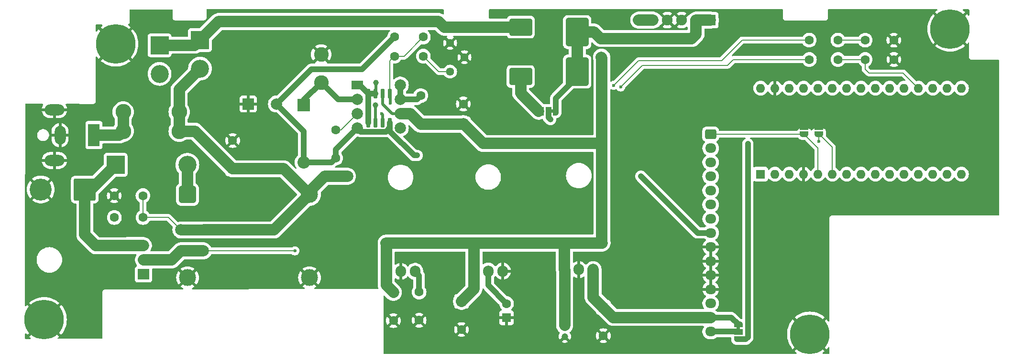
<source format=gtl>
G04 #@! TF.GenerationSoftware,KiCad,Pcbnew,8.0.6*
G04 #@! TF.CreationDate,2024-12-01T22:04:31-06:00*
G04 #@! TF.ProjectId,1400-PSU,31343030-2d50-4535-952e-6b696361645f,rev?*
G04 #@! TF.SameCoordinates,Original*
G04 #@! TF.FileFunction,Copper,L1,Top*
G04 #@! TF.FilePolarity,Positive*
%FSLAX46Y46*%
G04 Gerber Fmt 4.6, Leading zero omitted, Abs format (unit mm)*
G04 Created by KiCad (PCBNEW 8.0.6) date 2024-12-01 22:04:31*
%MOMM*%
%LPD*%
G01*
G04 APERTURE LIST*
G04 Aperture macros list*
%AMRoundRect*
0 Rectangle with rounded corners*
0 $1 Rounding radius*
0 $2 $3 $4 $5 $6 $7 $8 $9 X,Y pos of 4 corners*
0 Add a 4 corners polygon primitive as box body*
4,1,4,$2,$3,$4,$5,$6,$7,$8,$9,$2,$3,0*
0 Add four circle primitives for the rounded corners*
1,1,$1+$1,$2,$3*
1,1,$1+$1,$4,$5*
1,1,$1+$1,$6,$7*
1,1,$1+$1,$8,$9*
0 Add four rect primitives between the rounded corners*
20,1,$1+$1,$2,$3,$4,$5,0*
20,1,$1+$1,$4,$5,$6,$7,0*
20,1,$1+$1,$6,$7,$8,$9,0*
20,1,$1+$1,$8,$9,$2,$3,0*%
%AMFreePoly0*
4,1,19,0.500000,-0.750000,0.000000,-0.750000,0.000000,-0.744911,-0.071157,-0.744911,-0.207708,-0.704816,-0.327430,-0.627875,-0.420627,-0.520320,-0.479746,-0.390866,-0.500000,-0.250000,-0.500000,0.250000,-0.479746,0.390866,-0.420627,0.520320,-0.327430,0.627875,-0.207708,0.704816,-0.071157,0.744911,0.000000,0.744911,0.000000,0.750000,0.500000,0.750000,0.500000,-0.750000,0.500000,-0.750000,
$1*%
%AMFreePoly1*
4,1,19,0.000000,0.744911,0.071157,0.744911,0.207708,0.704816,0.327430,0.627875,0.420627,0.520320,0.479746,0.390866,0.500000,0.250000,0.500000,-0.250000,0.479746,-0.390866,0.420627,-0.520320,0.327430,-0.627875,0.207708,-0.704816,0.071157,-0.744911,0.000000,-0.744911,0.000000,-0.750000,-0.500000,-0.750000,-0.500000,0.750000,0.000000,0.750000,0.000000,0.744911,0.000000,0.744911,
$1*%
%AMFreePoly2*
4,1,19,0.550000,-0.750000,0.000000,-0.750000,0.000000,-0.744911,-0.071157,-0.744911,-0.207708,-0.704816,-0.327430,-0.627875,-0.420627,-0.520320,-0.479746,-0.390866,-0.500000,-0.250000,-0.500000,0.250000,-0.479746,0.390866,-0.420627,0.520320,-0.327430,0.627875,-0.207708,0.704816,-0.071157,0.744911,0.000000,0.744911,0.000000,0.750000,0.550000,0.750000,0.550000,-0.750000,0.550000,-0.750000,
$1*%
%AMFreePoly3*
4,1,19,0.000000,0.744911,0.071157,0.744911,0.207708,0.704816,0.327430,0.627875,0.420627,0.520320,0.479746,0.390866,0.500000,0.250000,0.500000,-0.250000,0.479746,-0.390866,0.420627,-0.520320,0.327430,-0.627875,0.207708,-0.704816,0.071157,-0.744911,0.000000,-0.744911,0.000000,-0.750000,-0.550000,-0.750000,-0.550000,0.750000,0.000000,0.750000,0.000000,0.744911,0.000000,0.744911,
$1*%
G04 Aperture macros list end*
G04 #@! TA.AperFunction,EtchedComponent*
%ADD10C,0.000000*%
G04 #@! TD*
G04 #@! TA.AperFunction,ComponentPad*
%ADD11R,1.905000X1.905000*%
G04 #@! TD*
G04 #@! TA.AperFunction,ComponentPad*
%ADD12C,1.905000*%
G04 #@! TD*
G04 #@! TA.AperFunction,ComponentPad*
%ADD13C,3.900000*%
G04 #@! TD*
G04 #@! TA.AperFunction,ConnectorPad*
%ADD14C,7.000000*%
G04 #@! TD*
G04 #@! TA.AperFunction,ComponentPad*
%ADD15R,2.000000X4.000000*%
G04 #@! TD*
G04 #@! TA.AperFunction,ComponentPad*
%ADD16O,2.000000X3.300000*%
G04 #@! TD*
G04 #@! TA.AperFunction,ComponentPad*
%ADD17O,3.500000X2.000000*%
G04 #@! TD*
G04 #@! TA.AperFunction,ComponentPad*
%ADD18C,1.600000*%
G04 #@! TD*
G04 #@! TA.AperFunction,ComponentPad*
%ADD19R,1.600000X1.600000*%
G04 #@! TD*
G04 #@! TA.AperFunction,ComponentPad*
%ADD20R,2.200000X2.200000*%
G04 #@! TD*
G04 #@! TA.AperFunction,ComponentPad*
%ADD21O,2.200000X2.200000*%
G04 #@! TD*
G04 #@! TA.AperFunction,ComponentPad*
%ADD22C,2.600000*%
G04 #@! TD*
G04 #@! TA.AperFunction,ComponentPad*
%ADD23R,2.000000X1.905000*%
G04 #@! TD*
G04 #@! TA.AperFunction,ComponentPad*
%ADD24O,2.000000X1.905000*%
G04 #@! TD*
G04 #@! TA.AperFunction,SMDPad,CuDef*
%ADD25FreePoly0,90.000000*%
G04 #@! TD*
G04 #@! TA.AperFunction,SMDPad,CuDef*
%ADD26FreePoly1,90.000000*%
G04 #@! TD*
G04 #@! TA.AperFunction,ComponentPad*
%ADD27RoundRect,0.250000X-0.725000X0.600000X-0.725000X-0.600000X0.725000X-0.600000X0.725000X0.600000X0*%
G04 #@! TD*
G04 #@! TA.AperFunction,ComponentPad*
%ADD28O,1.950000X1.700000*%
G04 #@! TD*
G04 #@! TA.AperFunction,SMDPad,CuDef*
%ADD29FreePoly2,270.000000*%
G04 #@! TD*
G04 #@! TA.AperFunction,SMDPad,CuDef*
%ADD30R,1.500000X1.000000*%
G04 #@! TD*
G04 #@! TA.AperFunction,SMDPad,CuDef*
%ADD31FreePoly3,270.000000*%
G04 #@! TD*
G04 #@! TA.AperFunction,ComponentPad*
%ADD32R,3.200000X3.200000*%
G04 #@! TD*
G04 #@! TA.AperFunction,ComponentPad*
%ADD33O,3.200000X3.200000*%
G04 #@! TD*
G04 #@! TA.AperFunction,SMDPad,CuDef*
%ADD34C,2.000000*%
G04 #@! TD*
G04 #@! TA.AperFunction,SMDPad,CuDef*
%ADD35FreePoly2,180.000000*%
G04 #@! TD*
G04 #@! TA.AperFunction,SMDPad,CuDef*
%ADD36R,1.000000X1.500000*%
G04 #@! TD*
G04 #@! TA.AperFunction,SMDPad,CuDef*
%ADD37FreePoly3,180.000000*%
G04 #@! TD*
G04 #@! TA.AperFunction,ComponentPad*
%ADD38R,2.000000X2.000000*%
G04 #@! TD*
G04 #@! TA.AperFunction,ComponentPad*
%ADD39C,2.000000*%
G04 #@! TD*
G04 #@! TA.AperFunction,ComponentPad*
%ADD40R,2.000000X1.600000*%
G04 #@! TD*
G04 #@! TA.AperFunction,SMDPad,CuDef*
%ADD41RoundRect,0.150000X0.150000X-0.725000X0.150000X0.725000X-0.150000X0.725000X-0.150000X-0.725000X0*%
G04 #@! TD*
G04 #@! TA.AperFunction,ComponentPad*
%ADD42R,1.200000X1.200000*%
G04 #@! TD*
G04 #@! TA.AperFunction,ComponentPad*
%ADD43C,1.200000*%
G04 #@! TD*
G04 #@! TA.AperFunction,ComponentPad*
%ADD44C,2.780000*%
G04 #@! TD*
G04 #@! TA.AperFunction,ComponentPad*
%ADD45RoundRect,0.375000X-1.125000X-1.125000X1.125000X-1.125000X1.125000X1.125000X-1.125000X1.125000X0*%
G04 #@! TD*
G04 #@! TA.AperFunction,ComponentPad*
%ADD46C,3.000000*%
G04 #@! TD*
G04 #@! TA.AperFunction,ComponentPad*
%ADD47C,1.440000*%
G04 #@! TD*
G04 #@! TA.AperFunction,ComponentPad*
%ADD48RoundRect,0.333333X1.666667X2.166667X-1.666667X2.166667X-1.666667X-2.166667X1.666667X-2.166667X0*%
G04 #@! TD*
G04 #@! TA.AperFunction,ComponentPad*
%ADD49RoundRect,0.250000X1.750000X1.250000X-1.750000X1.250000X-1.750000X-1.250000X1.750000X-1.250000X0*%
G04 #@! TD*
G04 #@! TA.AperFunction,ComponentPad*
%ADD50RoundRect,0.250002X1.699998X1.699998X-1.699998X1.699998X-1.699998X-1.699998X1.699998X-1.699998X0*%
G04 #@! TD*
G04 #@! TA.AperFunction,ComponentPad*
%ADD51R,1.905000X2.000000*%
G04 #@! TD*
G04 #@! TA.AperFunction,ComponentPad*
%ADD52O,1.905000X2.000000*%
G04 #@! TD*
G04 #@! TA.AperFunction,ComponentPad*
%ADD53O,1.600000X1.600000*%
G04 #@! TD*
G04 #@! TA.AperFunction,ViaPad*
%ADD54C,1.000000*%
G04 #@! TD*
G04 #@! TA.AperFunction,ViaPad*
%ADD55C,0.600000*%
G04 #@! TD*
G04 #@! TA.AperFunction,ViaPad*
%ADD56C,2.000000*%
G04 #@! TD*
G04 #@! TA.AperFunction,Conductor*
%ADD57C,1.000000*%
G04 #@! TD*
G04 #@! TA.AperFunction,Conductor*
%ADD58C,0.200000*%
G04 #@! TD*
G04 #@! TA.AperFunction,Conductor*
%ADD59C,2.000000*%
G04 #@! TD*
G04 #@! TA.AperFunction,Conductor*
%ADD60C,0.500000*%
G04 #@! TD*
G04 APERTURE END LIST*
D10*
G04 #@! TA.AperFunction,EtchedComponent*
G36*
X185200000Y-116870000D02*
G01*
X184600000Y-116870000D01*
X184600000Y-116370000D01*
X185200000Y-116370000D01*
X185200000Y-116870000D01*
G37*
G04 #@! TD.AperFunction*
G04 #@! TA.AperFunction,EtchedComponent*
G36*
X90220000Y-103920000D02*
G01*
X86220000Y-103920000D01*
X86220000Y-101920000D01*
X90220000Y-101920000D01*
X90220000Y-103920000D01*
G37*
G04 #@! TD.AperFunction*
G04 #@! TA.AperFunction,EtchedComponent*
G36*
X152190000Y-78470000D02*
G01*
X151690000Y-78470000D01*
X151690000Y-77870000D01*
X152190000Y-77870000D01*
X152190000Y-78470000D01*
G37*
G04 #@! TD.AperFunction*
G04 #@! TA.AperFunction,EtchedComponent*
G36*
X115730000Y-90700000D02*
G01*
X111730000Y-90700000D01*
X111730000Y-88700000D01*
X115730000Y-88700000D01*
X115730000Y-90700000D01*
G37*
G04 #@! TD.AperFunction*
G04 #@! TA.AperFunction,EtchedComponent*
G36*
X90240000Y-100210000D02*
G01*
X86240000Y-100210000D01*
X86240000Y-98210000D01*
X90240000Y-98210000D01*
X90240000Y-100210000D01*
G37*
G04 #@! TD.AperFunction*
D11*
X179970000Y-62010000D03*
D12*
X177430000Y-62010000D03*
X174890000Y-62010000D03*
X172350000Y-62010000D03*
X169810000Y-62010000D03*
X167270000Y-62010000D03*
D13*
X197540000Y-117690000D03*
D14*
X197540000Y-117690000D03*
D15*
X70850000Y-82390000D03*
D16*
X64850000Y-82390000D03*
D17*
X63850000Y-77890000D03*
X63850000Y-86890000D03*
D18*
X128400000Y-110210000D03*
X128400000Y-115210000D03*
X74455000Y-97000000D03*
X79535000Y-97000000D03*
D19*
X95390000Y-88360000D03*
D18*
X95390000Y-83360000D03*
D19*
X143880000Y-114770000D03*
D18*
X143880000Y-112270000D03*
D20*
X107990000Y-77070000D03*
D21*
X107990000Y-87230000D03*
D22*
X111070000Y-68100000D03*
X111070000Y-73100000D03*
D23*
X79610000Y-107060000D03*
D24*
X79610000Y-104520000D03*
X79610000Y-101980000D03*
D18*
X197465000Y-65560000D03*
X202545000Y-65560000D03*
D19*
X136240000Y-80372651D03*
D18*
X136240000Y-76872651D03*
D19*
X135910000Y-111867349D03*
D18*
X135910000Y-116867349D03*
D25*
X199180000Y-82260000D03*
D26*
X199180000Y-80960000D03*
D27*
X180020000Y-82230000D03*
D28*
X180020000Y-84730000D03*
X180020000Y-87230000D03*
X180020000Y-89730000D03*
X180020000Y-92230000D03*
X180020000Y-94730000D03*
X180020000Y-97230000D03*
X180020000Y-99730000D03*
X180020000Y-102230000D03*
X180020000Y-104730000D03*
X180020000Y-107230000D03*
X180020000Y-109730000D03*
X180020000Y-112230000D03*
X180020000Y-114730000D03*
X180020000Y-117230000D03*
D18*
X123860000Y-110280000D03*
X123860000Y-115280000D03*
D29*
X184900000Y-115970000D03*
D30*
X184900000Y-117270000D03*
D31*
X184900000Y-118570000D03*
D18*
X207365000Y-65570000D03*
X212445000Y-65570000D03*
D25*
X196580000Y-82260000D03*
D26*
X196580000Y-80960000D03*
D13*
X62030000Y-115120000D03*
D14*
X62030000Y-115120000D03*
D32*
X74680000Y-87670000D03*
D33*
X87380000Y-87670000D03*
D34*
X86220000Y-102920000D03*
X90220000Y-102920000D03*
D18*
X197485000Y-69000000D03*
X202565000Y-69000000D03*
X128700000Y-75395000D03*
X128700000Y-80475000D03*
D35*
X152590000Y-78170000D03*
D36*
X151290000Y-78170000D03*
D37*
X149990000Y-78170000D03*
D13*
X74690000Y-66250000D03*
D14*
X74690000Y-66250000D03*
D18*
X79520000Y-93130000D03*
X74440000Y-93130000D03*
X129145000Y-68400000D03*
X124065000Y-68400000D03*
D38*
X98160000Y-76880000D03*
D39*
X103160000Y-76880000D03*
D32*
X89620000Y-65540000D03*
D33*
X89620000Y-70620000D03*
D40*
X117455000Y-73530000D03*
D41*
X119410000Y-80210000D03*
D39*
X117455000Y-76070000D03*
D41*
X120680000Y-80210000D03*
D39*
X117455000Y-78610000D03*
D41*
X121950000Y-80210000D03*
D39*
X117455000Y-81150000D03*
D41*
X123220000Y-80210000D03*
X123220000Y-75060000D03*
D39*
X125075000Y-81150000D03*
D41*
X121950000Y-75060000D03*
D39*
X125075000Y-78610000D03*
D41*
X120680000Y-75060000D03*
D39*
X125075000Y-76070000D03*
D41*
X119410000Y-75060000D03*
D39*
X125075000Y-73530000D03*
D34*
X115730000Y-89700000D03*
X111730000Y-89700000D03*
D13*
X222390000Y-63590000D03*
D14*
X222390000Y-63590000D03*
D42*
X154180000Y-116110000D03*
D43*
X154180000Y-118110000D03*
D44*
X85940000Y-81700000D03*
X85940000Y-78300000D03*
X76020000Y-81700000D03*
X76020000Y-78300000D03*
D18*
X113640000Y-81470000D03*
X113640000Y-86470000D03*
D32*
X82460000Y-66470000D03*
D33*
X82460000Y-71550000D03*
D45*
X87410000Y-92940000D03*
D46*
X87410000Y-107672000D03*
X109000000Y-107672000D03*
X109000000Y-92940000D03*
D19*
X161010000Y-112957349D03*
D18*
X161010000Y-117957349D03*
X129145000Y-65000000D03*
X124065000Y-65000000D03*
X212455000Y-69000000D03*
X207375000Y-69000000D03*
D34*
X90240000Y-99210000D03*
X86240000Y-99210000D03*
D47*
X133890000Y-66060000D03*
X136430000Y-68600000D03*
X133890000Y-71140000D03*
D48*
X156390000Y-71135000D03*
D49*
X146390000Y-72010000D03*
D48*
X156390000Y-64135000D03*
D49*
X146390000Y-63260000D03*
D50*
X69230000Y-92040000D03*
D13*
X61430000Y-92040000D03*
D51*
X138100000Y-106510000D03*
D52*
X140640000Y-106510000D03*
X143180000Y-106510000D03*
D51*
X154130000Y-106240000D03*
D52*
X156670000Y-106240000D03*
X159210000Y-106240000D03*
D51*
X122590000Y-106550000D03*
D52*
X125130000Y-106550000D03*
X127670000Y-106550000D03*
D19*
X188860000Y-89320000D03*
D53*
X191400000Y-89320000D03*
X193940000Y-89320000D03*
X196480000Y-89320000D03*
X199020000Y-89320000D03*
X201560000Y-89320000D03*
X204100000Y-89320000D03*
X206640000Y-89320000D03*
X209180000Y-89320000D03*
X211720000Y-89320000D03*
X214260000Y-89320000D03*
X216800000Y-89320000D03*
X219340000Y-89320000D03*
X221880000Y-89320000D03*
X224420000Y-89320000D03*
X224420000Y-74080000D03*
X221880000Y-74080000D03*
X219340000Y-74080000D03*
X216800000Y-74080000D03*
X214260000Y-74080000D03*
X211720000Y-74080000D03*
X209180000Y-74080000D03*
X206640000Y-74080000D03*
X204100000Y-74080000D03*
X201560000Y-74080000D03*
X199020000Y-74080000D03*
X196480000Y-74080000D03*
X193940000Y-74080000D03*
X191400000Y-74080000D03*
X188860000Y-74080000D03*
D54*
X186600000Y-83960000D03*
D55*
X199170000Y-83480000D03*
X164100000Y-73870000D03*
X162870000Y-73580000D03*
X121800000Y-78610000D03*
D54*
X120670000Y-77120000D03*
X120720000Y-73080000D03*
D55*
X123280000Y-76780000D03*
D54*
X167660000Y-89690000D03*
X128070000Y-86010000D03*
D56*
X160670000Y-68580000D03*
D55*
X106420000Y-102920000D03*
D54*
X151657437Y-79642563D03*
D56*
X84620000Y-104520000D03*
D55*
X115730000Y-89700000D03*
D57*
X186600000Y-118220000D02*
X186600000Y-83960000D01*
X186250000Y-118570000D02*
X186600000Y-118220000D01*
X184900000Y-118570000D02*
X186250000Y-118570000D01*
D58*
X199180000Y-82260000D02*
X199180000Y-83470000D01*
X199180000Y-83470000D02*
X199170000Y-83480000D01*
X196580000Y-82260000D02*
X199020000Y-84700000D01*
X199020000Y-84700000D02*
X199020000Y-89320000D01*
X199200000Y-82190000D02*
X201560000Y-84550000D01*
X201560000Y-84550000D02*
X201560000Y-89320000D01*
D59*
X156390000Y-64135000D02*
X159406983Y-64135000D01*
X160551983Y-65280000D02*
X176670000Y-65280000D01*
X176670000Y-65280000D02*
X177430000Y-64520000D01*
X159406983Y-64135000D02*
X160551983Y-65280000D01*
X177430000Y-64520000D02*
X177430000Y-62010000D01*
X177430000Y-62010000D02*
X179970000Y-62010000D01*
X167270000Y-62010000D02*
X169810000Y-62010000D01*
D58*
X207375000Y-69000000D02*
X207375000Y-70735000D01*
X208020000Y-71380000D02*
X214100000Y-71380000D01*
X207375000Y-70735000D02*
X208020000Y-71380000D01*
X214100000Y-71380000D02*
X216800000Y-74080000D01*
X202565000Y-69000000D02*
X207375000Y-69000000D01*
X202545000Y-65560000D02*
X207355000Y-65560000D01*
X207355000Y-65560000D02*
X207365000Y-65570000D01*
X164100000Y-73870000D02*
X167950000Y-70020000D01*
X167950000Y-70020000D02*
X183020000Y-70020000D01*
X183020000Y-70020000D02*
X184040000Y-69000000D01*
X184040000Y-69000000D02*
X197485000Y-69000000D01*
X162870000Y-73580000D02*
X167230000Y-69220000D01*
X167230000Y-69220000D02*
X181940000Y-69220000D01*
X181940000Y-69220000D02*
X185600000Y-65560000D01*
X185600000Y-65560000D02*
X197465000Y-65560000D01*
D59*
X160760000Y-68670000D02*
X160670000Y-68580000D01*
X160760000Y-83890000D02*
X160760000Y-68670000D01*
X76750000Y-101980000D02*
X76740000Y-101990000D01*
X69230000Y-100060000D02*
X69230000Y-92040000D01*
X70310000Y-92040000D02*
X74680000Y-87670000D01*
X76740000Y-101990000D02*
X71160000Y-101990000D01*
X79610000Y-101980000D02*
X76750000Y-101980000D01*
X69230000Y-92040000D02*
X70310000Y-92040000D01*
X71160000Y-101990000D02*
X69230000Y-100060000D01*
D58*
X114595000Y-81470000D02*
X113640000Y-81470000D01*
X117455000Y-78610000D02*
X114595000Y-81470000D01*
D60*
X121950000Y-80210000D02*
X121950000Y-78760000D01*
X121950000Y-78760000D02*
X121800000Y-78610000D01*
X120680000Y-80210000D02*
X120680000Y-77130000D01*
D57*
X114040000Y-76070000D02*
X117455000Y-76070000D01*
X111070000Y-73100000D02*
X114040000Y-76070000D01*
X107990000Y-76180000D02*
X111070000Y-73100000D01*
X107990000Y-77070000D02*
X107990000Y-76180000D01*
D60*
X120680000Y-77130000D02*
X120670000Y-77120000D01*
D57*
X119410000Y-75060000D02*
X120680000Y-75060000D01*
D60*
X120720000Y-73080000D02*
X120720000Y-75020000D01*
D57*
X125075000Y-76070000D02*
X128025000Y-76070000D01*
X117880000Y-73530000D02*
X119410000Y-75060000D01*
X125075000Y-73530000D02*
X125075000Y-76070000D01*
X117455000Y-73530000D02*
X117880000Y-73530000D01*
X119410000Y-75060000D02*
X119410000Y-80210000D01*
X128025000Y-76070000D02*
X128700000Y-75395000D01*
D60*
X120720000Y-75020000D02*
X120680000Y-75060000D01*
X123280000Y-75120000D02*
X123220000Y-75060000D01*
D58*
X124065000Y-68400000D02*
X125745000Y-68400000D01*
X125745000Y-68400000D02*
X129145000Y-65000000D01*
X123220000Y-69245000D02*
X124065000Y-68400000D01*
D60*
X123280000Y-76780000D02*
X123280000Y-75120000D01*
D58*
X123220000Y-75060000D02*
X123220000Y-69245000D01*
X131885000Y-71140000D02*
X129145000Y-68400000D01*
X133890000Y-71140000D02*
X131885000Y-71140000D01*
D57*
X113640000Y-86470000D02*
X113640000Y-84965000D01*
X123220000Y-81699164D02*
X127530836Y-86010000D01*
X122519999Y-81785000D02*
X118090000Y-81785000D01*
X177700000Y-99730000D02*
X180020000Y-99730000D01*
X107990000Y-87230000D02*
X112880000Y-87230000D01*
X103160000Y-76880000D02*
X109310000Y-70730000D01*
X167660000Y-89690000D02*
X177700000Y-99730000D01*
X127530836Y-86010000D02*
X128070000Y-86010000D01*
X113640000Y-84965000D02*
X117455000Y-81150000D01*
X123220000Y-80210000D02*
X123220000Y-81084999D01*
X107990000Y-81710000D02*
X103160000Y-76880000D01*
X109310000Y-70730000D02*
X118335000Y-70730000D01*
X107990000Y-87230000D02*
X107990000Y-81710000D01*
X118090000Y-81785000D02*
X117455000Y-81150000D01*
X123220000Y-80210000D02*
X123220000Y-81699164D01*
X112880000Y-87230000D02*
X113640000Y-86470000D01*
X118335000Y-70730000D02*
X124065000Y-65000000D01*
X123220000Y-81084999D02*
X122519999Y-81785000D01*
X180020000Y-114730000D02*
X183660000Y-114730000D01*
X183660000Y-114730000D02*
X184900000Y-115970000D01*
D59*
X161010000Y-112957349D02*
X162782651Y-114730000D01*
X159210000Y-111157349D02*
X161010000Y-112957349D01*
X162782651Y-114730000D02*
X180020000Y-114730000D01*
X159210000Y-106240000D02*
X159210000Y-111157349D01*
D57*
X180020000Y-117230000D02*
X184860000Y-117230000D01*
X184860000Y-117230000D02*
X184900000Y-117270000D01*
D58*
X194050000Y-82230000D02*
X180020000Y-82230000D01*
X196550000Y-82230000D02*
X196580000Y-82260000D01*
X194050000Y-82230000D02*
X196550000Y-82230000D01*
D57*
X128400000Y-110210000D02*
X128400000Y-107280000D01*
X128400000Y-107280000D02*
X127670000Y-106550000D01*
X140640000Y-106510000D02*
X140640000Y-109030000D01*
X140640000Y-109030000D02*
X143880000Y-112270000D01*
D59*
X126835000Y-78610000D02*
X125075000Y-78610000D01*
X154180000Y-106290000D02*
X154130000Y-106240000D01*
X138100000Y-106510000D02*
X138100000Y-101560000D01*
D60*
X123660787Y-78610000D02*
X121950000Y-76899213D01*
D59*
X154180000Y-116110000D02*
X154180000Y-106290000D01*
X128700000Y-80475000D02*
X126835000Y-78610000D01*
X160790000Y-101530000D02*
X154060000Y-101530000D01*
D60*
X125075000Y-78610000D02*
X123660787Y-78610000D01*
D59*
X154130000Y-106240000D02*
X154130000Y-101600000D01*
X122590000Y-109010000D02*
X123860000Y-110280000D01*
X122560000Y-101530000D02*
X122590000Y-101560000D01*
X139757349Y-83890000D02*
X160760000Y-83890000D01*
X160760000Y-83890000D02*
X160760000Y-101500000D01*
X138100000Y-109677349D02*
X135910000Y-111867349D01*
X122590000Y-106550000D02*
X122590000Y-109010000D01*
X138100000Y-101560000D02*
X138130000Y-101530000D01*
X122590000Y-101560000D02*
X122590000Y-106550000D01*
X138100000Y-106510000D02*
X138100000Y-109677349D01*
X138130000Y-101530000D02*
X122560000Y-101530000D01*
X154060000Y-101530000D02*
X138130000Y-101530000D01*
X136240000Y-80372651D02*
X139757349Y-83890000D01*
X154130000Y-101600000D02*
X154060000Y-101530000D01*
X160760000Y-101500000D02*
X160790000Y-101530000D01*
D60*
X121950000Y-76899213D02*
X121950000Y-75060000D01*
D59*
X128700000Y-80475000D02*
X136137651Y-80475000D01*
X136137651Y-80475000D02*
X136240000Y-80372651D01*
D58*
X106420000Y-102920000D02*
X90220000Y-102920000D01*
D59*
X85940000Y-78300000D02*
X85940000Y-81700000D01*
X85940000Y-78300000D02*
X85940000Y-74300000D01*
X102730000Y-99210000D02*
X109000000Y-92940000D01*
X85940000Y-81700000D02*
X88730000Y-81700000D01*
X109000000Y-92940000D02*
X109000000Y-92430000D01*
X95390000Y-88360000D02*
X104420000Y-88360000D01*
X104420000Y-88360000D02*
X109000000Y-92940000D01*
X88730000Y-81700000D02*
X95390000Y-88360000D01*
X85940000Y-74300000D02*
X89620000Y-70620000D01*
X90240000Y-99210000D02*
X102730000Y-99210000D01*
X109000000Y-92430000D02*
X111730000Y-89700000D01*
X87380000Y-87670000D02*
X87380000Y-92910000D01*
X87380000Y-92910000D02*
X87410000Y-92940000D01*
D57*
X151290000Y-78170000D02*
X151290000Y-79275126D01*
X151290000Y-79275126D02*
X151657437Y-79642563D01*
D59*
X146390000Y-72010000D02*
X146390000Y-74970000D01*
X89620000Y-65540000D02*
X92890000Y-62270000D01*
X132861217Y-63260000D02*
X146390000Y-63260000D01*
X92890000Y-62270000D02*
X131871217Y-62270000D01*
X146390000Y-74970000D02*
X149590000Y-78170000D01*
X82460000Y-66470000D02*
X88690000Y-66470000D01*
X131871217Y-62270000D02*
X132861217Y-63260000D01*
X88690000Y-66470000D02*
X89620000Y-65540000D01*
X156385000Y-72015000D02*
X156385000Y-72065000D01*
D57*
X152590000Y-78170000D02*
X152590000Y-75860000D01*
D59*
X156390000Y-64135000D02*
X156390000Y-71135000D01*
D57*
X152590000Y-75860000D02*
X156385000Y-72065000D01*
D59*
X76020000Y-81700000D02*
X76020000Y-78300000D01*
X70850000Y-82390000D02*
X75330000Y-82390000D01*
X70850000Y-82390000D02*
X70850000Y-81900000D01*
X75330000Y-82390000D02*
X76020000Y-81700000D01*
X79610000Y-104520000D02*
X84620000Y-104520000D01*
D57*
X85800000Y-103340000D02*
X86220000Y-102920000D01*
D59*
X84620000Y-104520000D02*
X86220000Y-102920000D01*
D58*
X79520000Y-93130000D02*
X79520000Y-96985000D01*
X79520000Y-96985000D02*
X79535000Y-97000000D01*
X84030000Y-97000000D02*
X86240000Y-99210000D01*
X79535000Y-97000000D02*
X84030000Y-97000000D01*
G04 #@! TA.AperFunction,Conductor*
G36*
X192729471Y-60073930D02*
G01*
X192775235Y-60126726D01*
X192786450Y-60178257D01*
X192786450Y-61572862D01*
X192786355Y-61638226D01*
X192786388Y-61638472D01*
X192786403Y-61638589D01*
X192786448Y-61638938D01*
X192803321Y-61701908D01*
X192803366Y-61702078D01*
X192820281Y-61765569D01*
X192820282Y-61765571D01*
X192820400Y-61765858D01*
X192820550Y-61766223D01*
X192825807Y-61775328D01*
X192853110Y-61822618D01*
X192863113Y-61840000D01*
X192886012Y-61879795D01*
X192886441Y-61880356D01*
X192932536Y-61926450D01*
X192932537Y-61926451D01*
X192965982Y-61959992D01*
X192979063Y-61973110D01*
X192979195Y-61973211D01*
X192979343Y-61973324D01*
X192979637Y-61973551D01*
X192997653Y-61983952D01*
X193036143Y-62006174D01*
X193093098Y-62039166D01*
X193093104Y-62039167D01*
X193093716Y-62039422D01*
X193093759Y-62039439D01*
X193093764Y-62039442D01*
X193156866Y-62056349D01*
X193157021Y-62056444D01*
X193157035Y-62056395D01*
X193172862Y-62060660D01*
X193220343Y-62073455D01*
X193220346Y-62073455D01*
X193221056Y-62073549D01*
X193221058Y-62073550D01*
X193221060Y-62073550D01*
X193286838Y-62073550D01*
X200212540Y-62083444D01*
X200219558Y-62083892D01*
X200234514Y-62083817D01*
X200287498Y-62083553D01*
X200288005Y-62083552D01*
X200352127Y-62083644D01*
X200352127Y-62083643D01*
X200352200Y-62083644D01*
X200353271Y-62083498D01*
X200354066Y-62083392D01*
X200355253Y-62083237D01*
X200355329Y-62083216D01*
X200355331Y-62083216D01*
X200417056Y-62066347D01*
X200417513Y-62066223D01*
X200479469Y-62049718D01*
X200479470Y-62049717D01*
X200479531Y-62049701D01*
X200480536Y-62049280D01*
X200481238Y-62048988D01*
X200482386Y-62048513D01*
X200482448Y-62048476D01*
X200482454Y-62048475D01*
X200537690Y-62016216D01*
X200538186Y-62015928D01*
X200593691Y-61983989D01*
X200593692Y-61983987D01*
X200593754Y-61983952D01*
X200594633Y-61983271D01*
X200595272Y-61982779D01*
X200596203Y-61982066D01*
X200604859Y-61973324D01*
X200641246Y-61936572D01*
X200641710Y-61936105D01*
X200687010Y-61890936D01*
X200687011Y-61890933D01*
X200687059Y-61890886D01*
X200687836Y-61889864D01*
X200688288Y-61889274D01*
X200688942Y-61888423D01*
X200688972Y-61888369D01*
X200688974Y-61888368D01*
X200720715Y-61832752D01*
X200721085Y-61832110D01*
X200726494Y-61822772D01*
X200753065Y-61776902D01*
X200753065Y-61776899D01*
X200753099Y-61776842D01*
X200753579Y-61775669D01*
X200753860Y-61774986D01*
X200754281Y-61773972D01*
X200754296Y-61773914D01*
X200754297Y-61773913D01*
X200770643Y-61711672D01*
X200787355Y-61649657D01*
X200787355Y-61649653D01*
X200787373Y-61649587D01*
X200787529Y-61648357D01*
X200787632Y-61647569D01*
X200787772Y-61646512D01*
X200787764Y-61644828D01*
X200787452Y-61582339D01*
X200787451Y-61581720D01*
X200787549Y-61513856D01*
X200787077Y-61506863D01*
X200780567Y-60198406D01*
X200799917Y-60131270D01*
X200852493Y-60085253D01*
X200904608Y-60073790D01*
X220031049Y-60081141D01*
X220098078Y-60100850D01*
X220143812Y-60153672D01*
X220153729Y-60222834D01*
X220124680Y-60286379D01*
X220104865Y-60304738D01*
X219849368Y-60494228D01*
X219743622Y-60590069D01*
X221341934Y-62188381D01*
X221233669Y-62271457D01*
X221071457Y-62433669D01*
X220988382Y-62541934D01*
X219390069Y-60943622D01*
X219294228Y-61049368D01*
X219060109Y-61365041D01*
X218858062Y-61702135D01*
X218690023Y-62057424D01*
X218690016Y-62057440D01*
X218557625Y-62427450D01*
X218462129Y-62808691D01*
X218404461Y-63197449D01*
X218385176Y-63590000D01*
X218404461Y-63982550D01*
X218462129Y-64371308D01*
X218557625Y-64752549D01*
X218690016Y-65122559D01*
X218690023Y-65122575D01*
X218858062Y-65477864D01*
X219060109Y-65814958D01*
X219294228Y-66130632D01*
X219390068Y-66236376D01*
X219390069Y-66236376D01*
X220988381Y-64638064D01*
X221071457Y-64746331D01*
X221233669Y-64908543D01*
X221341934Y-64991617D01*
X219743622Y-66589929D01*
X219743622Y-66589930D01*
X219849367Y-66685771D01*
X220165041Y-66919890D01*
X220502135Y-67121937D01*
X220857424Y-67289976D01*
X220857440Y-67289983D01*
X221227450Y-67422374D01*
X221608691Y-67517870D01*
X221997449Y-67575538D01*
X222390000Y-67594823D01*
X222782550Y-67575538D01*
X223171308Y-67517870D01*
X223552549Y-67422374D01*
X223922559Y-67289983D01*
X223922575Y-67289976D01*
X224277864Y-67121937D01*
X224614958Y-66919890D01*
X224930632Y-66685770D01*
X225036376Y-66589929D01*
X223438065Y-64991618D01*
X223546331Y-64908543D01*
X223708543Y-64746331D01*
X223791618Y-64638065D01*
X225389929Y-66236376D01*
X225485774Y-66130628D01*
X225550996Y-66042686D01*
X225606742Y-66000565D01*
X225676410Y-65995269D01*
X225737882Y-66028480D01*
X225771641Y-66089653D01*
X225774593Y-66116967D01*
X225766698Y-68477579D01*
X225766450Y-68481289D01*
X225766450Y-68487158D01*
X225766450Y-68552086D01*
X225766445Y-68553668D01*
X225766231Y-68617284D01*
X225766278Y-68617639D01*
X225766328Y-68618020D01*
X225766442Y-68618914D01*
X225783249Y-68681640D01*
X225783355Y-68682038D01*
X225799922Y-68744703D01*
X225800215Y-68745410D01*
X225800356Y-68745750D01*
X225800549Y-68746220D01*
X225800557Y-68746235D01*
X225800558Y-68746236D01*
X225833085Y-68802574D01*
X225860990Y-68851284D01*
X225865433Y-68859038D01*
X225865796Y-68859512D01*
X225866044Y-68859836D01*
X225866437Y-68860352D01*
X225912088Y-68906002D01*
X225912381Y-68906296D01*
X225958310Y-68952533D01*
X225958692Y-68952826D01*
X225959008Y-68953069D01*
X225959614Y-68953537D01*
X225959635Y-68953549D01*
X225959636Y-68953550D01*
X225970075Y-68959577D01*
X226015773Y-68985961D01*
X226016060Y-68986127D01*
X226072205Y-69018793D01*
X226072207Y-69018793D01*
X226072220Y-69018801D01*
X226072868Y-69019070D01*
X226073160Y-69019191D01*
X226073756Y-69019439D01*
X226073761Y-69019440D01*
X226073764Y-69019442D01*
X226136340Y-69036208D01*
X226136670Y-69036298D01*
X226199391Y-69053329D01*
X226199900Y-69053397D01*
X226200228Y-69053440D01*
X226201045Y-69053550D01*
X226201058Y-69053550D01*
X226265907Y-69053550D01*
X226266321Y-69053550D01*
X226331168Y-69053768D01*
X226331170Y-69053767D01*
X226337059Y-69053787D01*
X226340781Y-69053550D01*
X230932792Y-69053550D01*
X230999831Y-69073235D01*
X231045586Y-69126039D01*
X231056791Y-69177481D01*
X231071014Y-95122229D01*
X231071050Y-95186881D01*
X231071050Y-95187244D01*
X231067930Y-96499259D01*
X231048086Y-96566251D01*
X230995173Y-96611881D01*
X230944013Y-96622964D01*
X201546768Y-96642550D01*
X201481042Y-96642550D01*
X201480742Y-96642589D01*
X201417476Y-96659586D01*
X201417399Y-96659606D01*
X201353745Y-96676663D01*
X201353471Y-96676776D01*
X201296574Y-96709676D01*
X201276567Y-96721226D01*
X201239622Y-96742557D01*
X201239375Y-96742747D01*
X201192806Y-96789379D01*
X201146440Y-96835745D01*
X201146401Y-96835797D01*
X201146251Y-96835991D01*
X201113282Y-96893183D01*
X201113242Y-96893251D01*
X201080550Y-96949877D01*
X201080532Y-96949922D01*
X201080430Y-96950167D01*
X201063355Y-97014064D01*
X201063334Y-97014143D01*
X201046449Y-97077157D01*
X201046439Y-97077239D01*
X201046406Y-97077487D01*
X201046450Y-97143384D01*
X201046450Y-115327750D01*
X201026765Y-115394789D01*
X200973961Y-115440544D01*
X200904803Y-115450488D01*
X200841247Y-115421463D01*
X200822852Y-115401617D01*
X200635771Y-115149367D01*
X200539930Y-115043622D01*
X200539929Y-115043622D01*
X198941617Y-116641934D01*
X198858543Y-116533669D01*
X198696331Y-116371457D01*
X198588065Y-116288381D01*
X200186376Y-114690069D01*
X200186376Y-114690068D01*
X200080632Y-114594228D01*
X199764958Y-114360109D01*
X199427864Y-114158062D01*
X199072575Y-113990023D01*
X199072559Y-113990016D01*
X198702549Y-113857625D01*
X198321308Y-113762129D01*
X197932550Y-113704461D01*
X197540000Y-113685176D01*
X197147449Y-113704461D01*
X196758691Y-113762129D01*
X196377450Y-113857625D01*
X196007440Y-113990016D01*
X196007424Y-113990023D01*
X195652135Y-114158062D01*
X195315041Y-114360109D01*
X194999368Y-114594228D01*
X194893622Y-114690069D01*
X196491934Y-116288381D01*
X196383669Y-116371457D01*
X196221457Y-116533669D01*
X196138382Y-116641934D01*
X194540069Y-115043622D01*
X194444228Y-115149368D01*
X194210109Y-115465041D01*
X194008062Y-115802135D01*
X193840023Y-116157424D01*
X193840016Y-116157440D01*
X193707625Y-116527450D01*
X193612129Y-116908691D01*
X193554461Y-117297449D01*
X193535176Y-117690000D01*
X193554461Y-118082550D01*
X193612129Y-118471308D01*
X193707625Y-118852549D01*
X193840016Y-119222559D01*
X193840023Y-119222575D01*
X194008062Y-119577864D01*
X194210109Y-119914958D01*
X194444228Y-120230632D01*
X194540068Y-120336376D01*
X194540069Y-120336376D01*
X196138381Y-118738064D01*
X196221457Y-118846331D01*
X196383669Y-119008543D01*
X196491934Y-119091617D01*
X194893622Y-120689929D01*
X194893622Y-120689930D01*
X194999370Y-120785774D01*
X194999374Y-120785777D01*
X195208604Y-120940952D01*
X195250725Y-120996698D01*
X195256021Y-121066367D01*
X195222810Y-121127839D01*
X195161637Y-121161597D01*
X195134738Y-121164550D01*
X122211450Y-121164550D01*
X122144411Y-121144865D01*
X122098656Y-121092061D01*
X122087450Y-121040550D01*
X122087450Y-119044240D01*
X153599311Y-119044240D01*
X153687585Y-119098897D01*
X153877678Y-119172539D01*
X154078072Y-119210000D01*
X154281928Y-119210000D01*
X154482322Y-119172539D01*
X154672412Y-119098899D01*
X154672416Y-119098897D01*
X154760686Y-119044241D01*
X154760686Y-119044240D01*
X154180001Y-118463553D01*
X154180000Y-118463553D01*
X153599311Y-119044240D01*
X122087450Y-119044240D01*
X122087450Y-116867346D01*
X134605034Y-116867346D01*
X134605034Y-116867351D01*
X134624858Y-117093948D01*
X134624860Y-117093959D01*
X134683730Y-117313666D01*
X134683735Y-117313680D01*
X134779863Y-117519827D01*
X134830974Y-117592821D01*
X135510000Y-116913795D01*
X135510000Y-116920010D01*
X135537259Y-117021743D01*
X135589920Y-117112955D01*
X135664394Y-117187429D01*
X135755606Y-117240090D01*
X135857339Y-117267349D01*
X135863553Y-117267349D01*
X135184526Y-117946374D01*
X135257513Y-117997481D01*
X135257521Y-117997485D01*
X135463668Y-118093613D01*
X135463682Y-118093618D01*
X135683389Y-118152488D01*
X135683400Y-118152490D01*
X135909998Y-118172315D01*
X135910002Y-118172315D01*
X136136599Y-118152490D01*
X136136610Y-118152488D01*
X136356317Y-118093618D01*
X136356331Y-118093613D01*
X136562478Y-117997485D01*
X136635471Y-117946373D01*
X135956447Y-117267349D01*
X135962661Y-117267349D01*
X136064394Y-117240090D01*
X136155606Y-117187429D01*
X136230080Y-117112955D01*
X136282741Y-117021743D01*
X136310000Y-116920010D01*
X136310000Y-116913796D01*
X136989024Y-117592820D01*
X137040136Y-117519827D01*
X137136264Y-117313680D01*
X137136269Y-117313666D01*
X137195139Y-117093959D01*
X137195141Y-117093948D01*
X137214966Y-116867351D01*
X137214966Y-116867346D01*
X137195141Y-116640749D01*
X137195139Y-116640738D01*
X137136269Y-116421031D01*
X137136264Y-116421017D01*
X137040136Y-116214870D01*
X137040132Y-116214862D01*
X136989025Y-116141875D01*
X136310000Y-116820900D01*
X136310000Y-116814688D01*
X136282741Y-116712955D01*
X136230080Y-116621743D01*
X136155606Y-116547269D01*
X136064394Y-116494608D01*
X135962661Y-116467349D01*
X135956448Y-116467349D01*
X136635472Y-115788323D01*
X136562478Y-115737212D01*
X136356331Y-115641084D01*
X136356317Y-115641079D01*
X136136610Y-115582209D01*
X136136599Y-115582207D01*
X135910002Y-115562383D01*
X135909998Y-115562383D01*
X135683400Y-115582207D01*
X135683389Y-115582209D01*
X135463682Y-115641079D01*
X135463673Y-115641083D01*
X135257516Y-115737215D01*
X135257512Y-115737217D01*
X135184526Y-115788322D01*
X135184526Y-115788323D01*
X135863553Y-116467349D01*
X135857339Y-116467349D01*
X135755606Y-116494608D01*
X135664394Y-116547269D01*
X135589920Y-116621743D01*
X135537259Y-116712955D01*
X135510000Y-116814688D01*
X135510000Y-116820901D01*
X134830974Y-116141875D01*
X134830973Y-116141875D01*
X134779868Y-116214861D01*
X134779866Y-116214865D01*
X134683734Y-116421022D01*
X134683730Y-116421031D01*
X134624860Y-116640738D01*
X134624858Y-116640749D01*
X134605034Y-116867346D01*
X122087450Y-116867346D01*
X122087450Y-115279997D01*
X122555034Y-115279997D01*
X122555034Y-115280002D01*
X122574858Y-115506599D01*
X122574860Y-115506610D01*
X122633730Y-115726317D01*
X122633735Y-115726331D01*
X122729863Y-115932478D01*
X122780974Y-116005472D01*
X123460000Y-115326446D01*
X123460000Y-115332661D01*
X123487259Y-115434394D01*
X123539920Y-115525606D01*
X123614394Y-115600080D01*
X123705606Y-115652741D01*
X123807339Y-115680000D01*
X123813553Y-115680000D01*
X123134526Y-116359025D01*
X123207513Y-116410132D01*
X123207521Y-116410136D01*
X123413668Y-116506264D01*
X123413682Y-116506269D01*
X123633389Y-116565139D01*
X123633400Y-116565141D01*
X123859998Y-116584966D01*
X123860002Y-116584966D01*
X124086599Y-116565141D01*
X124086610Y-116565139D01*
X124306317Y-116506269D01*
X124306331Y-116506264D01*
X124512478Y-116410136D01*
X124585471Y-116359024D01*
X123906447Y-115680000D01*
X123912661Y-115680000D01*
X124014394Y-115652741D01*
X124105606Y-115600080D01*
X124180080Y-115525606D01*
X124232741Y-115434394D01*
X124260000Y-115332661D01*
X124260000Y-115326447D01*
X124939024Y-116005471D01*
X124990136Y-115932478D01*
X125086264Y-115726331D01*
X125086269Y-115726317D01*
X125145139Y-115506610D01*
X125145141Y-115506599D01*
X125164966Y-115280002D01*
X125164966Y-115279997D01*
X125158842Y-115209997D01*
X127095034Y-115209997D01*
X127095034Y-115210002D01*
X127114858Y-115436599D01*
X127114860Y-115436610D01*
X127173730Y-115656317D01*
X127173735Y-115656331D01*
X127269863Y-115862478D01*
X127320974Y-115935472D01*
X128000000Y-115256446D01*
X128000000Y-115262661D01*
X128027259Y-115364394D01*
X128079920Y-115455606D01*
X128154394Y-115530080D01*
X128245606Y-115582741D01*
X128347339Y-115610000D01*
X128353553Y-115610000D01*
X127674526Y-116289025D01*
X127747513Y-116340132D01*
X127747521Y-116340136D01*
X127953668Y-116436264D01*
X127953682Y-116436269D01*
X128173389Y-116495139D01*
X128173400Y-116495141D01*
X128399998Y-116514966D01*
X128400002Y-116514966D01*
X128626599Y-116495141D01*
X128626610Y-116495139D01*
X128846317Y-116436269D01*
X128846331Y-116436264D01*
X129052478Y-116340136D01*
X129125471Y-116289024D01*
X128446447Y-115610000D01*
X128452661Y-115610000D01*
X128554394Y-115582741D01*
X128645606Y-115530080D01*
X128720080Y-115455606D01*
X128772741Y-115364394D01*
X128800000Y-115262661D01*
X128800000Y-115256447D01*
X129479024Y-115935471D01*
X129530136Y-115862478D01*
X129626264Y-115656331D01*
X129626269Y-115656317D01*
X129685139Y-115436610D01*
X129685141Y-115436599D01*
X129704966Y-115210002D01*
X129704966Y-115209997D01*
X129685141Y-114983400D01*
X129685139Y-114983389D01*
X129626269Y-114763682D01*
X129626264Y-114763668D01*
X129530136Y-114557521D01*
X129530132Y-114557513D01*
X129479025Y-114484526D01*
X128800000Y-115163551D01*
X128800000Y-115157339D01*
X128772741Y-115055606D01*
X128720080Y-114964394D01*
X128645606Y-114889920D01*
X128554394Y-114837259D01*
X128452661Y-114810000D01*
X128446448Y-114810000D01*
X129125472Y-114130974D01*
X129052478Y-114079863D01*
X128846331Y-113983735D01*
X128846317Y-113983730D01*
X128626610Y-113924860D01*
X128626599Y-113924858D01*
X128400002Y-113905034D01*
X128399998Y-113905034D01*
X128173400Y-113924858D01*
X128173389Y-113924860D01*
X127953682Y-113983730D01*
X127953673Y-113983734D01*
X127747516Y-114079866D01*
X127747512Y-114079868D01*
X127674526Y-114130973D01*
X127674526Y-114130974D01*
X128353553Y-114810000D01*
X128347339Y-114810000D01*
X128245606Y-114837259D01*
X128154394Y-114889920D01*
X128079920Y-114964394D01*
X128027259Y-115055606D01*
X128000000Y-115157339D01*
X128000000Y-115163552D01*
X127320974Y-114484526D01*
X127320973Y-114484526D01*
X127269868Y-114557512D01*
X127269866Y-114557516D01*
X127173734Y-114763673D01*
X127173730Y-114763682D01*
X127114860Y-114983389D01*
X127114858Y-114983400D01*
X127095034Y-115209997D01*
X125158842Y-115209997D01*
X125145141Y-115053400D01*
X125145139Y-115053389D01*
X125086269Y-114833682D01*
X125086264Y-114833668D01*
X124990136Y-114627521D01*
X124990132Y-114627513D01*
X124939025Y-114554526D01*
X124260000Y-115233551D01*
X124260000Y-115227339D01*
X124232741Y-115125606D01*
X124180080Y-115034394D01*
X124105606Y-114959920D01*
X124014394Y-114907259D01*
X123912661Y-114880000D01*
X123906448Y-114880000D01*
X124585472Y-114200974D01*
X124512478Y-114149863D01*
X124306331Y-114053735D01*
X124306317Y-114053730D01*
X124086610Y-113994860D01*
X124086599Y-113994858D01*
X123860002Y-113975034D01*
X123859998Y-113975034D01*
X123633400Y-113994858D01*
X123633389Y-113994860D01*
X123413682Y-114053730D01*
X123413673Y-114053734D01*
X123207516Y-114149866D01*
X123207512Y-114149868D01*
X123134526Y-114200973D01*
X123134526Y-114200974D01*
X123813553Y-114880000D01*
X123807339Y-114880000D01*
X123705606Y-114907259D01*
X123614394Y-114959920D01*
X123539920Y-115034394D01*
X123487259Y-115125606D01*
X123460000Y-115227339D01*
X123460000Y-115233552D01*
X122780974Y-114554526D01*
X122780973Y-114554526D01*
X122729868Y-114627512D01*
X122729866Y-114627516D01*
X122633734Y-114833673D01*
X122633730Y-114833682D01*
X122574860Y-115053389D01*
X122574858Y-115053400D01*
X122555034Y-115279997D01*
X122087450Y-115279997D01*
X122087450Y-110928839D01*
X122107135Y-110861800D01*
X122159939Y-110816045D01*
X122229097Y-110806101D01*
X122292653Y-110835126D01*
X122299131Y-110841158D01*
X122882490Y-111424517D01*
X123073566Y-111563343D01*
X123284008Y-111670568D01*
X123284010Y-111670569D01*
X123396319Y-111707060D01*
X123508631Y-111743552D01*
X123741908Y-111780500D01*
X123741909Y-111780500D01*
X123978091Y-111780500D01*
X123978092Y-111780500D01*
X124211368Y-111743552D01*
X124435992Y-111670568D01*
X124646433Y-111563343D01*
X124837510Y-111424517D01*
X125004517Y-111257510D01*
X125143343Y-111066433D01*
X125250568Y-110855992D01*
X125323552Y-110631368D01*
X125360500Y-110398092D01*
X125360500Y-110161908D01*
X125323552Y-109928631D01*
X125277227Y-109786055D01*
X125250569Y-109704010D01*
X125250567Y-109704007D01*
X125245736Y-109694524D01*
X125143343Y-109493566D01*
X125004517Y-109302490D01*
X124126819Y-108424792D01*
X124093334Y-108363469D01*
X124090500Y-108337111D01*
X124090500Y-107881011D01*
X124110185Y-107813972D01*
X124162989Y-107768217D01*
X124232147Y-107758273D01*
X124287386Y-107780693D01*
X124368723Y-107839788D01*
X124572429Y-107943582D01*
X124789871Y-108014234D01*
X124880000Y-108028509D01*
X124880000Y-107040747D01*
X124917708Y-107062518D01*
X125057591Y-107100000D01*
X125202409Y-107100000D01*
X125342292Y-107062518D01*
X125380000Y-107040747D01*
X125380000Y-108028508D01*
X125470128Y-108014234D01*
X125687570Y-107943582D01*
X125891276Y-107839788D01*
X126076242Y-107705402D01*
X126237905Y-107543739D01*
X126299371Y-107459137D01*
X126354701Y-107416470D01*
X126424314Y-107410491D01*
X126486109Y-107443096D01*
X126500007Y-107459134D01*
X126561714Y-107544066D01*
X126723434Y-107705786D01*
X126908462Y-107840217D01*
X126988525Y-107881011D01*
X127112244Y-107944049D01*
X127313818Y-108009544D01*
X127371493Y-108048981D01*
X127398692Y-108113340D01*
X127399500Y-108127475D01*
X127399500Y-109332410D01*
X127379815Y-109399449D01*
X127377076Y-109403532D01*
X127269431Y-109557267D01*
X127173261Y-109763502D01*
X127173258Y-109763511D01*
X127114366Y-109983302D01*
X127114364Y-109983313D01*
X127094532Y-110209998D01*
X127094532Y-110210001D01*
X127114364Y-110436686D01*
X127114366Y-110436697D01*
X127173258Y-110656488D01*
X127173261Y-110656497D01*
X127269431Y-110862732D01*
X127269432Y-110862734D01*
X127399954Y-111049141D01*
X127560858Y-111210045D01*
X127560861Y-111210047D01*
X127747266Y-111340568D01*
X127953504Y-111436739D01*
X128173308Y-111495635D01*
X128322836Y-111508717D01*
X128399998Y-111515468D01*
X128400000Y-111515468D01*
X128400002Y-111515468D01*
X128456673Y-111510509D01*
X128626692Y-111495635D01*
X128846496Y-111436739D01*
X129052734Y-111340568D01*
X129239139Y-111210047D01*
X129400047Y-111049139D01*
X129530568Y-110862734D01*
X129626739Y-110656496D01*
X129685635Y-110436692D01*
X129705468Y-110210000D01*
X129701260Y-110161908D01*
X129697789Y-110122224D01*
X129685635Y-109983308D01*
X129632789Y-109786082D01*
X129626741Y-109763511D01*
X129626738Y-109763502D01*
X129621258Y-109751751D01*
X129530568Y-109557266D01*
X129430165Y-109413873D01*
X129422924Y-109403532D01*
X129400597Y-109337326D01*
X129400500Y-109332410D01*
X129400500Y-107181456D01*
X129362052Y-106988170D01*
X129362051Y-106988169D01*
X129362051Y-106988165D01*
X129341167Y-106937745D01*
X129286635Y-106806092D01*
X129286628Y-106806079D01*
X129177139Y-106642218D01*
X129177136Y-106642214D01*
X129159319Y-106624397D01*
X129125834Y-106563074D01*
X129123000Y-106536716D01*
X129123000Y-106388146D01*
X129117043Y-106350535D01*
X129087222Y-106162255D01*
X129087221Y-106162251D01*
X129087221Y-106162250D01*
X129016549Y-105944744D01*
X128994919Y-105902292D01*
X128912717Y-105740962D01*
X128778286Y-105555934D01*
X128616566Y-105394214D01*
X128431538Y-105259783D01*
X128227755Y-105155950D01*
X128010248Y-105085278D01*
X127840826Y-105058444D01*
X127784354Y-105049500D01*
X127555646Y-105049500D01*
X127480349Y-105061426D01*
X127329753Y-105085278D01*
X127329750Y-105085278D01*
X127112244Y-105155950D01*
X126908461Y-105259783D01*
X126850124Y-105302168D01*
X126723434Y-105394214D01*
X126723432Y-105394216D01*
X126723431Y-105394216D01*
X126561716Y-105555931D01*
X126561709Y-105555940D01*
X126500007Y-105640864D01*
X126444677Y-105683530D01*
X126375063Y-105689508D01*
X126313269Y-105656901D01*
X126299372Y-105640863D01*
X126237907Y-105556263D01*
X126237902Y-105556257D01*
X126076242Y-105394597D01*
X125891276Y-105260211D01*
X125687568Y-105156417D01*
X125470124Y-105085765D01*
X125380000Y-105071490D01*
X125380000Y-106059252D01*
X125342292Y-106037482D01*
X125202409Y-106000000D01*
X125057591Y-106000000D01*
X124917708Y-106037482D01*
X124880000Y-106059252D01*
X124880000Y-105071490D01*
X124879999Y-105071490D01*
X124789875Y-105085765D01*
X124572431Y-105156417D01*
X124368719Y-105260213D01*
X124287385Y-105319306D01*
X124221578Y-105342786D01*
X124153525Y-105326960D01*
X124104830Y-105276854D01*
X124090500Y-105218988D01*
X124090500Y-103154500D01*
X124110185Y-103087461D01*
X124162989Y-103041706D01*
X124214500Y-103030500D01*
X136475500Y-103030500D01*
X136542539Y-103050185D01*
X136588294Y-103102989D01*
X136599500Y-103154500D01*
X136599500Y-109004458D01*
X136579815Y-109071497D01*
X136563181Y-109092139D01*
X135122575Y-110532744D01*
X135061252Y-110566229D01*
X135048148Y-110568352D01*
X135044883Y-110568703D01*
X135002516Y-110573257D01*
X134867671Y-110623551D01*
X134867664Y-110623555D01*
X134752455Y-110709801D01*
X134752452Y-110709804D01*
X134666206Y-110825013D01*
X134666202Y-110825020D01*
X134615908Y-110959866D01*
X134609501Y-111019465D01*
X134609500Y-111019484D01*
X134609500Y-111084817D01*
X134595985Y-111141112D01*
X134519434Y-111291352D01*
X134446446Y-111515980D01*
X134409500Y-111749251D01*
X134409500Y-111985446D01*
X134446447Y-112218718D01*
X134446447Y-112218721D01*
X134519430Y-112443337D01*
X134519430Y-112443338D01*
X134595985Y-112593587D01*
X134609500Y-112649879D01*
X134609500Y-112715218D01*
X134609501Y-112715225D01*
X134615908Y-112774832D01*
X134666202Y-112909677D01*
X134666206Y-112909684D01*
X134752452Y-113024893D01*
X134752455Y-113024896D01*
X134867664Y-113111142D01*
X134867671Y-113111146D01*
X135002516Y-113161440D01*
X135028419Y-113164224D01*
X135062127Y-113167849D01*
X135127467Y-113167848D01*
X135183763Y-113181363D01*
X135334003Y-113257915D01*
X135334005Y-113257915D01*
X135334008Y-113257917D01*
X135454412Y-113297038D01*
X135558631Y-113330902D01*
X135791903Y-113367849D01*
X135791908Y-113367849D01*
X136028097Y-113367849D01*
X136261368Y-113330902D01*
X136328855Y-113308974D01*
X136485992Y-113257917D01*
X136636238Y-113181362D01*
X136692533Y-113167848D01*
X136757871Y-113167848D01*
X136757872Y-113167848D01*
X136817483Y-113161440D01*
X136952331Y-113111145D01*
X137067546Y-113024895D01*
X137153796Y-112909680D01*
X137204091Y-112774832D01*
X137208998Y-112729194D01*
X137235736Y-112664643D01*
X137244596Y-112654778D01*
X139244518Y-110654859D01*
X139383343Y-110463782D01*
X139490568Y-110253341D01*
X139563553Y-110028717D01*
X139567860Y-110001523D01*
X139600500Y-109795446D01*
X139600500Y-109683904D01*
X139620185Y-109616865D01*
X139672989Y-109571110D01*
X139742147Y-109561166D01*
X139805703Y-109590191D01*
X139827601Y-109615012D01*
X139830339Y-109619109D01*
X139862862Y-109667784D01*
X140006537Y-109811459D01*
X140006559Y-109811479D01*
X142553111Y-112358031D01*
X142586596Y-112419354D01*
X142588958Y-112434902D01*
X142594364Y-112496688D01*
X142594366Y-112496697D01*
X142653258Y-112716488D01*
X142653261Y-112716497D01*
X142749431Y-112922732D01*
X142749432Y-112922734D01*
X142879954Y-113109141D01*
X143037506Y-113266693D01*
X143070991Y-113328016D01*
X143066007Y-113397708D01*
X143024135Y-113453641D01*
X142978343Y-113475050D01*
X142972626Y-113476401D01*
X142837913Y-113526645D01*
X142837906Y-113526649D01*
X142722812Y-113612809D01*
X142722809Y-113612812D01*
X142636649Y-113727906D01*
X142636645Y-113727913D01*
X142586403Y-113862620D01*
X142586401Y-113862627D01*
X142580000Y-113922155D01*
X142580000Y-114520000D01*
X143564314Y-114520000D01*
X143559920Y-114524394D01*
X143507259Y-114615606D01*
X143480000Y-114717339D01*
X143480000Y-114822661D01*
X143507259Y-114924394D01*
X143559920Y-115015606D01*
X143564314Y-115020000D01*
X142580000Y-115020000D01*
X142580000Y-115617844D01*
X142586401Y-115677372D01*
X142586403Y-115677379D01*
X142636645Y-115812086D01*
X142636649Y-115812093D01*
X142722809Y-115927187D01*
X142722812Y-115927190D01*
X142837906Y-116013350D01*
X142837913Y-116013354D01*
X142972620Y-116063596D01*
X142972627Y-116063598D01*
X143032155Y-116069999D01*
X143032172Y-116070000D01*
X143630000Y-116070000D01*
X143630000Y-115085686D01*
X143634394Y-115090080D01*
X143725606Y-115142741D01*
X143827339Y-115170000D01*
X143932661Y-115170000D01*
X144034394Y-115142741D01*
X144125606Y-115090080D01*
X144130000Y-115085686D01*
X144130000Y-116070000D01*
X144727828Y-116070000D01*
X144727844Y-116069999D01*
X144787372Y-116063598D01*
X144787379Y-116063596D01*
X144922086Y-116013354D01*
X144922093Y-116013350D01*
X145037187Y-115927190D01*
X145037190Y-115927187D01*
X145123350Y-115812093D01*
X145123354Y-115812086D01*
X145173596Y-115677379D01*
X145173598Y-115677372D01*
X145179999Y-115617844D01*
X145180000Y-115617827D01*
X145180000Y-115020000D01*
X144195686Y-115020000D01*
X144200080Y-115015606D01*
X144252741Y-114924394D01*
X144280000Y-114822661D01*
X144280000Y-114717339D01*
X144252741Y-114615606D01*
X144200080Y-114524394D01*
X144195686Y-114520000D01*
X145180000Y-114520000D01*
X145180000Y-113922172D01*
X145179999Y-113922155D01*
X145173598Y-113862627D01*
X145173596Y-113862620D01*
X145123354Y-113727913D01*
X145123350Y-113727906D01*
X145037190Y-113612812D01*
X145037187Y-113612809D01*
X144922093Y-113526649D01*
X144922086Y-113526645D01*
X144787378Y-113476402D01*
X144781658Y-113475051D01*
X144720942Y-113440477D01*
X144688557Y-113378566D01*
X144694784Y-113308974D01*
X144722491Y-113266694D01*
X144880047Y-113109139D01*
X145010568Y-112922734D01*
X145106739Y-112716496D01*
X145165635Y-112496692D01*
X145185468Y-112270000D01*
X145165635Y-112043308D01*
X145106739Y-111823504D01*
X145010568Y-111617266D01*
X144880047Y-111430861D01*
X144880045Y-111430858D01*
X144719141Y-111269954D01*
X144532734Y-111139432D01*
X144532732Y-111139431D01*
X144326497Y-111043261D01*
X144326488Y-111043258D01*
X144106697Y-110984366D01*
X144106688Y-110984364D01*
X144044902Y-110978958D01*
X143979834Y-110953504D01*
X143968031Y-110943111D01*
X141676819Y-108651899D01*
X141643334Y-108590576D01*
X141640500Y-108564218D01*
X141640500Y-107663214D01*
X141660185Y-107596175D01*
X141676819Y-107575533D01*
X141712053Y-107540299D01*
X141748286Y-107504066D01*
X141809992Y-107419134D01*
X141865319Y-107376470D01*
X141934932Y-107370491D01*
X141996727Y-107403096D01*
X142010626Y-107419135D01*
X142072097Y-107503741D01*
X142072097Y-107503742D01*
X142233757Y-107665402D01*
X142418723Y-107799788D01*
X142622429Y-107903582D01*
X142839871Y-107974234D01*
X142930000Y-107988509D01*
X142930000Y-107000747D01*
X142967708Y-107022518D01*
X143107591Y-107060000D01*
X143252409Y-107060000D01*
X143392292Y-107022518D01*
X143430000Y-107000747D01*
X143430000Y-107988508D01*
X143520128Y-107974234D01*
X143737570Y-107903582D01*
X143941276Y-107799788D01*
X144126242Y-107665402D01*
X144287902Y-107503742D01*
X144422288Y-107318776D01*
X144526082Y-107115070D01*
X144596734Y-106897628D01*
X144618532Y-106760000D01*
X143670748Y-106760000D01*
X143692518Y-106722292D01*
X143730000Y-106582409D01*
X143730000Y-106437591D01*
X143692518Y-106297708D01*
X143670748Y-106260000D01*
X144618532Y-106260000D01*
X144596734Y-106122371D01*
X144526082Y-105904929D01*
X144422288Y-105701223D01*
X144287902Y-105516257D01*
X144126242Y-105354597D01*
X143941276Y-105220211D01*
X143737568Y-105116417D01*
X143520124Y-105045765D01*
X143430000Y-105031490D01*
X143430000Y-106019252D01*
X143392292Y-105997482D01*
X143252409Y-105960000D01*
X143107591Y-105960000D01*
X142967708Y-105997482D01*
X142930000Y-106019252D01*
X142930000Y-105031490D01*
X142929999Y-105031490D01*
X142839875Y-105045765D01*
X142622431Y-105116417D01*
X142418723Y-105220211D01*
X142233757Y-105354597D01*
X142072097Y-105516257D01*
X142010627Y-105600864D01*
X141955297Y-105643529D01*
X141885684Y-105649508D01*
X141823889Y-105616902D01*
X141809991Y-105600864D01*
X141748286Y-105515934D01*
X141586566Y-105354214D01*
X141401538Y-105219783D01*
X141372525Y-105205000D01*
X141197755Y-105115950D01*
X140980248Y-105045278D01*
X140801454Y-105016960D01*
X140754354Y-105009500D01*
X140525646Y-105009500D01*
X140478546Y-105016960D01*
X140299753Y-105045278D01*
X140299750Y-105045278D01*
X140082244Y-105115950D01*
X139878458Y-105219785D01*
X139797385Y-105278688D01*
X139731579Y-105302168D01*
X139663525Y-105286342D01*
X139614830Y-105236237D01*
X139600500Y-105178370D01*
X139600500Y-103154500D01*
X139620185Y-103087461D01*
X139672989Y-103041706D01*
X139724500Y-103030500D01*
X152505500Y-103030500D01*
X152572539Y-103050185D01*
X152618294Y-103102989D01*
X152629500Y-103154500D01*
X152629500Y-106358097D01*
X152666446Y-106591367D01*
X152670931Y-106605168D01*
X152677000Y-106643487D01*
X152677000Y-107287870D01*
X152677001Y-107287874D01*
X152678790Y-107304513D01*
X152679500Y-107317767D01*
X152679500Y-116228097D01*
X152716446Y-116461368D01*
X152789433Y-116685996D01*
X152867932Y-116840057D01*
X152896657Y-116896433D01*
X153035483Y-117087510D01*
X153202490Y-117254517D01*
X153258582Y-117295270D01*
X153301247Y-117350600D01*
X153307226Y-117420214D01*
X153284651Y-117470314D01*
X153240754Y-117528444D01*
X153149886Y-117710930D01*
X153149883Y-117710936D01*
X153094097Y-117907007D01*
X153094096Y-117907010D01*
X153075287Y-118109999D01*
X153075287Y-118110000D01*
X153094096Y-118312989D01*
X153094097Y-118312992D01*
X153149883Y-118509063D01*
X153149886Y-118509069D01*
X153240751Y-118691551D01*
X153242533Y-118693911D01*
X153885145Y-118051298D01*
X153880000Y-118070504D01*
X153880000Y-118149496D01*
X153900444Y-118225796D01*
X153939940Y-118294205D01*
X153995795Y-118350060D01*
X154064204Y-118389556D01*
X154140504Y-118410000D01*
X154219496Y-118410000D01*
X154295796Y-118389556D01*
X154364205Y-118350060D01*
X154420060Y-118294205D01*
X154459556Y-118225796D01*
X154480000Y-118149496D01*
X154480000Y-118070504D01*
X154474854Y-118051301D01*
X155117465Y-118693912D01*
X155119247Y-118691553D01*
X155119248Y-118691551D01*
X155210113Y-118509069D01*
X155210116Y-118509063D01*
X155265902Y-118312992D01*
X155265903Y-118312989D01*
X155284713Y-118110000D01*
X155284713Y-118109999D01*
X155270567Y-117957346D01*
X159705034Y-117957346D01*
X159705034Y-117957351D01*
X159724858Y-118183948D01*
X159724860Y-118183959D01*
X159783730Y-118403666D01*
X159783735Y-118403680D01*
X159879863Y-118609827D01*
X159930974Y-118682821D01*
X160610000Y-118003795D01*
X160610000Y-118010010D01*
X160637259Y-118111743D01*
X160689920Y-118202955D01*
X160764394Y-118277429D01*
X160855606Y-118330090D01*
X160957339Y-118357349D01*
X160963553Y-118357349D01*
X160284526Y-119036374D01*
X160357513Y-119087481D01*
X160357521Y-119087485D01*
X160563668Y-119183613D01*
X160563682Y-119183618D01*
X160783389Y-119242488D01*
X160783400Y-119242490D01*
X161009998Y-119262315D01*
X161010002Y-119262315D01*
X161236599Y-119242490D01*
X161236610Y-119242488D01*
X161456317Y-119183618D01*
X161456331Y-119183613D01*
X161662478Y-119087485D01*
X161735471Y-119036373D01*
X161056447Y-118357349D01*
X161062661Y-118357349D01*
X161164394Y-118330090D01*
X161255606Y-118277429D01*
X161330080Y-118202955D01*
X161382741Y-118111743D01*
X161410000Y-118010010D01*
X161410000Y-118003796D01*
X162089024Y-118682820D01*
X162140136Y-118609827D01*
X162236264Y-118403680D01*
X162236269Y-118403666D01*
X162295139Y-118183959D01*
X162295141Y-118183948D01*
X162314966Y-117957351D01*
X162314966Y-117957346D01*
X162295141Y-117730749D01*
X162295139Y-117730738D01*
X162236269Y-117511031D01*
X162236264Y-117511017D01*
X162140136Y-117304870D01*
X162140132Y-117304862D01*
X162089025Y-117231875D01*
X161410000Y-117910900D01*
X161410000Y-117904688D01*
X161382741Y-117802955D01*
X161330080Y-117711743D01*
X161255606Y-117637269D01*
X161164394Y-117584608D01*
X161062661Y-117557349D01*
X161056448Y-117557349D01*
X161735472Y-116878323D01*
X161662478Y-116827212D01*
X161456331Y-116731084D01*
X161456317Y-116731079D01*
X161236610Y-116672209D01*
X161236599Y-116672207D01*
X161010002Y-116652383D01*
X161009998Y-116652383D01*
X160783400Y-116672207D01*
X160783389Y-116672209D01*
X160563682Y-116731079D01*
X160563673Y-116731083D01*
X160357516Y-116827215D01*
X160357512Y-116827217D01*
X160284526Y-116878322D01*
X160284526Y-116878323D01*
X160963553Y-117557349D01*
X160957339Y-117557349D01*
X160855606Y-117584608D01*
X160764394Y-117637269D01*
X160689920Y-117711743D01*
X160637259Y-117802955D01*
X160610000Y-117904688D01*
X160610000Y-117910901D01*
X159930974Y-117231875D01*
X159930973Y-117231875D01*
X159879868Y-117304861D01*
X159879866Y-117304865D01*
X159783734Y-117511022D01*
X159783730Y-117511031D01*
X159724860Y-117730738D01*
X159724858Y-117730749D01*
X159705034Y-117957346D01*
X155270567Y-117957346D01*
X155265903Y-117907010D01*
X155265902Y-117907007D01*
X155210116Y-117710936D01*
X155210113Y-117710930D01*
X155119245Y-117528443D01*
X155075349Y-117470315D01*
X155050657Y-117404954D01*
X155065222Y-117336619D01*
X155101417Y-117295270D01*
X155157510Y-117254517D01*
X155324517Y-117087510D01*
X155463343Y-116896433D01*
X155570568Y-116685992D01*
X155643553Y-116461368D01*
X155657684Y-116372147D01*
X155680500Y-116228097D01*
X155680500Y-107607338D01*
X155700185Y-107540299D01*
X155752989Y-107494544D01*
X155822147Y-107484600D01*
X155877386Y-107507021D01*
X155908719Y-107529786D01*
X156112429Y-107633582D01*
X156329871Y-107704234D01*
X156420000Y-107718509D01*
X156420000Y-106730747D01*
X156457708Y-106752518D01*
X156597591Y-106790000D01*
X156742409Y-106790000D01*
X156882292Y-106752518D01*
X156920000Y-106730747D01*
X156920000Y-107718508D01*
X157010128Y-107704234D01*
X157227570Y-107633582D01*
X157431276Y-107529788D01*
X157512614Y-107470693D01*
X157578421Y-107447213D01*
X157646475Y-107463038D01*
X157695169Y-107513144D01*
X157709500Y-107571011D01*
X157709500Y-111275446D01*
X157746446Y-111508717D01*
X157819433Y-111733345D01*
X157926657Y-111943783D01*
X158054737Y-112120069D01*
X158065484Y-112134860D01*
X159675395Y-113744771D01*
X159708880Y-113806094D01*
X159711004Y-113819200D01*
X159715908Y-113864832D01*
X159766202Y-113999677D01*
X159766206Y-113999684D01*
X159852452Y-114114893D01*
X159852455Y-114114896D01*
X159967664Y-114201142D01*
X159967671Y-114201146D01*
X160102517Y-114251440D01*
X160102515Y-114251440D01*
X160148154Y-114256347D01*
X160212705Y-114283085D01*
X160222579Y-114291955D01*
X161805141Y-115874517D01*
X161889038Y-115935472D01*
X161996218Y-116013344D01*
X162033479Y-116032329D01*
X162128021Y-116080500D01*
X162206654Y-116120566D01*
X162206656Y-116120566D01*
X162206659Y-116120568D01*
X162293653Y-116148834D01*
X162431282Y-116193553D01*
X162664554Y-116230500D01*
X162664559Y-116230500D01*
X178708505Y-116230500D01*
X178775544Y-116250185D01*
X178821299Y-116302989D01*
X178831243Y-116372147D01*
X178808823Y-116427385D01*
X178739951Y-116522179D01*
X178643444Y-116711585D01*
X178577753Y-116913760D01*
X178544500Y-117123713D01*
X178544500Y-117336286D01*
X178574934Y-117528443D01*
X178577754Y-117546243D01*
X178637700Y-117730738D01*
X178643444Y-117748414D01*
X178739951Y-117937820D01*
X178864890Y-118109786D01*
X179015213Y-118260109D01*
X179187179Y-118385048D01*
X179187181Y-118385049D01*
X179187184Y-118385051D01*
X179376588Y-118481557D01*
X179578757Y-118547246D01*
X179788713Y-118580500D01*
X179788714Y-118580500D01*
X180251286Y-118580500D01*
X180251287Y-118580500D01*
X180461243Y-118547246D01*
X180663412Y-118481557D01*
X180852816Y-118385051D01*
X180894866Y-118354500D01*
X181028734Y-118257241D01*
X181029364Y-118258108D01*
X181088419Y-118231641D01*
X181105200Y-118230500D01*
X183520500Y-118230500D01*
X183587539Y-118250185D01*
X183633294Y-118302989D01*
X183644500Y-118354500D01*
X183644500Y-118641889D01*
X183664974Y-118784296D01*
X183664975Y-118784301D01*
X183664976Y-118784304D01*
X183685015Y-118852549D01*
X183705483Y-118922258D01*
X183765252Y-119053136D01*
X183765253Y-119053138D01*
X183839376Y-119168476D01*
X183840196Y-119169917D01*
X183842988Y-119174098D01*
X183937207Y-119282830D01*
X183937210Y-119282833D01*
X184045864Y-119376981D01*
X184045867Y-119376984D01*
X184045869Y-119376985D01*
X184045870Y-119376986D01*
X184166906Y-119454770D01*
X184166914Y-119454774D01*
X184166923Y-119454779D01*
X184291642Y-119511736D01*
X184295941Y-119513985D01*
X184297692Y-119514499D01*
X184435744Y-119555035D01*
X184435745Y-119555035D01*
X184435748Y-119555036D01*
X184478183Y-119561136D01*
X184578059Y-119575497D01*
X184634399Y-119575497D01*
X184634409Y-119575500D01*
X184685764Y-119575500D01*
X185165573Y-119575500D01*
X185165601Y-119575497D01*
X185221938Y-119575497D01*
X185221941Y-119575497D01*
X185247919Y-119571762D01*
X185265565Y-119570500D01*
X186348542Y-119570500D01*
X186367870Y-119566655D01*
X186445188Y-119551275D01*
X186541836Y-119532051D01*
X186595165Y-119509961D01*
X186723914Y-119456632D01*
X186887782Y-119347139D01*
X187027139Y-119207782D01*
X187027140Y-119207779D01*
X187377140Y-118857781D01*
X187426235Y-118784304D01*
X187486632Y-118693914D01*
X187540937Y-118562808D01*
X187562051Y-118511836D01*
X187600500Y-118318540D01*
X187600500Y-118121460D01*
X187600500Y-90648945D01*
X187620185Y-90581906D01*
X187672989Y-90536151D01*
X187742147Y-90526207D01*
X187798811Y-90549679D01*
X187807101Y-90555885D01*
X187817667Y-90563795D01*
X187817671Y-90563797D01*
X187952517Y-90614091D01*
X187952516Y-90614091D01*
X187959444Y-90614835D01*
X188012127Y-90620500D01*
X189707872Y-90620499D01*
X189767483Y-90614091D01*
X189902331Y-90563796D01*
X190017546Y-90477546D01*
X190103796Y-90362331D01*
X190154091Y-90227483D01*
X190157862Y-90192401D01*
X190184599Y-90127855D01*
X190241990Y-90088006D01*
X190311816Y-90085511D01*
X190371905Y-90121163D01*
X190382726Y-90134536D01*
X190399956Y-90159143D01*
X190560858Y-90320045D01*
X190571905Y-90327780D01*
X190747266Y-90450568D01*
X190953504Y-90546739D01*
X191173308Y-90605635D01*
X191335230Y-90619801D01*
X191399998Y-90625468D01*
X191400000Y-90625468D01*
X191400002Y-90625468D01*
X191456807Y-90620498D01*
X191626692Y-90605635D01*
X191846496Y-90546739D01*
X192052734Y-90450568D01*
X192239139Y-90320047D01*
X192400047Y-90159139D01*
X192530568Y-89972734D01*
X192557618Y-89914724D01*
X192603790Y-89862285D01*
X192670983Y-89843133D01*
X192737865Y-89863348D01*
X192782382Y-89914725D01*
X192809429Y-89972728D01*
X192809432Y-89972734D01*
X192939954Y-90159141D01*
X193100858Y-90320045D01*
X193111905Y-90327780D01*
X193287266Y-90450568D01*
X193493504Y-90546739D01*
X193713308Y-90605635D01*
X193875230Y-90619801D01*
X193939998Y-90625468D01*
X193940000Y-90625468D01*
X193940002Y-90625468D01*
X193996807Y-90620498D01*
X194166692Y-90605635D01*
X194386496Y-90546739D01*
X194592734Y-90450568D01*
X194779139Y-90320047D01*
X194940047Y-90159139D01*
X195070568Y-89972734D01*
X195097895Y-89914129D01*
X195144064Y-89861695D01*
X195211257Y-89842542D01*
X195278139Y-89862757D01*
X195322657Y-89914133D01*
X195349865Y-89972482D01*
X195480342Y-90158820D01*
X195641179Y-90319657D01*
X195827517Y-90450134D01*
X196033673Y-90546265D01*
X196033682Y-90546269D01*
X196229999Y-90598872D01*
X196230000Y-90598871D01*
X196230000Y-89753012D01*
X196287007Y-89785925D01*
X196414174Y-89820000D01*
X196545826Y-89820000D01*
X196672993Y-89785925D01*
X196730000Y-89753012D01*
X196730000Y-90598872D01*
X196926317Y-90546269D01*
X196926326Y-90546265D01*
X197132482Y-90450134D01*
X197318820Y-90319657D01*
X197479657Y-90158820D01*
X197610132Y-89972484D01*
X197637341Y-89914134D01*
X197683513Y-89861695D01*
X197750707Y-89842542D01*
X197817588Y-89862757D01*
X197862106Y-89914133D01*
X197889431Y-89972732D01*
X197889432Y-89972734D01*
X198019954Y-90159141D01*
X198180858Y-90320045D01*
X198191905Y-90327780D01*
X198367266Y-90450568D01*
X198573504Y-90546739D01*
X198793308Y-90605635D01*
X198955230Y-90619801D01*
X199019998Y-90625468D01*
X199020000Y-90625468D01*
X199020002Y-90625468D01*
X199076807Y-90620498D01*
X199246692Y-90605635D01*
X199466496Y-90546739D01*
X199672734Y-90450568D01*
X199859139Y-90320047D01*
X200020047Y-90159139D01*
X200150568Y-89972734D01*
X200177618Y-89914724D01*
X200223790Y-89862285D01*
X200290983Y-89843133D01*
X200357865Y-89863348D01*
X200402382Y-89914725D01*
X200429429Y-89972728D01*
X200429432Y-89972734D01*
X200559954Y-90159141D01*
X200720858Y-90320045D01*
X200731905Y-90327780D01*
X200907266Y-90450568D01*
X201113504Y-90546739D01*
X201333308Y-90605635D01*
X201495230Y-90619801D01*
X201559998Y-90625468D01*
X201560000Y-90625468D01*
X201560002Y-90625468D01*
X201616807Y-90620498D01*
X201786692Y-90605635D01*
X202006496Y-90546739D01*
X202212734Y-90450568D01*
X202399139Y-90320047D01*
X202560047Y-90159139D01*
X202690568Y-89972734D01*
X202717618Y-89914724D01*
X202763790Y-89862285D01*
X202830983Y-89843133D01*
X202897865Y-89863348D01*
X202942382Y-89914725D01*
X202969429Y-89972728D01*
X202969432Y-89972734D01*
X203099954Y-90159141D01*
X203260858Y-90320045D01*
X203271905Y-90327780D01*
X203447266Y-90450568D01*
X203653504Y-90546739D01*
X203873308Y-90605635D01*
X204035230Y-90619801D01*
X204099998Y-90625468D01*
X204100000Y-90625468D01*
X204100002Y-90625468D01*
X204156807Y-90620498D01*
X204326692Y-90605635D01*
X204546496Y-90546739D01*
X204752734Y-90450568D01*
X204939139Y-90320047D01*
X205100047Y-90159139D01*
X205230568Y-89972734D01*
X205257618Y-89914724D01*
X205303790Y-89862285D01*
X205370983Y-89843133D01*
X205437865Y-89863348D01*
X205482382Y-89914725D01*
X205509429Y-89972728D01*
X205509432Y-89972734D01*
X205639954Y-90159141D01*
X205800858Y-90320045D01*
X205811905Y-90327780D01*
X205987266Y-90450568D01*
X206193504Y-90546739D01*
X206413308Y-90605635D01*
X206575230Y-90619801D01*
X206639998Y-90625468D01*
X206640000Y-90625468D01*
X206640002Y-90625468D01*
X206696807Y-90620498D01*
X206866692Y-90605635D01*
X207086496Y-90546739D01*
X207292734Y-90450568D01*
X207479139Y-90320047D01*
X207640047Y-90159139D01*
X207770568Y-89972734D01*
X207797618Y-89914724D01*
X207843790Y-89862285D01*
X207910983Y-89843133D01*
X207977865Y-89863348D01*
X208022382Y-89914725D01*
X208049429Y-89972728D01*
X208049432Y-89972734D01*
X208179954Y-90159141D01*
X208340858Y-90320045D01*
X208351905Y-90327780D01*
X208527266Y-90450568D01*
X208733504Y-90546739D01*
X208953308Y-90605635D01*
X209115230Y-90619801D01*
X209179998Y-90625468D01*
X209180000Y-90625468D01*
X209180002Y-90625468D01*
X209236807Y-90620498D01*
X209406692Y-90605635D01*
X209626496Y-90546739D01*
X209832734Y-90450568D01*
X210019139Y-90320047D01*
X210180047Y-90159139D01*
X210310568Y-89972734D01*
X210337618Y-89914724D01*
X210383790Y-89862285D01*
X210450983Y-89843133D01*
X210517865Y-89863348D01*
X210562382Y-89914725D01*
X210589429Y-89972728D01*
X210589432Y-89972734D01*
X210719954Y-90159141D01*
X210880858Y-90320045D01*
X210891905Y-90327780D01*
X211067266Y-90450568D01*
X211273504Y-90546739D01*
X211493308Y-90605635D01*
X211655230Y-90619801D01*
X211719998Y-90625468D01*
X211720000Y-90625468D01*
X211720002Y-90625468D01*
X211776807Y-90620498D01*
X211946692Y-90605635D01*
X212166496Y-90546739D01*
X212372734Y-90450568D01*
X212559139Y-90320047D01*
X212720047Y-90159139D01*
X212850568Y-89972734D01*
X212877618Y-89914724D01*
X212923790Y-89862285D01*
X212990983Y-89843133D01*
X213057865Y-89863348D01*
X213102382Y-89914725D01*
X213129429Y-89972728D01*
X213129432Y-89972734D01*
X213259954Y-90159141D01*
X213420858Y-90320045D01*
X213431905Y-90327780D01*
X213607266Y-90450568D01*
X213813504Y-90546739D01*
X214033308Y-90605635D01*
X214195230Y-90619801D01*
X214259998Y-90625468D01*
X214260000Y-90625468D01*
X214260002Y-90625468D01*
X214316807Y-90620498D01*
X214486692Y-90605635D01*
X214706496Y-90546739D01*
X214912734Y-90450568D01*
X215099139Y-90320047D01*
X215260047Y-90159139D01*
X215390568Y-89972734D01*
X215417618Y-89914724D01*
X215463790Y-89862285D01*
X215530983Y-89843133D01*
X215597865Y-89863348D01*
X215642382Y-89914725D01*
X215669429Y-89972728D01*
X215669432Y-89972734D01*
X215799954Y-90159141D01*
X215960858Y-90320045D01*
X215971905Y-90327780D01*
X216147266Y-90450568D01*
X216353504Y-90546739D01*
X216573308Y-90605635D01*
X216735230Y-90619801D01*
X216799998Y-90625468D01*
X216800000Y-90625468D01*
X216800002Y-90625468D01*
X216856807Y-90620498D01*
X217026692Y-90605635D01*
X217246496Y-90546739D01*
X217452734Y-90450568D01*
X217639139Y-90320047D01*
X217800047Y-90159139D01*
X217930568Y-89972734D01*
X217957618Y-89914724D01*
X218003790Y-89862285D01*
X218070983Y-89843133D01*
X218137865Y-89863348D01*
X218182382Y-89914725D01*
X218209429Y-89972728D01*
X218209432Y-89972734D01*
X218339954Y-90159141D01*
X218500858Y-90320045D01*
X218511905Y-90327780D01*
X218687266Y-90450568D01*
X218893504Y-90546739D01*
X219113308Y-90605635D01*
X219275230Y-90619801D01*
X219339998Y-90625468D01*
X219340000Y-90625468D01*
X219340002Y-90625468D01*
X219396807Y-90620498D01*
X219566692Y-90605635D01*
X219786496Y-90546739D01*
X219992734Y-90450568D01*
X220179139Y-90320047D01*
X220340047Y-90159139D01*
X220470568Y-89972734D01*
X220497618Y-89914724D01*
X220543790Y-89862285D01*
X220610983Y-89843133D01*
X220677865Y-89863348D01*
X220722382Y-89914725D01*
X220749429Y-89972728D01*
X220749432Y-89972734D01*
X220879954Y-90159141D01*
X221040858Y-90320045D01*
X221051905Y-90327780D01*
X221227266Y-90450568D01*
X221433504Y-90546739D01*
X221653308Y-90605635D01*
X221815230Y-90619801D01*
X221879998Y-90625468D01*
X221880000Y-90625468D01*
X221880002Y-90625468D01*
X221936807Y-90620498D01*
X222106692Y-90605635D01*
X222326496Y-90546739D01*
X222532734Y-90450568D01*
X222719139Y-90320047D01*
X222880047Y-90159139D01*
X223010568Y-89972734D01*
X223037618Y-89914724D01*
X223083790Y-89862285D01*
X223150983Y-89843133D01*
X223217865Y-89863348D01*
X223262382Y-89914725D01*
X223289429Y-89972728D01*
X223289432Y-89972734D01*
X223419954Y-90159141D01*
X223580858Y-90320045D01*
X223591905Y-90327780D01*
X223767266Y-90450568D01*
X223973504Y-90546739D01*
X224193308Y-90605635D01*
X224355230Y-90619801D01*
X224419998Y-90625468D01*
X224420000Y-90625468D01*
X224420002Y-90625468D01*
X224476807Y-90620498D01*
X224646692Y-90605635D01*
X224866496Y-90546739D01*
X225072734Y-90450568D01*
X225259139Y-90320047D01*
X225420047Y-90159139D01*
X225550568Y-89972734D01*
X225646739Y-89766496D01*
X225705635Y-89546692D01*
X225725468Y-89320000D01*
X225724267Y-89306278D01*
X225710369Y-89147422D01*
X225705635Y-89093308D01*
X225657284Y-88912858D01*
X225646741Y-88873511D01*
X225646738Y-88873502D01*
X225635876Y-88850208D01*
X225550568Y-88667266D01*
X225434760Y-88501873D01*
X225420045Y-88480858D01*
X225259141Y-88319954D01*
X225072734Y-88189432D01*
X225072732Y-88189431D01*
X224866497Y-88093261D01*
X224866488Y-88093258D01*
X224646697Y-88034366D01*
X224646693Y-88034365D01*
X224646692Y-88034365D01*
X224646691Y-88034364D01*
X224646686Y-88034364D01*
X224420002Y-88014532D01*
X224419998Y-88014532D01*
X224193313Y-88034364D01*
X224193302Y-88034366D01*
X223973511Y-88093258D01*
X223973502Y-88093261D01*
X223767267Y-88189431D01*
X223767265Y-88189432D01*
X223580858Y-88319954D01*
X223419954Y-88480858D01*
X223289432Y-88667265D01*
X223289431Y-88667267D01*
X223274294Y-88699730D01*
X223266277Y-88716923D01*
X223262382Y-88725275D01*
X223216209Y-88777714D01*
X223149016Y-88796866D01*
X223082135Y-88776650D01*
X223037618Y-88725275D01*
X223036247Y-88722334D01*
X223010568Y-88667266D01*
X222894760Y-88501873D01*
X222880045Y-88480858D01*
X222719141Y-88319954D01*
X222532734Y-88189432D01*
X222532732Y-88189431D01*
X222326497Y-88093261D01*
X222326488Y-88093258D01*
X222106697Y-88034366D01*
X222106693Y-88034365D01*
X222106692Y-88034365D01*
X222106691Y-88034364D01*
X222106686Y-88034364D01*
X221880002Y-88014532D01*
X221879998Y-88014532D01*
X221653313Y-88034364D01*
X221653302Y-88034366D01*
X221433511Y-88093258D01*
X221433502Y-88093261D01*
X221227267Y-88189431D01*
X221227265Y-88189432D01*
X221040858Y-88319954D01*
X220879954Y-88480858D01*
X220749432Y-88667265D01*
X220749431Y-88667267D01*
X220734294Y-88699730D01*
X220726277Y-88716923D01*
X220722382Y-88725275D01*
X220676209Y-88777714D01*
X220609016Y-88796866D01*
X220542135Y-88776650D01*
X220497618Y-88725275D01*
X220496247Y-88722334D01*
X220470568Y-88667266D01*
X220354760Y-88501873D01*
X220340045Y-88480858D01*
X220179141Y-88319954D01*
X219992734Y-88189432D01*
X219992732Y-88189431D01*
X219786497Y-88093261D01*
X219786488Y-88093258D01*
X219566697Y-88034366D01*
X219566693Y-88034365D01*
X219566692Y-88034365D01*
X219566691Y-88034364D01*
X219566686Y-88034364D01*
X219340002Y-88014532D01*
X219339998Y-88014532D01*
X219113313Y-88034364D01*
X219113302Y-88034366D01*
X218893511Y-88093258D01*
X218893502Y-88093261D01*
X218687267Y-88189431D01*
X218687265Y-88189432D01*
X218500858Y-88319954D01*
X218339954Y-88480858D01*
X218209432Y-88667265D01*
X218209431Y-88667267D01*
X218194294Y-88699730D01*
X218186277Y-88716923D01*
X218182382Y-88725275D01*
X218136209Y-88777714D01*
X218069016Y-88796866D01*
X218002135Y-88776650D01*
X217957618Y-88725275D01*
X217956247Y-88722334D01*
X217930568Y-88667266D01*
X217814760Y-88501873D01*
X217800045Y-88480858D01*
X217639141Y-88319954D01*
X217452734Y-88189432D01*
X217452732Y-88189431D01*
X217246497Y-88093261D01*
X217246488Y-88093258D01*
X217026697Y-88034366D01*
X217026693Y-88034365D01*
X217026692Y-88034365D01*
X217026691Y-88034364D01*
X217026686Y-88034364D01*
X216800002Y-88014532D01*
X216799998Y-88014532D01*
X216573313Y-88034364D01*
X216573302Y-88034366D01*
X216353511Y-88093258D01*
X216353502Y-88093261D01*
X216147267Y-88189431D01*
X216147265Y-88189432D01*
X215960858Y-88319954D01*
X215799954Y-88480858D01*
X215669432Y-88667265D01*
X215669431Y-88667267D01*
X215654294Y-88699730D01*
X215646277Y-88716923D01*
X215642382Y-88725275D01*
X215596209Y-88777714D01*
X215529016Y-88796866D01*
X215462135Y-88776650D01*
X215417618Y-88725275D01*
X215416247Y-88722334D01*
X215390568Y-88667266D01*
X215274760Y-88501873D01*
X215260045Y-88480858D01*
X215099141Y-88319954D01*
X214912734Y-88189432D01*
X214912732Y-88189431D01*
X214706497Y-88093261D01*
X214706488Y-88093258D01*
X214486697Y-88034366D01*
X214486693Y-88034365D01*
X214486692Y-88034365D01*
X214486691Y-88034364D01*
X214486686Y-88034364D01*
X214260002Y-88014532D01*
X214259998Y-88014532D01*
X214033313Y-88034364D01*
X214033302Y-88034366D01*
X213813511Y-88093258D01*
X213813502Y-88093261D01*
X213607267Y-88189431D01*
X213607265Y-88189432D01*
X213420858Y-88319954D01*
X213259954Y-88480858D01*
X213129432Y-88667265D01*
X213129431Y-88667267D01*
X213114294Y-88699730D01*
X213106277Y-88716923D01*
X213102382Y-88725275D01*
X213056209Y-88777714D01*
X212989016Y-88796866D01*
X212922135Y-88776650D01*
X212877618Y-88725275D01*
X212876247Y-88722334D01*
X212850568Y-88667266D01*
X212734760Y-88501873D01*
X212720045Y-88480858D01*
X212559141Y-88319954D01*
X212372734Y-88189432D01*
X212372732Y-88189431D01*
X212166497Y-88093261D01*
X212166488Y-88093258D01*
X211946697Y-88034366D01*
X211946693Y-88034365D01*
X211946692Y-88034365D01*
X211946691Y-88034364D01*
X211946686Y-88034364D01*
X211720002Y-88014532D01*
X211719998Y-88014532D01*
X211493313Y-88034364D01*
X211493302Y-88034366D01*
X211273511Y-88093258D01*
X211273502Y-88093261D01*
X211067267Y-88189431D01*
X211067265Y-88189432D01*
X210880858Y-88319954D01*
X210719954Y-88480858D01*
X210589432Y-88667265D01*
X210589431Y-88667267D01*
X210574294Y-88699730D01*
X210566277Y-88716923D01*
X210562382Y-88725275D01*
X210516209Y-88777714D01*
X210449016Y-88796866D01*
X210382135Y-88776650D01*
X210337618Y-88725275D01*
X210336247Y-88722334D01*
X210310568Y-88667266D01*
X210194760Y-88501873D01*
X210180045Y-88480858D01*
X210019141Y-88319954D01*
X209832734Y-88189432D01*
X209832732Y-88189431D01*
X209626497Y-88093261D01*
X209626488Y-88093258D01*
X209406697Y-88034366D01*
X209406693Y-88034365D01*
X209406692Y-88034365D01*
X209406691Y-88034364D01*
X209406686Y-88034364D01*
X209180002Y-88014532D01*
X209179998Y-88014532D01*
X208953313Y-88034364D01*
X208953302Y-88034366D01*
X208733511Y-88093258D01*
X208733502Y-88093261D01*
X208527267Y-88189431D01*
X208527265Y-88189432D01*
X208340858Y-88319954D01*
X208179954Y-88480858D01*
X208049432Y-88667265D01*
X208049431Y-88667267D01*
X208034294Y-88699730D01*
X208026277Y-88716923D01*
X208022382Y-88725275D01*
X207976209Y-88777714D01*
X207909016Y-88796866D01*
X207842135Y-88776650D01*
X207797618Y-88725275D01*
X207796247Y-88722334D01*
X207770568Y-88667266D01*
X207654760Y-88501873D01*
X207640045Y-88480858D01*
X207479141Y-88319954D01*
X207292734Y-88189432D01*
X207292732Y-88189431D01*
X207086497Y-88093261D01*
X207086488Y-88093258D01*
X206866697Y-88034366D01*
X206866693Y-88034365D01*
X206866692Y-88034365D01*
X206866691Y-88034364D01*
X206866686Y-88034364D01*
X206640002Y-88014532D01*
X206639998Y-88014532D01*
X206413313Y-88034364D01*
X206413302Y-88034366D01*
X206193511Y-88093258D01*
X206193502Y-88093261D01*
X205987267Y-88189431D01*
X205987265Y-88189432D01*
X205800858Y-88319954D01*
X205639954Y-88480858D01*
X205509432Y-88667265D01*
X205509431Y-88667267D01*
X205494294Y-88699730D01*
X205486277Y-88716923D01*
X205482382Y-88725275D01*
X205436209Y-88777714D01*
X205369016Y-88796866D01*
X205302135Y-88776650D01*
X205257618Y-88725275D01*
X205256247Y-88722334D01*
X205230568Y-88667266D01*
X205114760Y-88501873D01*
X205100045Y-88480858D01*
X204939141Y-88319954D01*
X204752734Y-88189432D01*
X204752732Y-88189431D01*
X204546497Y-88093261D01*
X204546488Y-88093258D01*
X204326697Y-88034366D01*
X204326693Y-88034365D01*
X204326692Y-88034365D01*
X204326691Y-88034364D01*
X204326686Y-88034364D01*
X204100002Y-88014532D01*
X204099998Y-88014532D01*
X203873313Y-88034364D01*
X203873302Y-88034366D01*
X203653511Y-88093258D01*
X203653502Y-88093261D01*
X203447267Y-88189431D01*
X203447265Y-88189432D01*
X203260858Y-88319954D01*
X203099954Y-88480858D01*
X202969432Y-88667265D01*
X202969431Y-88667267D01*
X202954294Y-88699730D01*
X202946277Y-88716923D01*
X202942382Y-88725275D01*
X202896209Y-88777714D01*
X202829016Y-88796866D01*
X202762135Y-88776650D01*
X202717618Y-88725275D01*
X202716247Y-88722334D01*
X202690568Y-88667266D01*
X202574760Y-88501873D01*
X202560045Y-88480858D01*
X202399140Y-88319953D01*
X202213377Y-88189881D01*
X202169752Y-88135304D01*
X202160500Y-88088306D01*
X202160500Y-84639059D01*
X202160501Y-84639046D01*
X202160501Y-84470945D01*
X202160501Y-84470943D01*
X202119577Y-84318215D01*
X202089065Y-84265368D01*
X202040520Y-84181284D01*
X201928716Y-84069480D01*
X201928715Y-84069479D01*
X201924385Y-84065149D01*
X201924374Y-84065139D01*
X200448343Y-82589108D01*
X200414858Y-82527785D01*
X200414858Y-82478755D01*
X200414394Y-82478689D01*
X200414858Y-82475454D01*
X200414859Y-82475062D01*
X200415022Y-82474310D01*
X200415024Y-82474304D01*
X200435500Y-82331889D01*
X200435500Y-81760000D01*
X200430355Y-81688060D01*
X200389819Y-81550008D01*
X200349139Y-81486709D01*
X200312032Y-81428969D01*
X200312028Y-81428965D01*
X200203299Y-81334750D01*
X200203297Y-81334748D01*
X200203294Y-81334746D01*
X200203290Y-81334744D01*
X200072419Y-81274976D01*
X200072414Y-81274975D01*
X199930000Y-81254500D01*
X199465763Y-81254500D01*
X199394236Y-81254500D01*
X198965764Y-81254500D01*
X198894237Y-81254500D01*
X198430000Y-81254500D01*
X198429997Y-81254500D01*
X198358059Y-81259644D01*
X198220005Y-81300182D01*
X198098969Y-81377967D01*
X198098965Y-81377971D01*
X198004750Y-81486700D01*
X198004745Y-81486708D01*
X197992898Y-81512649D01*
X197947142Y-81565452D01*
X197880102Y-81585136D01*
X197813063Y-81565450D01*
X197775789Y-81528176D01*
X197731369Y-81459058D01*
X197712031Y-81428968D01*
X197676089Y-81397824D01*
X197603299Y-81334750D01*
X197603297Y-81334748D01*
X197603294Y-81334746D01*
X197603290Y-81334744D01*
X197472419Y-81274976D01*
X197472414Y-81274975D01*
X197330000Y-81254500D01*
X196865763Y-81254500D01*
X196794236Y-81254500D01*
X196365764Y-81254500D01*
X196294237Y-81254500D01*
X195830000Y-81254500D01*
X195829997Y-81254500D01*
X195758059Y-81259644D01*
X195620005Y-81300182D01*
X195498969Y-81377967D01*
X195498965Y-81377971D01*
X195404750Y-81486700D01*
X195404744Y-81486709D01*
X195372638Y-81557012D01*
X195326883Y-81609816D01*
X195259844Y-81629500D01*
X181612535Y-81629500D01*
X181545496Y-81609815D01*
X181499741Y-81557011D01*
X181489177Y-81518102D01*
X181488620Y-81512649D01*
X181484999Y-81477203D01*
X181429814Y-81310666D01*
X181337712Y-81161344D01*
X181213656Y-81037288D01*
X181064334Y-80945186D01*
X180897797Y-80890001D01*
X180897795Y-80890000D01*
X180795010Y-80879500D01*
X179244998Y-80879500D01*
X179244981Y-80879501D01*
X179142203Y-80890000D01*
X179142200Y-80890001D01*
X178975668Y-80945185D01*
X178975663Y-80945187D01*
X178826342Y-81037289D01*
X178702289Y-81161342D01*
X178610187Y-81310663D01*
X178610185Y-81310668D01*
X178602205Y-81334750D01*
X178555001Y-81477203D01*
X178555001Y-81477204D01*
X178555000Y-81477204D01*
X178544500Y-81579983D01*
X178544500Y-82880001D01*
X178544501Y-82880018D01*
X178555000Y-82982796D01*
X178555001Y-82982799D01*
X178583586Y-83069062D01*
X178610186Y-83149334D01*
X178697935Y-83291599D01*
X178702289Y-83298657D01*
X178826344Y-83422712D01*
X178981120Y-83518178D01*
X179027845Y-83570126D01*
X179039068Y-83639088D01*
X179011224Y-83703171D01*
X179003706Y-83711398D01*
X178864889Y-83850215D01*
X178739951Y-84022179D01*
X178643444Y-84211585D01*
X178577753Y-84413760D01*
X178549869Y-84589815D01*
X178544500Y-84623713D01*
X178544500Y-84836287D01*
X178553086Y-84890498D01*
X178575897Y-85034523D01*
X178577754Y-85046243D01*
X178638391Y-85232865D01*
X178643444Y-85248414D01*
X178739951Y-85437820D01*
X178864890Y-85609786D01*
X179015209Y-85760105D01*
X179015214Y-85760109D01*
X179179793Y-85879682D01*
X179222459Y-85935011D01*
X179228438Y-86004625D01*
X179195833Y-86066420D01*
X179179793Y-86080318D01*
X179015214Y-86199890D01*
X179015209Y-86199894D01*
X178864890Y-86350213D01*
X178739951Y-86522179D01*
X178643444Y-86711585D01*
X178577753Y-86913760D01*
X178544500Y-87123713D01*
X178544500Y-87336286D01*
X178569851Y-87496349D01*
X178577754Y-87546243D01*
X178631456Y-87711521D01*
X178643444Y-87748414D01*
X178739951Y-87937820D01*
X178864890Y-88109786D01*
X179015209Y-88260105D01*
X179015214Y-88260109D01*
X179179793Y-88379682D01*
X179222459Y-88435011D01*
X179228438Y-88504625D01*
X179195833Y-88566420D01*
X179179793Y-88580318D01*
X179015214Y-88699890D01*
X179015209Y-88699894D01*
X178864890Y-88850213D01*
X178739951Y-89022179D01*
X178643444Y-89211585D01*
X178577753Y-89413760D01*
X178548947Y-89595636D01*
X178544500Y-89623713D01*
X178544500Y-89836287D01*
X178548786Y-89863348D01*
X178574779Y-90027463D01*
X178577754Y-90046243D01*
X178631075Y-90210348D01*
X178643444Y-90248414D01*
X178739951Y-90437820D01*
X178864890Y-90609786D01*
X179015209Y-90760105D01*
X179015214Y-90760109D01*
X179179793Y-90879682D01*
X179222459Y-90935011D01*
X179228438Y-91004625D01*
X179195833Y-91066420D01*
X179179793Y-91080318D01*
X179015214Y-91199890D01*
X179015209Y-91199894D01*
X178864890Y-91350213D01*
X178739951Y-91522179D01*
X178643444Y-91711585D01*
X178577753Y-91913760D01*
X178544500Y-92123713D01*
X178544500Y-92336286D01*
X178566868Y-92477516D01*
X178577754Y-92546243D01*
X178630746Y-92709336D01*
X178643444Y-92748414D01*
X178739951Y-92937820D01*
X178864890Y-93109786D01*
X179015209Y-93260105D01*
X179015214Y-93260109D01*
X179179793Y-93379682D01*
X179222459Y-93435011D01*
X179228438Y-93504625D01*
X179195833Y-93566420D01*
X179179793Y-93580318D01*
X179015214Y-93699890D01*
X179015209Y-93699894D01*
X178864890Y-93850213D01*
X178739951Y-94022179D01*
X178643444Y-94211585D01*
X178577753Y-94413760D01*
X178544500Y-94623713D01*
X178544500Y-94836286D01*
X178561005Y-94940498D01*
X178577754Y-95046243D01*
X178623568Y-95187244D01*
X178643444Y-95248414D01*
X178739951Y-95437820D01*
X178864890Y-95609786D01*
X179015209Y-95760105D01*
X179015214Y-95760109D01*
X179179793Y-95879682D01*
X179222459Y-95935011D01*
X179228438Y-96004625D01*
X179195833Y-96066420D01*
X179179793Y-96080318D01*
X179015214Y-96199890D01*
X179015209Y-96199894D01*
X178864890Y-96350213D01*
X178739951Y-96522179D01*
X178643444Y-96711585D01*
X178577753Y-96913760D01*
X178551821Y-97077491D01*
X178544500Y-97123713D01*
X178544500Y-97336287D01*
X178554534Y-97399644D01*
X178574188Y-97523733D01*
X178577754Y-97546243D01*
X178612355Y-97652734D01*
X178643444Y-97748414D01*
X178739951Y-97937820D01*
X178864890Y-98109786D01*
X179015209Y-98260105D01*
X179015214Y-98260109D01*
X179179793Y-98379682D01*
X179222459Y-98435011D01*
X179228438Y-98504625D01*
X179195833Y-98566420D01*
X179179793Y-98580318D01*
X179011266Y-98702759D01*
X179010635Y-98701891D01*
X178951581Y-98728359D01*
X178934800Y-98729500D01*
X178165782Y-98729500D01*
X178098743Y-98709815D01*
X178078101Y-98693181D01*
X168406524Y-89021604D01*
X168398351Y-89012587D01*
X168370884Y-88979118D01*
X168337410Y-88951646D01*
X168328394Y-88943474D01*
X168297784Y-88912863D01*
X168297780Y-88912860D01*
X168261781Y-88888806D01*
X168252007Y-88881557D01*
X168218541Y-88854092D01*
X168218539Y-88854091D01*
X168218538Y-88854090D01*
X168180347Y-88833676D01*
X168169913Y-88827422D01*
X168133914Y-88803369D01*
X168093915Y-88786800D01*
X168082919Y-88781599D01*
X168044730Y-88761187D01*
X168044725Y-88761185D01*
X168003288Y-88748615D01*
X167991850Y-88744523D01*
X167951836Y-88727949D01*
X167951829Y-88727947D01*
X167909378Y-88719503D01*
X167897577Y-88716547D01*
X167856137Y-88703977D01*
X167856130Y-88703975D01*
X167813034Y-88699730D01*
X167801005Y-88697945D01*
X167758543Y-88689500D01*
X167758540Y-88689500D01*
X167715244Y-88689500D01*
X167703090Y-88688903D01*
X167660000Y-88684659D01*
X167616910Y-88688903D01*
X167604756Y-88689500D01*
X167561454Y-88689500D01*
X167518992Y-88697945D01*
X167506964Y-88699730D01*
X167463869Y-88703975D01*
X167463862Y-88703977D01*
X167422423Y-88716547D01*
X167410622Y-88719503D01*
X167368165Y-88727948D01*
X167368158Y-88727950D01*
X167328158Y-88744518D01*
X167316707Y-88748616D01*
X167289490Y-88756873D01*
X167275277Y-88761185D01*
X167275270Y-88761187D01*
X167275266Y-88761188D01*
X167237076Y-88781600D01*
X167226084Y-88786799D01*
X167186087Y-88803367D01*
X167150089Y-88827420D01*
X167139658Y-88833672D01*
X167101464Y-88854088D01*
X167067991Y-88881558D01*
X167058222Y-88888802D01*
X167022228Y-88912853D01*
X167022222Y-88912858D01*
X166991601Y-88943478D01*
X166982589Y-88951645D01*
X166949116Y-88979116D01*
X166921645Y-89012589D01*
X166913478Y-89021601D01*
X166882858Y-89052222D01*
X166882853Y-89052228D01*
X166858802Y-89088222D01*
X166851558Y-89097991D01*
X166824088Y-89131464D01*
X166803672Y-89169658D01*
X166797420Y-89180089D01*
X166773367Y-89216087D01*
X166756799Y-89256084D01*
X166751600Y-89267076D01*
X166731188Y-89305266D01*
X166731187Y-89305270D01*
X166718616Y-89346707D01*
X166714518Y-89358158D01*
X166697950Y-89398158D01*
X166697948Y-89398165D01*
X166689503Y-89440622D01*
X166686547Y-89452423D01*
X166673977Y-89493862D01*
X166673975Y-89493869D01*
X166669730Y-89536964D01*
X166667945Y-89548992D01*
X166659500Y-89591454D01*
X166659500Y-89634754D01*
X166658903Y-89646907D01*
X166657564Y-89660500D01*
X166654659Y-89690000D01*
X166658734Y-89731371D01*
X166658903Y-89733090D01*
X166659500Y-89745244D01*
X166659500Y-89788543D01*
X166667945Y-89831005D01*
X166669730Y-89843034D01*
X166673975Y-89886130D01*
X166673977Y-89886137D01*
X166686547Y-89927577D01*
X166689503Y-89939378D01*
X166697947Y-89981829D01*
X166697948Y-89981831D01*
X166697949Y-89981836D01*
X166714523Y-90021850D01*
X166718615Y-90033288D01*
X166731185Y-90074725D01*
X166731187Y-90074730D01*
X166751599Y-90112919D01*
X166756800Y-90123915D01*
X166773369Y-90163914D01*
X166773369Y-90163915D01*
X166797422Y-90199913D01*
X166803676Y-90210347D01*
X166812837Y-90227486D01*
X166824092Y-90248541D01*
X166851557Y-90282007D01*
X166858806Y-90291781D01*
X166882860Y-90327780D01*
X166882863Y-90327784D01*
X166913474Y-90358394D01*
X166921646Y-90367410D01*
X166949117Y-90400883D01*
X166968275Y-90416606D01*
X166982587Y-90428351D01*
X166991604Y-90436524D01*
X176919735Y-100364655D01*
X176919764Y-100364686D01*
X177062214Y-100507136D01*
X177062218Y-100507139D01*
X177226079Y-100616628D01*
X177226092Y-100616635D01*
X177350128Y-100668012D01*
X177350129Y-100668012D01*
X177408164Y-100692051D01*
X177475777Y-100705500D01*
X177502502Y-100710816D01*
X177601456Y-100730500D01*
X177601459Y-100730500D01*
X177601460Y-100730500D01*
X177798540Y-100730500D01*
X178934800Y-100730500D01*
X179001839Y-100750185D01*
X179014366Y-100759493D01*
X179180218Y-100879991D01*
X179222884Y-100935320D01*
X179228863Y-101004934D01*
X179196258Y-101066729D01*
X179180218Y-101080627D01*
X179015540Y-101200272D01*
X179015535Y-101200276D01*
X178865276Y-101350535D01*
X178865272Y-101350540D01*
X178740379Y-101522442D01*
X178643904Y-101711782D01*
X178578242Y-101913870D01*
X178578242Y-101913873D01*
X178567769Y-101980000D01*
X179615854Y-101980000D01*
X179577370Y-102046657D01*
X179545000Y-102167465D01*
X179545000Y-102292535D01*
X179577370Y-102413343D01*
X179615854Y-102480000D01*
X178567769Y-102480000D01*
X178578242Y-102546126D01*
X178578242Y-102546129D01*
X178643904Y-102748217D01*
X178740379Y-102937557D01*
X178865272Y-103109459D01*
X178865276Y-103109464D01*
X179015535Y-103259723D01*
X179015540Y-103259727D01*
X179180644Y-103379682D01*
X179223310Y-103435012D01*
X179229289Y-103504625D01*
X179196684Y-103566420D01*
X179180644Y-103580318D01*
X179015540Y-103700272D01*
X179015535Y-103700276D01*
X178865276Y-103850535D01*
X178865272Y-103850540D01*
X178740379Y-104022442D01*
X178643904Y-104211782D01*
X178578242Y-104413870D01*
X178578242Y-104413873D01*
X178567769Y-104480000D01*
X179615854Y-104480000D01*
X179577370Y-104546657D01*
X179545000Y-104667465D01*
X179545000Y-104792535D01*
X179577370Y-104913343D01*
X179615854Y-104980000D01*
X178567769Y-104980000D01*
X178578242Y-105046126D01*
X178578242Y-105046129D01*
X178643904Y-105248217D01*
X178740379Y-105437557D01*
X178865272Y-105609459D01*
X178865276Y-105609464D01*
X179015535Y-105759723D01*
X179015540Y-105759727D01*
X179180644Y-105879682D01*
X179223310Y-105935012D01*
X179229289Y-106004625D01*
X179196684Y-106066420D01*
X179180644Y-106080318D01*
X179015540Y-106200272D01*
X179015535Y-106200276D01*
X178865276Y-106350535D01*
X178865272Y-106350540D01*
X178740379Y-106522442D01*
X178643904Y-106711782D01*
X178578242Y-106913870D01*
X178578242Y-106913873D01*
X178567769Y-106980000D01*
X179615854Y-106980000D01*
X179577370Y-107046657D01*
X179545000Y-107167465D01*
X179545000Y-107292535D01*
X179577370Y-107413343D01*
X179615854Y-107480000D01*
X178567769Y-107480000D01*
X178578242Y-107546126D01*
X178578242Y-107546129D01*
X178643904Y-107748217D01*
X178740379Y-107937557D01*
X178865272Y-108109459D01*
X178865276Y-108109464D01*
X179015535Y-108259723D01*
X179015540Y-108259727D01*
X179180644Y-108379682D01*
X179223310Y-108435012D01*
X179229289Y-108504625D01*
X179196684Y-108566420D01*
X179180644Y-108580318D01*
X179015540Y-108700272D01*
X179015535Y-108700276D01*
X178865276Y-108850535D01*
X178865272Y-108850540D01*
X178740379Y-109022442D01*
X178643904Y-109211782D01*
X178578242Y-109413870D01*
X178578242Y-109413873D01*
X178567769Y-109480000D01*
X179615854Y-109480000D01*
X179577370Y-109546657D01*
X179545000Y-109667465D01*
X179545000Y-109792535D01*
X179577370Y-109913343D01*
X179615854Y-109980000D01*
X178567769Y-109980000D01*
X178578242Y-110046126D01*
X178578242Y-110046129D01*
X178643904Y-110248217D01*
X178740379Y-110437557D01*
X178865272Y-110609459D01*
X178865276Y-110609464D01*
X179015535Y-110759723D01*
X179015540Y-110759727D01*
X179180218Y-110879372D01*
X179222884Y-110934701D01*
X179228863Y-111004315D01*
X179196258Y-111066110D01*
X179180218Y-111080008D01*
X179015214Y-111199890D01*
X179015209Y-111199894D01*
X178864890Y-111350213D01*
X178739951Y-111522179D01*
X178643444Y-111711585D01*
X178643443Y-111711587D01*
X178643443Y-111711588D01*
X178631204Y-111749257D01*
X178577753Y-111913760D01*
X178544500Y-112123713D01*
X178544500Y-112336286D01*
X178569906Y-112496697D01*
X178577754Y-112546243D01*
X178633070Y-112716488D01*
X178643444Y-112748414D01*
X178739951Y-112937820D01*
X178808823Y-113032615D01*
X178832303Y-113098422D01*
X178816477Y-113166475D01*
X178766371Y-113215170D01*
X178708505Y-113229500D01*
X163455540Y-113229500D01*
X163388501Y-113209815D01*
X163367859Y-113193181D01*
X162344605Y-112169927D01*
X162311120Y-112108604D01*
X162308996Y-112095498D01*
X162304091Y-112049865D01*
X162253797Y-111915020D01*
X162253793Y-111915013D01*
X162167547Y-111799804D01*
X162167544Y-111799801D01*
X162052335Y-111713555D01*
X162052328Y-111713551D01*
X161917482Y-111663257D01*
X161917484Y-111663257D01*
X161871846Y-111658351D01*
X161807295Y-111631613D01*
X161797421Y-111622743D01*
X160746819Y-110572141D01*
X160713334Y-110510818D01*
X160710500Y-110484460D01*
X160710500Y-106121902D01*
X160673553Y-105888631D01*
X160625572Y-105740962D01*
X160600568Y-105664008D01*
X160600566Y-105664005D01*
X160600566Y-105664003D01*
X160525285Y-105516257D01*
X160493343Y-105453567D01*
X160354517Y-105262490D01*
X160187510Y-105095483D01*
X159996433Y-104956657D01*
X159983782Y-104950211D01*
X159785996Y-104849433D01*
X159561368Y-104776446D01*
X159328097Y-104739500D01*
X159328092Y-104739500D01*
X159091908Y-104739500D01*
X159091903Y-104739500D01*
X158858631Y-104776446D01*
X158634003Y-104849433D01*
X158423566Y-104956657D01*
X158318785Y-105032786D01*
X158232490Y-105095483D01*
X158232488Y-105095485D01*
X158232487Y-105095485D01*
X158065482Y-105262490D01*
X158027906Y-105314209D01*
X157972575Y-105356874D01*
X157902962Y-105362852D01*
X157841167Y-105330245D01*
X157827271Y-105314207D01*
X157777907Y-105246263D01*
X157777902Y-105246257D01*
X157616242Y-105084597D01*
X157431276Y-104950211D01*
X157227568Y-104846417D01*
X157010124Y-104775765D01*
X156920000Y-104761490D01*
X156920000Y-105749252D01*
X156882292Y-105727482D01*
X156742409Y-105690000D01*
X156597591Y-105690000D01*
X156457708Y-105727482D01*
X156420000Y-105749252D01*
X156420000Y-104761490D01*
X156419999Y-104761490D01*
X156329875Y-104775765D01*
X156112431Y-104846417D01*
X155908719Y-104950213D01*
X155827385Y-105009306D01*
X155761578Y-105032786D01*
X155693525Y-105016960D01*
X155644830Y-104966854D01*
X155630500Y-104908988D01*
X155630500Y-103154500D01*
X155650185Y-103087461D01*
X155702989Y-103041706D01*
X155754500Y-103030500D01*
X160908097Y-103030500D01*
X161141368Y-102993553D01*
X161365992Y-102920568D01*
X161576433Y-102813343D01*
X161767510Y-102674517D01*
X161934517Y-102507510D01*
X162073343Y-102316433D01*
X162180568Y-102105992D01*
X162253553Y-101881368D01*
X162264498Y-101812262D01*
X162290500Y-101648097D01*
X162290500Y-101411902D01*
X162262027Y-101232133D01*
X162260500Y-101212735D01*
X162260500Y-74366795D01*
X162280185Y-74299756D01*
X162332989Y-74254001D01*
X162402147Y-74244057D01*
X162450473Y-74261802D01*
X162520475Y-74305788D01*
X162690745Y-74365368D01*
X162690750Y-74365369D01*
X162869996Y-74385565D01*
X162870000Y-74385565D01*
X162870004Y-74385565D01*
X163049249Y-74365369D01*
X163049252Y-74365368D01*
X163049255Y-74365368D01*
X163219522Y-74305789D01*
X163229124Y-74299756D01*
X163264292Y-74277658D01*
X163331528Y-74258657D01*
X163398364Y-74279024D01*
X163435258Y-74316678D01*
X163470184Y-74372262D01*
X163597738Y-74499816D01*
X163750478Y-74595789D01*
X163913166Y-74652716D01*
X163920745Y-74655368D01*
X163920750Y-74655369D01*
X164099996Y-74675565D01*
X164100000Y-74675565D01*
X164100004Y-74675565D01*
X164279249Y-74655369D01*
X164279252Y-74655368D01*
X164279255Y-74655368D01*
X164449522Y-74595789D01*
X164602262Y-74499816D01*
X164729816Y-74372262D01*
X164825789Y-74219522D01*
X164874611Y-74079998D01*
X187554532Y-74079998D01*
X187554532Y-74080001D01*
X187574364Y-74306686D01*
X187574366Y-74306697D01*
X187633258Y-74526488D01*
X187633261Y-74526497D01*
X187729431Y-74732732D01*
X187729432Y-74732734D01*
X187859954Y-74919141D01*
X188020858Y-75080045D01*
X188032358Y-75088097D01*
X188207266Y-75210568D01*
X188413504Y-75306739D01*
X188633308Y-75365635D01*
X188791786Y-75379500D01*
X188859998Y-75385468D01*
X188860000Y-75385468D01*
X188860002Y-75385468D01*
X188928214Y-75379500D01*
X189086692Y-75365635D01*
X189306496Y-75306739D01*
X189512734Y-75210568D01*
X189699139Y-75080047D01*
X189860047Y-74919139D01*
X189990568Y-74732734D01*
X190017895Y-74674129D01*
X190064064Y-74621695D01*
X190131257Y-74602542D01*
X190198139Y-74622757D01*
X190242657Y-74674133D01*
X190269865Y-74732482D01*
X190400342Y-74918820D01*
X190561179Y-75079657D01*
X190747517Y-75210134D01*
X190953673Y-75306265D01*
X190953682Y-75306269D01*
X191149999Y-75358872D01*
X191150000Y-75358871D01*
X191150000Y-74513012D01*
X191207007Y-74545925D01*
X191334174Y-74580000D01*
X191465826Y-74580000D01*
X191592993Y-74545925D01*
X191650000Y-74513012D01*
X191650000Y-75358872D01*
X191846317Y-75306269D01*
X191846326Y-75306265D01*
X192052482Y-75210134D01*
X192238820Y-75079657D01*
X192399657Y-74918820D01*
X192530132Y-74732484D01*
X192557341Y-74674134D01*
X192603513Y-74621695D01*
X192670707Y-74602542D01*
X192737588Y-74622757D01*
X192782105Y-74674132D01*
X192788361Y-74687547D01*
X192809431Y-74732732D01*
X192809432Y-74732734D01*
X192939954Y-74919141D01*
X193100858Y-75080045D01*
X193112358Y-75088097D01*
X193287266Y-75210568D01*
X193493504Y-75306739D01*
X193713308Y-75365635D01*
X193871786Y-75379500D01*
X193939998Y-75385468D01*
X193940000Y-75385468D01*
X193940002Y-75385468D01*
X194008214Y-75379500D01*
X194166692Y-75365635D01*
X194386496Y-75306739D01*
X194592734Y-75210568D01*
X194779139Y-75080047D01*
X194940047Y-74919139D01*
X195070568Y-74732734D01*
X195097618Y-74674724D01*
X195143790Y-74622285D01*
X195210983Y-74603133D01*
X195277865Y-74623348D01*
X195322381Y-74674724D01*
X195328360Y-74687546D01*
X195349429Y-74732728D01*
X195349432Y-74732734D01*
X195479954Y-74919141D01*
X195640858Y-75080045D01*
X195652358Y-75088097D01*
X195827266Y-75210568D01*
X196033504Y-75306739D01*
X196253308Y-75365635D01*
X196411786Y-75379500D01*
X196479998Y-75385468D01*
X196480000Y-75385468D01*
X196480002Y-75385468D01*
X196548214Y-75379500D01*
X196706692Y-75365635D01*
X196926496Y-75306739D01*
X197132734Y-75210568D01*
X197319139Y-75080047D01*
X197480047Y-74919139D01*
X197610568Y-74732734D01*
X197637618Y-74674724D01*
X197683790Y-74622285D01*
X197750983Y-74603133D01*
X197817865Y-74623348D01*
X197862381Y-74674724D01*
X197868360Y-74687546D01*
X197889429Y-74732728D01*
X197889432Y-74732734D01*
X198019954Y-74919141D01*
X198180858Y-75080045D01*
X198192358Y-75088097D01*
X198367266Y-75210568D01*
X198573504Y-75306739D01*
X198793308Y-75365635D01*
X198951786Y-75379500D01*
X199019998Y-75385468D01*
X199020000Y-75385468D01*
X199020002Y-75385468D01*
X199088214Y-75379500D01*
X199246692Y-75365635D01*
X199466496Y-75306739D01*
X199672734Y-75210568D01*
X199859139Y-75080047D01*
X200020047Y-74919139D01*
X200150568Y-74732734D01*
X200177618Y-74674724D01*
X200223790Y-74622285D01*
X200290983Y-74603133D01*
X200357865Y-74623348D01*
X200402381Y-74674724D01*
X200408360Y-74687546D01*
X200429429Y-74732728D01*
X200429432Y-74732734D01*
X200559954Y-74919141D01*
X200720858Y-75080045D01*
X200732358Y-75088097D01*
X200907266Y-75210568D01*
X201113504Y-75306739D01*
X201333308Y-75365635D01*
X201491786Y-75379500D01*
X201559998Y-75385468D01*
X201560000Y-75385468D01*
X201560002Y-75385468D01*
X201628214Y-75379500D01*
X201786692Y-75365635D01*
X202006496Y-75306739D01*
X202212734Y-75210568D01*
X202399139Y-75080047D01*
X202560047Y-74919139D01*
X202690568Y-74732734D01*
X202717618Y-74674724D01*
X202763790Y-74622285D01*
X202830983Y-74603133D01*
X202897865Y-74623348D01*
X202942381Y-74674724D01*
X202948360Y-74687546D01*
X202969429Y-74732728D01*
X202969432Y-74732734D01*
X203099954Y-74919141D01*
X203260858Y-75080045D01*
X203272358Y-75088097D01*
X203447266Y-75210568D01*
X203653504Y-75306739D01*
X203873308Y-75365635D01*
X204031786Y-75379500D01*
X204099998Y-75385468D01*
X204100000Y-75385468D01*
X204100002Y-75385468D01*
X204168214Y-75379500D01*
X204326692Y-75365635D01*
X204546496Y-75306739D01*
X204752734Y-75210568D01*
X204939139Y-75080047D01*
X205100047Y-74919139D01*
X205230568Y-74732734D01*
X205257618Y-74674724D01*
X205303790Y-74622285D01*
X205370983Y-74603133D01*
X205437865Y-74623348D01*
X205482381Y-74674724D01*
X205488360Y-74687546D01*
X205509429Y-74732728D01*
X205509432Y-74732734D01*
X205639954Y-74919141D01*
X205800858Y-75080045D01*
X205812358Y-75088097D01*
X205987266Y-75210568D01*
X206193504Y-75306739D01*
X206413308Y-75365635D01*
X206571786Y-75379500D01*
X206639998Y-75385468D01*
X206640000Y-75385468D01*
X206640002Y-75385468D01*
X206708214Y-75379500D01*
X206866692Y-75365635D01*
X207086496Y-75306739D01*
X207292734Y-75210568D01*
X207479139Y-75080047D01*
X207640047Y-74919139D01*
X207770568Y-74732734D01*
X207797618Y-74674724D01*
X207843790Y-74622285D01*
X207910983Y-74603133D01*
X207977865Y-74623348D01*
X208022381Y-74674724D01*
X208028360Y-74687546D01*
X208049429Y-74732728D01*
X208049432Y-74732734D01*
X208179954Y-74919141D01*
X208340858Y-75080045D01*
X208352358Y-75088097D01*
X208527266Y-75210568D01*
X208733504Y-75306739D01*
X208953308Y-75365635D01*
X209111786Y-75379500D01*
X209179998Y-75385468D01*
X209180000Y-75385468D01*
X209180002Y-75385468D01*
X209248214Y-75379500D01*
X209406692Y-75365635D01*
X209626496Y-75306739D01*
X209832734Y-75210568D01*
X210019139Y-75080047D01*
X210180047Y-74919139D01*
X210310568Y-74732734D01*
X210337618Y-74674724D01*
X210383790Y-74622285D01*
X210450983Y-74603133D01*
X210517865Y-74623348D01*
X210562381Y-74674724D01*
X210568360Y-74687546D01*
X210589429Y-74732728D01*
X210589432Y-74732734D01*
X210719954Y-74919141D01*
X210880858Y-75080045D01*
X210892358Y-75088097D01*
X211067266Y-75210568D01*
X211273504Y-75306739D01*
X211493308Y-75365635D01*
X211651786Y-75379500D01*
X211719998Y-75385468D01*
X211720000Y-75385468D01*
X211720002Y-75385468D01*
X211788214Y-75379500D01*
X211946692Y-75365635D01*
X212166496Y-75306739D01*
X212372734Y-75210568D01*
X212559139Y-75080047D01*
X212720047Y-74919139D01*
X212850568Y-74732734D01*
X212877618Y-74674724D01*
X212923790Y-74622285D01*
X212990983Y-74603133D01*
X213057865Y-74623348D01*
X213102381Y-74674724D01*
X213108360Y-74687546D01*
X213129429Y-74732728D01*
X213129432Y-74732734D01*
X213259954Y-74919141D01*
X213420858Y-75080045D01*
X213432358Y-75088097D01*
X213607266Y-75210568D01*
X213813504Y-75306739D01*
X214033308Y-75365635D01*
X214191786Y-75379500D01*
X214259998Y-75385468D01*
X214260000Y-75385468D01*
X214260002Y-75385468D01*
X214328214Y-75379500D01*
X214486692Y-75365635D01*
X214706496Y-75306739D01*
X214912734Y-75210568D01*
X215099139Y-75080047D01*
X215260047Y-74919139D01*
X215390568Y-74732734D01*
X215417618Y-74674724D01*
X215463790Y-74622285D01*
X215530983Y-74603133D01*
X215597865Y-74623348D01*
X215642381Y-74674724D01*
X215648360Y-74687546D01*
X215669429Y-74732728D01*
X215669432Y-74732734D01*
X215799954Y-74919141D01*
X215960858Y-75080045D01*
X215972358Y-75088097D01*
X216147266Y-75210568D01*
X216353504Y-75306739D01*
X216573308Y-75365635D01*
X216731786Y-75379500D01*
X216799998Y-75385468D01*
X216800000Y-75385468D01*
X216800002Y-75385468D01*
X216868214Y-75379500D01*
X217026692Y-75365635D01*
X217246496Y-75306739D01*
X217452734Y-75210568D01*
X217639139Y-75080047D01*
X217800047Y-74919139D01*
X217930568Y-74732734D01*
X217957618Y-74674724D01*
X218003790Y-74622285D01*
X218070983Y-74603133D01*
X218137865Y-74623348D01*
X218182381Y-74674724D01*
X218188360Y-74687546D01*
X218209429Y-74732728D01*
X218209432Y-74732734D01*
X218339954Y-74919141D01*
X218500858Y-75080045D01*
X218512358Y-75088097D01*
X218687266Y-75210568D01*
X218893504Y-75306739D01*
X219113308Y-75365635D01*
X219271786Y-75379500D01*
X219339998Y-75385468D01*
X219340000Y-75385468D01*
X219340002Y-75385468D01*
X219408214Y-75379500D01*
X219566692Y-75365635D01*
X219786496Y-75306739D01*
X219992734Y-75210568D01*
X220179139Y-75080047D01*
X220340047Y-74919139D01*
X220470568Y-74732734D01*
X220497618Y-74674724D01*
X220543790Y-74622285D01*
X220610983Y-74603133D01*
X220677865Y-74623348D01*
X220722381Y-74674724D01*
X220728360Y-74687546D01*
X220749429Y-74732728D01*
X220749432Y-74732734D01*
X220879954Y-74919141D01*
X221040858Y-75080045D01*
X221052358Y-75088097D01*
X221227266Y-75210568D01*
X221433504Y-75306739D01*
X221653308Y-75365635D01*
X221811786Y-75379500D01*
X221879998Y-75385468D01*
X221880000Y-75385468D01*
X221880002Y-75385468D01*
X221948214Y-75379500D01*
X222106692Y-75365635D01*
X222326496Y-75306739D01*
X222532734Y-75210568D01*
X222719139Y-75080047D01*
X222880047Y-74919139D01*
X223010568Y-74732734D01*
X223037618Y-74674724D01*
X223083790Y-74622285D01*
X223150983Y-74603133D01*
X223217865Y-74623348D01*
X223262381Y-74674724D01*
X223268360Y-74687546D01*
X223289429Y-74732728D01*
X223289432Y-74732734D01*
X223419954Y-74919141D01*
X223580858Y-75080045D01*
X223592358Y-75088097D01*
X223767266Y-75210568D01*
X223973504Y-75306739D01*
X224193308Y-75365635D01*
X224351786Y-75379500D01*
X224419998Y-75385468D01*
X224420000Y-75385468D01*
X224420002Y-75385468D01*
X224488214Y-75379500D01*
X224646692Y-75365635D01*
X224866496Y-75306739D01*
X225072734Y-75210568D01*
X225259139Y-75080047D01*
X225420047Y-74919139D01*
X225550568Y-74732734D01*
X225646739Y-74526496D01*
X225705635Y-74306692D01*
X225724634Y-74089532D01*
X225725468Y-74080001D01*
X225725468Y-74079998D01*
X225713641Y-73944814D01*
X225705635Y-73853308D01*
X225646739Y-73633504D01*
X225550568Y-73427266D01*
X225420047Y-73240861D01*
X225420045Y-73240858D01*
X225259141Y-73079954D01*
X225072734Y-72949432D01*
X225072732Y-72949431D01*
X224866497Y-72853261D01*
X224866488Y-72853258D01*
X224646697Y-72794366D01*
X224646693Y-72794365D01*
X224646692Y-72794365D01*
X224646691Y-72794364D01*
X224646686Y-72794364D01*
X224420002Y-72774532D01*
X224419998Y-72774532D01*
X224193313Y-72794364D01*
X224193302Y-72794366D01*
X223973511Y-72853258D01*
X223973502Y-72853261D01*
X223767267Y-72949431D01*
X223767265Y-72949432D01*
X223580858Y-73079954D01*
X223419954Y-73240858D01*
X223289432Y-73427265D01*
X223289431Y-73427267D01*
X223262382Y-73485275D01*
X223216209Y-73537714D01*
X223149016Y-73556866D01*
X223082135Y-73536650D01*
X223037618Y-73485275D01*
X223023290Y-73454549D01*
X223010568Y-73427266D01*
X222880047Y-73240861D01*
X222880045Y-73240858D01*
X222719141Y-73079954D01*
X222532734Y-72949432D01*
X222532732Y-72949431D01*
X222326497Y-72853261D01*
X222326488Y-72853258D01*
X222106697Y-72794366D01*
X222106693Y-72794365D01*
X222106692Y-72794365D01*
X222106691Y-72794364D01*
X222106686Y-72794364D01*
X221880002Y-72774532D01*
X221879998Y-72774532D01*
X221653313Y-72794364D01*
X221653302Y-72794366D01*
X221433511Y-72853258D01*
X221433502Y-72853261D01*
X221227267Y-72949431D01*
X221227265Y-72949432D01*
X221040858Y-73079954D01*
X220879954Y-73240858D01*
X220749432Y-73427265D01*
X220749431Y-73427267D01*
X220722382Y-73485275D01*
X220676209Y-73537714D01*
X220609016Y-73556866D01*
X220542135Y-73536650D01*
X220497618Y-73485275D01*
X220483290Y-73454549D01*
X220470568Y-73427266D01*
X220340047Y-73240861D01*
X220340045Y-73240858D01*
X220179141Y-73079954D01*
X219992734Y-72949432D01*
X219992732Y-72949431D01*
X219786497Y-72853261D01*
X219786488Y-72853258D01*
X219566697Y-72794366D01*
X219566693Y-72794365D01*
X219566692Y-72794365D01*
X219566691Y-72794364D01*
X219566686Y-72794364D01*
X219340002Y-72774532D01*
X219339998Y-72774532D01*
X219113313Y-72794364D01*
X219113302Y-72794366D01*
X218893511Y-72853258D01*
X218893502Y-72853261D01*
X218687267Y-72949431D01*
X218687265Y-72949432D01*
X218500858Y-73079954D01*
X218339954Y-73240858D01*
X218209432Y-73427265D01*
X218209431Y-73427267D01*
X218182382Y-73485275D01*
X218136209Y-73537714D01*
X218069016Y-73556866D01*
X218002135Y-73536650D01*
X217957618Y-73485275D01*
X217943290Y-73454549D01*
X217930568Y-73427266D01*
X217800047Y-73240861D01*
X217800045Y-73240858D01*
X217639141Y-73079954D01*
X217452734Y-72949432D01*
X217452732Y-72949431D01*
X217246497Y-72853261D01*
X217246488Y-72853258D01*
X217026697Y-72794366D01*
X217026693Y-72794365D01*
X217026692Y-72794365D01*
X217026691Y-72794364D01*
X217026686Y-72794364D01*
X216800002Y-72774532D01*
X216799998Y-72774532D01*
X216573313Y-72794364D01*
X216573302Y-72794366D01*
X216477067Y-72820152D01*
X216407217Y-72818489D01*
X216357293Y-72788058D01*
X214587590Y-71018355D01*
X214587588Y-71018352D01*
X214468717Y-70899481D01*
X214468716Y-70899480D01*
X214381904Y-70849360D01*
X214381904Y-70849359D01*
X214381900Y-70849358D01*
X214331785Y-70820423D01*
X214179057Y-70779499D01*
X214020943Y-70779499D01*
X214013347Y-70779499D01*
X214013331Y-70779500D01*
X208320098Y-70779500D01*
X208253059Y-70759815D01*
X208232417Y-70743181D01*
X208011819Y-70522583D01*
X207978334Y-70461260D01*
X207975500Y-70434902D01*
X207975500Y-70231692D01*
X207995185Y-70164653D01*
X208028374Y-70130119D01*
X208214139Y-70000047D01*
X208375047Y-69839139D01*
X208505568Y-69652734D01*
X208601739Y-69446496D01*
X208660635Y-69226692D01*
X208680468Y-69000000D01*
X208680468Y-68999997D01*
X211150034Y-68999997D01*
X211150034Y-69000002D01*
X211169858Y-69226599D01*
X211169860Y-69226610D01*
X211228730Y-69446317D01*
X211228735Y-69446331D01*
X211324863Y-69652478D01*
X211375974Y-69725472D01*
X212055000Y-69046446D01*
X212055000Y-69052661D01*
X212082259Y-69154394D01*
X212134920Y-69245606D01*
X212209394Y-69320080D01*
X212300606Y-69372741D01*
X212402339Y-69400000D01*
X212408553Y-69400000D01*
X211729526Y-70079025D01*
X211802513Y-70130132D01*
X211802521Y-70130136D01*
X212008668Y-70226264D01*
X212008682Y-70226269D01*
X212228389Y-70285139D01*
X212228400Y-70285141D01*
X212454998Y-70304966D01*
X212455002Y-70304966D01*
X212681599Y-70285141D01*
X212681610Y-70285139D01*
X212901317Y-70226269D01*
X212901331Y-70226264D01*
X213107478Y-70130136D01*
X213180471Y-70079024D01*
X212501447Y-69400000D01*
X212507661Y-69400000D01*
X212609394Y-69372741D01*
X212700606Y-69320080D01*
X212775080Y-69245606D01*
X212827741Y-69154394D01*
X212855000Y-69052661D01*
X212855000Y-69046447D01*
X213534024Y-69725471D01*
X213585136Y-69652478D01*
X213681264Y-69446331D01*
X213681269Y-69446317D01*
X213740139Y-69226610D01*
X213740141Y-69226599D01*
X213759966Y-69000002D01*
X213759966Y-68999997D01*
X213740141Y-68773400D01*
X213740139Y-68773389D01*
X213681269Y-68553682D01*
X213681264Y-68553668D01*
X213585136Y-68347521D01*
X213585132Y-68347513D01*
X213534025Y-68274526D01*
X212855000Y-68953551D01*
X212855000Y-68947339D01*
X212827741Y-68845606D01*
X212775080Y-68754394D01*
X212700606Y-68679920D01*
X212609394Y-68627259D01*
X212507661Y-68600000D01*
X212501448Y-68600000D01*
X213180472Y-67920974D01*
X213107478Y-67869863D01*
X212901331Y-67773735D01*
X212901317Y-67773730D01*
X212681610Y-67714860D01*
X212681599Y-67714858D01*
X212455002Y-67695034D01*
X212454998Y-67695034D01*
X212228400Y-67714858D01*
X212228389Y-67714860D01*
X212008682Y-67773730D01*
X212008673Y-67773734D01*
X211802516Y-67869866D01*
X211802512Y-67869868D01*
X211729526Y-67920973D01*
X211729526Y-67920974D01*
X212408553Y-68600000D01*
X212402339Y-68600000D01*
X212300606Y-68627259D01*
X212209394Y-68679920D01*
X212134920Y-68754394D01*
X212082259Y-68845606D01*
X212055000Y-68947339D01*
X212055000Y-68953552D01*
X211375974Y-68274526D01*
X211375973Y-68274526D01*
X211324868Y-68347512D01*
X211324866Y-68347516D01*
X211228734Y-68553673D01*
X211228730Y-68553682D01*
X211169860Y-68773389D01*
X211169858Y-68773400D01*
X211150034Y-68999997D01*
X208680468Y-68999997D01*
X208676931Y-68959577D01*
X208671402Y-68896376D01*
X208660635Y-68773308D01*
X208601739Y-68553504D01*
X208505568Y-68347266D01*
X208389172Y-68181034D01*
X208375045Y-68160858D01*
X208214141Y-67999954D01*
X208027734Y-67869432D01*
X208027732Y-67869431D01*
X207821497Y-67773261D01*
X207821488Y-67773258D01*
X207601697Y-67714366D01*
X207601693Y-67714365D01*
X207601692Y-67714365D01*
X207601691Y-67714364D01*
X207601686Y-67714364D01*
X207375002Y-67694532D01*
X207374998Y-67694532D01*
X207148313Y-67714364D01*
X207148302Y-67714366D01*
X206928511Y-67773258D01*
X206928502Y-67773261D01*
X206722267Y-67869431D01*
X206722265Y-67869432D01*
X206535858Y-67999954D01*
X206374954Y-68160858D01*
X206298450Y-68270118D01*
X206244881Y-68346624D01*
X206190307Y-68390248D01*
X206143308Y-68399500D01*
X203796692Y-68399500D01*
X203729653Y-68379815D01*
X203695119Y-68346625D01*
X203565047Y-68160861D01*
X203565045Y-68160858D01*
X203404141Y-67999954D01*
X203217734Y-67869432D01*
X203217732Y-67869431D01*
X203011497Y-67773261D01*
X203011488Y-67773258D01*
X202791697Y-67714366D01*
X202791693Y-67714365D01*
X202791692Y-67714365D01*
X202791691Y-67714364D01*
X202791686Y-67714364D01*
X202565002Y-67694532D01*
X202564998Y-67694532D01*
X202338313Y-67714364D01*
X202338302Y-67714366D01*
X202118511Y-67773258D01*
X202118502Y-67773261D01*
X201912267Y-67869431D01*
X201912265Y-67869432D01*
X201725858Y-67999954D01*
X201564954Y-68160858D01*
X201434432Y-68347265D01*
X201434431Y-68347267D01*
X201338261Y-68553502D01*
X201338258Y-68553511D01*
X201279366Y-68773302D01*
X201279364Y-68773313D01*
X201259532Y-68999998D01*
X201259532Y-69000001D01*
X201279364Y-69226686D01*
X201279366Y-69226697D01*
X201338258Y-69446488D01*
X201338261Y-69446497D01*
X201434431Y-69652732D01*
X201434432Y-69652734D01*
X201564954Y-69839141D01*
X201725858Y-70000045D01*
X201772693Y-70032839D01*
X201912266Y-70130568D01*
X202118504Y-70226739D01*
X202338308Y-70285635D01*
X202500230Y-70299801D01*
X202564998Y-70305468D01*
X202565000Y-70305468D01*
X202565002Y-70305468D01*
X202621673Y-70300509D01*
X202791692Y-70285635D01*
X203011496Y-70226739D01*
X203217734Y-70130568D01*
X203404139Y-70000047D01*
X203565047Y-69839139D01*
X203695118Y-69653375D01*
X203749693Y-69609752D01*
X203796692Y-69600500D01*
X206143308Y-69600500D01*
X206210347Y-69620185D01*
X206244880Y-69653374D01*
X206314190Y-69752360D01*
X206374954Y-69839141D01*
X206535858Y-70000045D01*
X206535861Y-70000047D01*
X206721624Y-70130118D01*
X206765248Y-70184693D01*
X206774500Y-70231692D01*
X206774500Y-70648330D01*
X206774499Y-70648348D01*
X206774499Y-70814054D01*
X206774498Y-70814054D01*
X206791794Y-70878602D01*
X206815423Y-70966785D01*
X206824189Y-70981968D01*
X206894477Y-71103712D01*
X206894481Y-71103717D01*
X207013349Y-71222585D01*
X207013354Y-71222589D01*
X207651284Y-71860520D01*
X207651286Y-71860521D01*
X207651290Y-71860524D01*
X207767331Y-71927519D01*
X207788216Y-71939577D01*
X207940943Y-71980501D01*
X207940945Y-71980501D01*
X208106654Y-71980501D01*
X208106670Y-71980500D01*
X213799903Y-71980500D01*
X213866942Y-72000185D01*
X213887584Y-72016819D01*
X214441336Y-72570571D01*
X214474821Y-72631894D01*
X214469837Y-72701586D01*
X214427965Y-72757519D01*
X214362501Y-72781936D01*
X214342848Y-72781780D01*
X214260002Y-72774532D01*
X214259998Y-72774532D01*
X214033313Y-72794364D01*
X214033302Y-72794366D01*
X213813511Y-72853258D01*
X213813502Y-72853261D01*
X213607267Y-72949431D01*
X213607265Y-72949432D01*
X213420858Y-73079954D01*
X213259954Y-73240858D01*
X213129432Y-73427265D01*
X213129431Y-73427267D01*
X213102382Y-73485275D01*
X213056209Y-73537714D01*
X212989016Y-73556866D01*
X212922135Y-73536650D01*
X212877618Y-73485275D01*
X212863290Y-73454549D01*
X212850568Y-73427266D01*
X212720047Y-73240861D01*
X212720045Y-73240858D01*
X212559141Y-73079954D01*
X212372734Y-72949432D01*
X212372732Y-72949431D01*
X212166497Y-72853261D01*
X212166488Y-72853258D01*
X211946697Y-72794366D01*
X211946693Y-72794365D01*
X211946692Y-72794365D01*
X211946691Y-72794364D01*
X211946686Y-72794364D01*
X211720002Y-72774532D01*
X211719998Y-72774532D01*
X211493313Y-72794364D01*
X211493302Y-72794366D01*
X211273511Y-72853258D01*
X211273502Y-72853261D01*
X211067267Y-72949431D01*
X211067265Y-72949432D01*
X210880858Y-73079954D01*
X210719954Y-73240858D01*
X210589432Y-73427265D01*
X210589431Y-73427267D01*
X210562382Y-73485275D01*
X210516209Y-73537714D01*
X210449016Y-73556866D01*
X210382135Y-73536650D01*
X210337618Y-73485275D01*
X210323290Y-73454549D01*
X210310568Y-73427266D01*
X210180047Y-73240861D01*
X210180045Y-73240858D01*
X210019141Y-73079954D01*
X209832734Y-72949432D01*
X209832732Y-72949431D01*
X209626497Y-72853261D01*
X209626488Y-72853258D01*
X209406697Y-72794366D01*
X209406693Y-72794365D01*
X209406692Y-72794365D01*
X209406691Y-72794364D01*
X209406686Y-72794364D01*
X209180002Y-72774532D01*
X209179998Y-72774532D01*
X208953313Y-72794364D01*
X208953302Y-72794366D01*
X208733511Y-72853258D01*
X208733502Y-72853261D01*
X208527267Y-72949431D01*
X208527265Y-72949432D01*
X208340858Y-73079954D01*
X208179954Y-73240858D01*
X208049432Y-73427265D01*
X208049431Y-73427267D01*
X208022382Y-73485275D01*
X207976209Y-73537714D01*
X207909016Y-73556866D01*
X207842135Y-73536650D01*
X207797618Y-73485275D01*
X207783290Y-73454549D01*
X207770568Y-73427266D01*
X207640047Y-73240861D01*
X207640045Y-73240858D01*
X207479141Y-73079954D01*
X207292734Y-72949432D01*
X207292732Y-72949431D01*
X207086497Y-72853261D01*
X207086488Y-72853258D01*
X206866697Y-72794366D01*
X206866693Y-72794365D01*
X206866692Y-72794365D01*
X206866691Y-72794364D01*
X206866686Y-72794364D01*
X206640002Y-72774532D01*
X206639998Y-72774532D01*
X206413313Y-72794364D01*
X206413302Y-72794366D01*
X206193511Y-72853258D01*
X206193502Y-72853261D01*
X205987267Y-72949431D01*
X205987265Y-72949432D01*
X205800858Y-73079954D01*
X205639954Y-73240858D01*
X205509432Y-73427265D01*
X205509431Y-73427267D01*
X205482382Y-73485275D01*
X205436209Y-73537714D01*
X205369016Y-73556866D01*
X205302135Y-73536650D01*
X205257618Y-73485275D01*
X205243290Y-73454549D01*
X205230568Y-73427266D01*
X205100047Y-73240861D01*
X205100045Y-73240858D01*
X204939141Y-73079954D01*
X204752734Y-72949432D01*
X204752732Y-72949431D01*
X204546497Y-72853261D01*
X204546488Y-72853258D01*
X204326697Y-72794366D01*
X204326693Y-72794365D01*
X204326692Y-72794365D01*
X204326691Y-72794364D01*
X204326686Y-72794364D01*
X204100002Y-72774532D01*
X204099998Y-72774532D01*
X203873313Y-72794364D01*
X203873302Y-72794366D01*
X203653511Y-72853258D01*
X203653502Y-72853261D01*
X203447267Y-72949431D01*
X203447265Y-72949432D01*
X203260858Y-73079954D01*
X203099954Y-73240858D01*
X202969432Y-73427265D01*
X202969431Y-73427267D01*
X202942382Y-73485275D01*
X202896209Y-73537714D01*
X202829016Y-73556866D01*
X202762135Y-73536650D01*
X202717618Y-73485275D01*
X202703290Y-73454549D01*
X202690568Y-73427266D01*
X202560047Y-73240861D01*
X202560045Y-73240858D01*
X202399141Y-73079954D01*
X202212734Y-72949432D01*
X202212732Y-72949431D01*
X202006497Y-72853261D01*
X202006488Y-72853258D01*
X201786697Y-72794366D01*
X201786693Y-72794365D01*
X201786692Y-72794365D01*
X201786691Y-72794364D01*
X201786686Y-72794364D01*
X201560002Y-72774532D01*
X201559998Y-72774532D01*
X201333313Y-72794364D01*
X201333302Y-72794366D01*
X201113511Y-72853258D01*
X201113502Y-72853261D01*
X200907267Y-72949431D01*
X200907265Y-72949432D01*
X200720858Y-73079954D01*
X200559954Y-73240858D01*
X200429432Y-73427265D01*
X200429431Y-73427267D01*
X200402382Y-73485275D01*
X200356209Y-73537714D01*
X200289016Y-73556866D01*
X200222135Y-73536650D01*
X200177618Y-73485275D01*
X200163290Y-73454549D01*
X200150568Y-73427266D01*
X200020047Y-73240861D01*
X200020045Y-73240858D01*
X199859141Y-73079954D01*
X199672734Y-72949432D01*
X199672732Y-72949431D01*
X199466497Y-72853261D01*
X199466488Y-72853258D01*
X199246697Y-72794366D01*
X199246693Y-72794365D01*
X199246692Y-72794365D01*
X199246691Y-72794364D01*
X199246686Y-72794364D01*
X199020002Y-72774532D01*
X199019998Y-72774532D01*
X198793313Y-72794364D01*
X198793302Y-72794366D01*
X198573511Y-72853258D01*
X198573502Y-72853261D01*
X198367267Y-72949431D01*
X198367265Y-72949432D01*
X198180858Y-73079954D01*
X198019954Y-73240858D01*
X197889432Y-73427265D01*
X197889431Y-73427267D01*
X197862382Y-73485275D01*
X197816209Y-73537714D01*
X197749016Y-73556866D01*
X197682135Y-73536650D01*
X197637618Y-73485275D01*
X197623290Y-73454549D01*
X197610568Y-73427266D01*
X197480047Y-73240861D01*
X197480045Y-73240858D01*
X197319141Y-73079954D01*
X197132734Y-72949432D01*
X197132732Y-72949431D01*
X196926497Y-72853261D01*
X196926488Y-72853258D01*
X196706697Y-72794366D01*
X196706693Y-72794365D01*
X196706692Y-72794365D01*
X196706691Y-72794364D01*
X196706686Y-72794364D01*
X196480002Y-72774532D01*
X196479998Y-72774532D01*
X196253313Y-72794364D01*
X196253302Y-72794366D01*
X196033511Y-72853258D01*
X196033502Y-72853261D01*
X195827267Y-72949431D01*
X195827265Y-72949432D01*
X195640858Y-73079954D01*
X195479954Y-73240858D01*
X195349432Y-73427265D01*
X195349431Y-73427267D01*
X195322382Y-73485275D01*
X195276209Y-73537714D01*
X195209016Y-73556866D01*
X195142135Y-73536650D01*
X195097618Y-73485275D01*
X195083290Y-73454549D01*
X195070568Y-73427266D01*
X194940047Y-73240861D01*
X194940045Y-73240858D01*
X194779141Y-73079954D01*
X194592734Y-72949432D01*
X194592732Y-72949431D01*
X194386497Y-72853261D01*
X194386488Y-72853258D01*
X194166697Y-72794366D01*
X194166693Y-72794365D01*
X194166692Y-72794365D01*
X194166691Y-72794364D01*
X194166686Y-72794364D01*
X193940002Y-72774532D01*
X193939998Y-72774532D01*
X193713313Y-72794364D01*
X193713302Y-72794366D01*
X193493511Y-72853258D01*
X193493502Y-72853261D01*
X193287267Y-72949431D01*
X193287265Y-72949432D01*
X193100858Y-73079954D01*
X192939954Y-73240858D01*
X192814967Y-73419361D01*
X192809432Y-73427266D01*
X192809315Y-73427518D01*
X192782106Y-73485867D01*
X192735933Y-73538306D01*
X192668739Y-73557457D01*
X192601858Y-73537241D01*
X192557342Y-73485865D01*
X192530135Y-73427520D01*
X192530134Y-73427518D01*
X192399657Y-73241179D01*
X192238820Y-73080342D01*
X192052482Y-72949865D01*
X191846328Y-72853734D01*
X191650000Y-72801127D01*
X191650000Y-73646988D01*
X191592993Y-73614075D01*
X191465826Y-73580000D01*
X191334174Y-73580000D01*
X191207007Y-73614075D01*
X191150000Y-73646988D01*
X191150000Y-72801127D01*
X190953671Y-72853734D01*
X190747517Y-72949865D01*
X190561179Y-73080342D01*
X190400342Y-73241179D01*
X190269867Y-73427515D01*
X190242657Y-73485867D01*
X190196484Y-73538306D01*
X190129290Y-73557457D01*
X190062409Y-73537241D01*
X190017893Y-73485865D01*
X190001927Y-73451627D01*
X189990568Y-73427266D01*
X189860047Y-73240861D01*
X189860045Y-73240858D01*
X189699141Y-73079954D01*
X189512734Y-72949432D01*
X189512732Y-72949431D01*
X189306497Y-72853261D01*
X189306488Y-72853258D01*
X189086697Y-72794366D01*
X189086693Y-72794365D01*
X189086692Y-72794365D01*
X189086691Y-72794364D01*
X189086686Y-72794364D01*
X188860002Y-72774532D01*
X188859998Y-72774532D01*
X188633313Y-72794364D01*
X188633302Y-72794366D01*
X188413511Y-72853258D01*
X188413502Y-72853261D01*
X188207267Y-72949431D01*
X188207265Y-72949432D01*
X188020858Y-73079954D01*
X187859954Y-73240858D01*
X187729432Y-73427265D01*
X187729431Y-73427267D01*
X187633261Y-73633502D01*
X187633258Y-73633511D01*
X187574366Y-73853302D01*
X187574364Y-73853313D01*
X187554532Y-74079998D01*
X164874611Y-74079998D01*
X164885368Y-74049255D01*
X164895161Y-73962329D01*
X164922226Y-73897918D01*
X164930690Y-73888543D01*
X168162416Y-70656819D01*
X168223739Y-70623334D01*
X168250097Y-70620500D01*
X182933331Y-70620500D01*
X182933347Y-70620501D01*
X182940943Y-70620501D01*
X183099054Y-70620501D01*
X183099057Y-70620501D01*
X183251785Y-70579577D01*
X183321200Y-70539500D01*
X183388716Y-70500520D01*
X183500520Y-70388716D01*
X183500520Y-70388714D01*
X183510724Y-70378511D01*
X183510727Y-70378506D01*
X184252416Y-69636819D01*
X184313739Y-69603334D01*
X184340097Y-69600500D01*
X196253308Y-69600500D01*
X196320347Y-69620185D01*
X196354880Y-69653374D01*
X196424190Y-69752360D01*
X196484954Y-69839141D01*
X196645858Y-70000045D01*
X196692693Y-70032839D01*
X196832266Y-70130568D01*
X197038504Y-70226739D01*
X197258308Y-70285635D01*
X197420230Y-70299801D01*
X197484998Y-70305468D01*
X197485000Y-70305468D01*
X197485002Y-70305468D01*
X197541673Y-70300509D01*
X197711692Y-70285635D01*
X197931496Y-70226739D01*
X198137734Y-70130568D01*
X198324139Y-70000047D01*
X198485047Y-69839139D01*
X198615568Y-69652734D01*
X198711739Y-69446496D01*
X198770635Y-69226692D01*
X198790468Y-69000000D01*
X198786931Y-68959577D01*
X198781402Y-68896376D01*
X198770635Y-68773308D01*
X198711739Y-68553504D01*
X198615568Y-68347266D01*
X198499172Y-68181034D01*
X198485045Y-68160858D01*
X198324141Y-67999954D01*
X198137734Y-67869432D01*
X198137732Y-67869431D01*
X197931497Y-67773261D01*
X197931488Y-67773258D01*
X197711697Y-67714366D01*
X197711693Y-67714365D01*
X197711692Y-67714365D01*
X197711691Y-67714364D01*
X197711686Y-67714364D01*
X197485002Y-67694532D01*
X197484998Y-67694532D01*
X197258313Y-67714364D01*
X197258302Y-67714366D01*
X197038511Y-67773258D01*
X197038502Y-67773261D01*
X196832267Y-67869431D01*
X196832265Y-67869432D01*
X196645858Y-67999954D01*
X196484954Y-68160858D01*
X196408450Y-68270118D01*
X196354881Y-68346624D01*
X196300307Y-68390248D01*
X196253308Y-68399500D01*
X184126669Y-68399500D01*
X184126653Y-68399499D01*
X184119057Y-68399499D01*
X183960943Y-68399499D01*
X183960938Y-68399499D01*
X183928187Y-68408275D01*
X183858337Y-68406611D01*
X183800476Y-68367448D01*
X183772973Y-68303219D01*
X183784560Y-68234317D01*
X183808411Y-68200823D01*
X185812417Y-66196819D01*
X185873740Y-66163334D01*
X185900098Y-66160500D01*
X196233308Y-66160500D01*
X196300347Y-66180185D01*
X196334880Y-66213374D01*
X196399461Y-66305606D01*
X196464954Y-66399141D01*
X196625858Y-66560045D01*
X196625861Y-66560047D01*
X196812266Y-66690568D01*
X197018504Y-66786739D01*
X197018509Y-66786740D01*
X197018511Y-66786741D01*
X197055821Y-66796738D01*
X197238308Y-66845635D01*
X197400230Y-66859801D01*
X197464998Y-66865468D01*
X197465000Y-66865468D01*
X197465002Y-66865468D01*
X197521673Y-66860509D01*
X197691692Y-66845635D01*
X197911496Y-66786739D01*
X198117734Y-66690568D01*
X198304139Y-66560047D01*
X198465047Y-66399139D01*
X198595568Y-66212734D01*
X198691739Y-66006496D01*
X198750635Y-65786692D01*
X198770468Y-65560000D01*
X198770468Y-65559998D01*
X201239532Y-65559998D01*
X201239532Y-65560001D01*
X201259364Y-65786686D01*
X201259366Y-65786697D01*
X201318258Y-66006488D01*
X201318261Y-66006497D01*
X201414431Y-66212732D01*
X201414432Y-66212734D01*
X201544954Y-66399141D01*
X201705858Y-66560045D01*
X201705861Y-66560047D01*
X201892266Y-66690568D01*
X202098504Y-66786739D01*
X202098509Y-66786740D01*
X202098511Y-66786741D01*
X202135821Y-66796738D01*
X202318308Y-66845635D01*
X202480230Y-66859801D01*
X202544998Y-66865468D01*
X202545000Y-66865468D01*
X202545002Y-66865468D01*
X202601673Y-66860509D01*
X202771692Y-66845635D01*
X202991496Y-66786739D01*
X203197734Y-66690568D01*
X203384139Y-66560047D01*
X203545047Y-66399139D01*
X203675118Y-66213375D01*
X203729693Y-66169752D01*
X203776692Y-66160500D01*
X206126910Y-66160500D01*
X206193949Y-66180185D01*
X206230706Y-66218733D01*
X206231327Y-66218299D01*
X206234184Y-66222380D01*
X206234294Y-66222495D01*
X206234430Y-66222730D01*
X206234432Y-66222734D01*
X206292459Y-66305606D01*
X206364954Y-66409141D01*
X206525858Y-66570045D01*
X206525861Y-66570047D01*
X206712266Y-66700568D01*
X206918504Y-66796739D01*
X207138308Y-66855635D01*
X207300230Y-66869801D01*
X207364998Y-66875468D01*
X207365000Y-66875468D01*
X207365002Y-66875468D01*
X207421673Y-66870509D01*
X207591692Y-66855635D01*
X207811496Y-66796739D01*
X208017734Y-66700568D01*
X208204139Y-66570047D01*
X208365047Y-66409139D01*
X208495568Y-66222734D01*
X208591739Y-66016496D01*
X208650635Y-65796692D01*
X208670468Y-65570000D01*
X208670468Y-65569997D01*
X211140034Y-65569997D01*
X211140034Y-65570002D01*
X211159858Y-65796599D01*
X211159860Y-65796610D01*
X211218730Y-66016317D01*
X211218735Y-66016331D01*
X211314863Y-66222478D01*
X211365974Y-66295472D01*
X212045000Y-65616446D01*
X212045000Y-65622661D01*
X212072259Y-65724394D01*
X212124920Y-65815606D01*
X212199394Y-65890080D01*
X212290606Y-65942741D01*
X212392339Y-65970000D01*
X212398553Y-65970000D01*
X211719526Y-66649025D01*
X211792513Y-66700132D01*
X211792521Y-66700136D01*
X211998668Y-66796264D01*
X211998682Y-66796269D01*
X212218389Y-66855139D01*
X212218400Y-66855141D01*
X212444998Y-66874966D01*
X212445002Y-66874966D01*
X212671599Y-66855141D01*
X212671610Y-66855139D01*
X212891317Y-66796269D01*
X212891331Y-66796264D01*
X213097478Y-66700136D01*
X213170471Y-66649024D01*
X212491447Y-65970000D01*
X212497661Y-65970000D01*
X212599394Y-65942741D01*
X212690606Y-65890080D01*
X212765080Y-65815606D01*
X212817741Y-65724394D01*
X212845000Y-65622661D01*
X212845000Y-65616447D01*
X213524024Y-66295471D01*
X213575136Y-66222478D01*
X213671264Y-66016331D01*
X213671269Y-66016317D01*
X213730139Y-65796610D01*
X213730141Y-65796599D01*
X213749966Y-65570002D01*
X213749966Y-65569997D01*
X213730141Y-65343400D01*
X213730139Y-65343389D01*
X213671269Y-65123682D01*
X213671264Y-65123668D01*
X213575136Y-64917521D01*
X213575132Y-64917513D01*
X213524025Y-64844526D01*
X212845000Y-65523551D01*
X212845000Y-65517339D01*
X212817741Y-65415606D01*
X212765080Y-65324394D01*
X212690606Y-65249920D01*
X212599394Y-65197259D01*
X212497661Y-65170000D01*
X212491448Y-65170000D01*
X213170472Y-64490974D01*
X213097478Y-64439863D01*
X212891331Y-64343735D01*
X212891317Y-64343730D01*
X212671610Y-64284860D01*
X212671599Y-64284858D01*
X212445002Y-64265034D01*
X212444998Y-64265034D01*
X212218400Y-64284858D01*
X212218389Y-64284860D01*
X211998682Y-64343730D01*
X211998673Y-64343734D01*
X211792516Y-64439866D01*
X211792512Y-64439868D01*
X211719526Y-64490973D01*
X211719526Y-64490974D01*
X212398553Y-65170000D01*
X212392339Y-65170000D01*
X212290606Y-65197259D01*
X212199394Y-65249920D01*
X212124920Y-65324394D01*
X212072259Y-65415606D01*
X212045000Y-65517339D01*
X212045000Y-65523552D01*
X211365974Y-64844526D01*
X211365973Y-64844526D01*
X211314868Y-64917512D01*
X211314866Y-64917516D01*
X211218734Y-65123673D01*
X211218730Y-65123682D01*
X211159860Y-65343389D01*
X211159858Y-65343400D01*
X211140034Y-65569997D01*
X208670468Y-65569997D01*
X208650635Y-65343308D01*
X208591739Y-65123504D01*
X208495568Y-64917266D01*
X208365047Y-64730861D01*
X208365045Y-64730858D01*
X208204141Y-64569954D01*
X208017734Y-64439432D01*
X208017732Y-64439431D01*
X207811497Y-64343261D01*
X207811488Y-64343258D01*
X207591697Y-64284366D01*
X207591693Y-64284365D01*
X207591692Y-64284365D01*
X207591691Y-64284364D01*
X207591686Y-64284364D01*
X207365002Y-64264532D01*
X207364998Y-64264532D01*
X207138313Y-64284364D01*
X207138302Y-64284366D01*
X206918511Y-64343258D01*
X206918502Y-64343261D01*
X206712267Y-64439431D01*
X206712265Y-64439432D01*
X206525858Y-64569954D01*
X206364954Y-64730858D01*
X206301056Y-64822116D01*
X206241883Y-64906624D01*
X206187309Y-64950248D01*
X206140310Y-64959500D01*
X203776692Y-64959500D01*
X203709653Y-64939815D01*
X203675119Y-64906625D01*
X203545047Y-64720861D01*
X203545045Y-64720858D01*
X203384141Y-64559954D01*
X203197734Y-64429432D01*
X203197732Y-64429431D01*
X202991497Y-64333261D01*
X202991488Y-64333258D01*
X202771697Y-64274366D01*
X202771693Y-64274365D01*
X202771692Y-64274365D01*
X202771691Y-64274364D01*
X202771686Y-64274364D01*
X202545002Y-64254532D01*
X202544998Y-64254532D01*
X202318313Y-64274364D01*
X202318302Y-64274366D01*
X202098511Y-64333258D01*
X202098502Y-64333261D01*
X201892267Y-64429431D01*
X201892265Y-64429432D01*
X201705858Y-64559954D01*
X201544954Y-64720858D01*
X201414432Y-64907265D01*
X201414431Y-64907267D01*
X201318261Y-65113502D01*
X201318258Y-65113511D01*
X201259366Y-65333302D01*
X201259364Y-65333313D01*
X201239532Y-65559998D01*
X198770468Y-65559998D01*
X198750635Y-65333308D01*
X198694464Y-65123673D01*
X198691741Y-65113511D01*
X198691738Y-65113502D01*
X198595568Y-64907266D01*
X198465047Y-64720861D01*
X198465045Y-64720858D01*
X198304141Y-64559954D01*
X198117734Y-64429432D01*
X198117732Y-64429431D01*
X197911497Y-64333261D01*
X197911488Y-64333258D01*
X197691697Y-64274366D01*
X197691693Y-64274365D01*
X197691692Y-64274365D01*
X197691691Y-64274364D01*
X197691686Y-64274364D01*
X197465002Y-64254532D01*
X197464998Y-64254532D01*
X197238313Y-64274364D01*
X197238302Y-64274366D01*
X197018511Y-64333258D01*
X197018502Y-64333261D01*
X196812267Y-64429431D01*
X196812265Y-64429432D01*
X196625858Y-64559954D01*
X196464954Y-64720858D01*
X196394054Y-64822116D01*
X196334881Y-64906624D01*
X196280307Y-64950248D01*
X196233308Y-64959500D01*
X185686670Y-64959500D01*
X185686654Y-64959499D01*
X185679058Y-64959499D01*
X185520943Y-64959499D01*
X185449450Y-64978656D01*
X185368214Y-65000423D01*
X185368209Y-65000426D01*
X185231290Y-65079475D01*
X185231282Y-65079481D01*
X181727584Y-68583181D01*
X181666261Y-68616666D01*
X181639903Y-68619500D01*
X167150943Y-68619500D01*
X166998213Y-68660423D01*
X166965878Y-68679093D01*
X166965877Y-68679093D01*
X166861287Y-68739477D01*
X166861282Y-68739481D01*
X166749478Y-68851286D01*
X162851465Y-72749298D01*
X162790142Y-72782783D01*
X162777668Y-72784837D01*
X162690750Y-72794630D01*
X162520477Y-72854210D01*
X162450472Y-72898198D01*
X162383235Y-72917198D01*
X162316400Y-72896830D01*
X162271186Y-72843562D01*
X162260500Y-72793204D01*
X162260500Y-68551902D01*
X162223553Y-68318631D01*
X162178879Y-68181140D01*
X162150568Y-68094008D01*
X162150565Y-68094004D01*
X162150565Y-68094001D01*
X162142279Y-68077739D01*
X162142278Y-68077738D01*
X162125838Y-68045473D01*
X162043343Y-67883566D01*
X161904517Y-67692490D01*
X161754782Y-67542755D01*
X161751234Y-67539057D01*
X161689747Y-67472265D01*
X161689742Y-67472261D01*
X161671211Y-67457837D01*
X161659692Y-67447665D01*
X161647509Y-67435482D01*
X161573718Y-67381869D01*
X161570443Y-67379406D01*
X161565219Y-67375340D01*
X161493509Y-67319526D01*
X161488505Y-67316818D01*
X161478783Y-67311556D01*
X161464922Y-67302823D01*
X161456439Y-67296660D01*
X161456436Y-67296658D01*
X161369168Y-67252192D01*
X161366447Y-67250763D01*
X161274812Y-67201173D01*
X161274802Y-67201169D01*
X161265346Y-67197922D01*
X161249328Y-67191131D01*
X161245996Y-67189433D01*
X161171152Y-67165114D01*
X161146468Y-67157094D01*
X161144535Y-67156448D01*
X161039616Y-67120429D01*
X161036403Y-67119893D01*
X161026143Y-67117385D01*
X161026096Y-67117582D01*
X161021362Y-67116445D01*
X160911437Y-67099035D01*
X160910426Y-67098871D01*
X160794335Y-67079500D01*
X160545665Y-67079500D01*
X160545664Y-67079500D01*
X160429571Y-67098871D01*
X160428562Y-67099035D01*
X160318633Y-67116446D01*
X160313893Y-67117584D01*
X160313846Y-67117388D01*
X160303599Y-67119892D01*
X160300388Y-67120428D01*
X160195443Y-67156454D01*
X160193503Y-67157102D01*
X160094005Y-67189432D01*
X160094001Y-67189434D01*
X160090659Y-67191137D01*
X160074658Y-67197920D01*
X160065195Y-67201169D01*
X159973550Y-67250764D01*
X159970831Y-67252192D01*
X159883562Y-67296659D01*
X159883558Y-67296661D01*
X159875071Y-67302827D01*
X159861222Y-67311552D01*
X159846497Y-67319522D01*
X159846493Y-67319524D01*
X159846491Y-67319526D01*
X159796015Y-67358811D01*
X159769549Y-67379411D01*
X159766275Y-67381873D01*
X159692487Y-67435484D01*
X159680299Y-67447672D01*
X159668790Y-67457835D01*
X159650257Y-67472260D01*
X159650256Y-67472261D01*
X159588776Y-67539045D01*
X159585231Y-67542740D01*
X159525483Y-67602488D01*
X159511389Y-67621886D01*
X159502312Y-67632969D01*
X159481835Y-67655216D01*
X159481831Y-67655221D01*
X159435879Y-67725555D01*
X159432390Y-67730617D01*
X159386656Y-67793565D01*
X159372711Y-67820935D01*
X159366036Y-67832460D01*
X159345826Y-67863393D01*
X159314764Y-67934206D01*
X159311694Y-67940688D01*
X159279435Y-68003999D01*
X159279432Y-68004009D01*
X159267859Y-68039623D01*
X159263486Y-68051109D01*
X159245939Y-68091112D01*
X159245936Y-68091123D01*
X159228605Y-68159557D01*
X159226331Y-68167432D01*
X159206448Y-68228625D01*
X159199536Y-68272260D01*
X159197269Y-68283295D01*
X159184893Y-68332171D01*
X159184892Y-68332177D01*
X159184892Y-68332179D01*
X159179615Y-68395854D01*
X159178514Y-68404995D01*
X159169500Y-68461903D01*
X159169500Y-68512809D01*
X159169076Y-68523050D01*
X159164357Y-68579995D01*
X159164357Y-68580004D01*
X159166014Y-68599997D01*
X159169010Y-68636158D01*
X159169076Y-68636948D01*
X159169500Y-68647189D01*
X159169500Y-68698096D01*
X159178514Y-68755005D01*
X159179615Y-68764147D01*
X159182786Y-68802402D01*
X159184892Y-68827824D01*
X159197270Y-68876703D01*
X159199537Y-68887743D01*
X159206447Y-68931368D01*
X159226332Y-68992569D01*
X159228606Y-69000446D01*
X159245935Y-69068874D01*
X159245939Y-69068888D01*
X159249054Y-69075987D01*
X159259500Y-69125801D01*
X159259500Y-82265500D01*
X159239815Y-82332539D01*
X159187011Y-82378294D01*
X159135500Y-82389500D01*
X140430239Y-82389500D01*
X140363200Y-82369815D01*
X140342558Y-82353181D01*
X137574605Y-79585228D01*
X137541120Y-79523905D01*
X137538996Y-79510799D01*
X137534091Y-79465167D01*
X137483797Y-79330322D01*
X137483793Y-79330315D01*
X137397547Y-79215106D01*
X137397544Y-79215103D01*
X137282335Y-79128857D01*
X137282328Y-79128853D01*
X137147482Y-79078559D01*
X137147483Y-79078559D01*
X137087883Y-79072152D01*
X137087881Y-79072151D01*
X137087873Y-79072151D01*
X137087865Y-79072151D01*
X137022531Y-79072151D01*
X136966236Y-79058636D01*
X136815996Y-78982084D01*
X136591368Y-78909097D01*
X136358097Y-78872151D01*
X136358092Y-78872151D01*
X136121908Y-78872151D01*
X136121903Y-78872151D01*
X135888631Y-78909097D01*
X135747930Y-78954815D01*
X135706023Y-78968431D01*
X135667706Y-78974500D01*
X129372889Y-78974500D01*
X129305850Y-78954815D01*
X129285208Y-78938181D01*
X127812511Y-77465484D01*
X127793236Y-77451480D01*
X127621434Y-77326657D01*
X127578899Y-77304984D01*
X127528104Y-77257010D01*
X127511309Y-77189189D01*
X127533846Y-77123055D01*
X127588561Y-77079603D01*
X127635195Y-77070500D01*
X128123543Y-77070500D01*
X128241672Y-77047002D01*
X128300738Y-77035253D01*
X128300739Y-77035253D01*
X128316831Y-77032052D01*
X128316831Y-77032051D01*
X128316836Y-77032051D01*
X128370165Y-77009961D01*
X128498914Y-76956632D01*
X128624605Y-76872648D01*
X134935034Y-76872648D01*
X134935034Y-76872653D01*
X134954858Y-77099250D01*
X134954860Y-77099261D01*
X135013730Y-77318968D01*
X135013735Y-77318982D01*
X135109863Y-77525129D01*
X135160974Y-77598123D01*
X135840000Y-76919097D01*
X135840000Y-76925312D01*
X135867259Y-77027045D01*
X135919920Y-77118257D01*
X135994394Y-77192731D01*
X136085606Y-77245392D01*
X136187339Y-77272651D01*
X136193553Y-77272651D01*
X135514526Y-77951676D01*
X135587513Y-78002783D01*
X135587521Y-78002787D01*
X135793668Y-78098915D01*
X135793682Y-78098920D01*
X136013389Y-78157790D01*
X136013400Y-78157792D01*
X136239998Y-78177617D01*
X136240002Y-78177617D01*
X136466599Y-78157792D01*
X136466610Y-78157790D01*
X136686317Y-78098920D01*
X136686331Y-78098915D01*
X136892478Y-78002787D01*
X136965471Y-77951675D01*
X136286447Y-77272651D01*
X136292661Y-77272651D01*
X136394394Y-77245392D01*
X136485606Y-77192731D01*
X136560080Y-77118257D01*
X136612741Y-77027045D01*
X136640000Y-76925312D01*
X136640000Y-76919098D01*
X137319024Y-77598122D01*
X137370136Y-77525129D01*
X137466264Y-77318982D01*
X137466269Y-77318968D01*
X137525139Y-77099261D01*
X137525141Y-77099250D01*
X137544966Y-76872653D01*
X137544966Y-76872648D01*
X137525141Y-76646051D01*
X137525139Y-76646040D01*
X137466269Y-76426333D01*
X137466264Y-76426319D01*
X137370136Y-76220172D01*
X137370132Y-76220164D01*
X137319025Y-76147177D01*
X136640000Y-76826202D01*
X136640000Y-76819990D01*
X136612741Y-76718257D01*
X136560080Y-76627045D01*
X136485606Y-76552571D01*
X136394394Y-76499910D01*
X136292661Y-76472651D01*
X136286448Y-76472651D01*
X136965472Y-75793625D01*
X136892478Y-75742514D01*
X136686331Y-75646386D01*
X136686317Y-75646381D01*
X136466610Y-75587511D01*
X136466599Y-75587509D01*
X136240002Y-75567685D01*
X136239998Y-75567685D01*
X136013400Y-75587509D01*
X136013389Y-75587511D01*
X135793682Y-75646381D01*
X135793673Y-75646385D01*
X135587516Y-75742517D01*
X135587512Y-75742519D01*
X135514526Y-75793624D01*
X135514526Y-75793625D01*
X136193553Y-76472651D01*
X136187339Y-76472651D01*
X136085606Y-76499910D01*
X135994394Y-76552571D01*
X135919920Y-76627045D01*
X135867259Y-76718257D01*
X135840000Y-76819990D01*
X135840000Y-76826203D01*
X135160974Y-76147177D01*
X135160973Y-76147177D01*
X135109868Y-76220163D01*
X135109866Y-76220167D01*
X135013734Y-76426324D01*
X135013730Y-76426333D01*
X134954860Y-76646040D01*
X134954858Y-76646051D01*
X134935034Y-76872648D01*
X128624605Y-76872648D01*
X128662782Y-76847139D01*
X128788036Y-76721884D01*
X128849355Y-76688402D01*
X128864900Y-76686040D01*
X128926692Y-76680635D01*
X129146496Y-76621739D01*
X129352734Y-76525568D01*
X129539139Y-76395047D01*
X129700047Y-76234139D01*
X129830568Y-76047734D01*
X129926739Y-75841496D01*
X129985635Y-75621692D01*
X130005468Y-75395000D01*
X129985635Y-75168308D01*
X129933273Y-74972889D01*
X129926741Y-74948511D01*
X129926738Y-74948502D01*
X129897223Y-74885208D01*
X129830568Y-74742266D01*
X129700047Y-74555861D01*
X129700045Y-74555858D01*
X129539141Y-74394954D01*
X129352734Y-74264432D01*
X129352732Y-74264431D01*
X129146497Y-74168261D01*
X129146488Y-74168258D01*
X128926697Y-74109366D01*
X128926693Y-74109365D01*
X128926692Y-74109365D01*
X128926691Y-74109364D01*
X128926686Y-74109364D01*
X128700002Y-74089532D01*
X128699998Y-74089532D01*
X128473313Y-74109364D01*
X128473302Y-74109366D01*
X128253511Y-74168258D01*
X128253502Y-74168261D01*
X128047267Y-74264431D01*
X128047265Y-74264432D01*
X127860858Y-74394954D01*
X127699954Y-74555858D01*
X127569432Y-74742265D01*
X127569431Y-74742267D01*
X127473262Y-74948500D01*
X127473261Y-74948504D01*
X127465465Y-74977596D01*
X127429101Y-75037255D01*
X127366254Y-75067783D01*
X127345692Y-75069500D01*
X126247855Y-75069500D01*
X126180816Y-75049815D01*
X126156625Y-75029483D01*
X126108270Y-74976955D01*
X126077348Y-74914300D01*
X126075500Y-74892972D01*
X126075500Y-74707027D01*
X126095185Y-74639988D01*
X126108265Y-74623049D01*
X126263164Y-74454785D01*
X126399173Y-74246607D01*
X126499063Y-74018881D01*
X126560108Y-73777821D01*
X126560109Y-73777812D01*
X126580643Y-73530005D01*
X126580643Y-73529994D01*
X126560109Y-73282187D01*
X126560107Y-73282175D01*
X126499063Y-73041118D01*
X126399173Y-72813393D01*
X126263166Y-72605217D01*
X126228720Y-72567799D01*
X126094744Y-72422262D01*
X125898509Y-72269526D01*
X125898507Y-72269525D01*
X125898506Y-72269524D01*
X125679811Y-72151172D01*
X125679802Y-72151169D01*
X125444616Y-72070429D01*
X125199335Y-72029500D01*
X124950665Y-72029500D01*
X124705383Y-72070429D01*
X124470197Y-72151169D01*
X124470188Y-72151172D01*
X124251493Y-72269524D01*
X124055256Y-72422261D01*
X124035729Y-72443474D01*
X123975841Y-72479464D01*
X123906003Y-72477363D01*
X123848388Y-72437838D01*
X123821287Y-72373438D01*
X123820500Y-72359490D01*
X123820500Y-69819399D01*
X123840185Y-69752360D01*
X123892989Y-69706605D01*
X123955307Y-69695871D01*
X124029637Y-69702374D01*
X124064999Y-69705468D01*
X124065000Y-69705468D01*
X124065002Y-69705468D01*
X124121673Y-69700509D01*
X124291692Y-69685635D01*
X124511496Y-69626739D01*
X124717734Y-69530568D01*
X124904139Y-69400047D01*
X125065047Y-69239139D01*
X125195118Y-69053375D01*
X125249693Y-69009752D01*
X125296692Y-69000500D01*
X125658331Y-69000500D01*
X125658347Y-69000501D01*
X125665943Y-69000501D01*
X125824054Y-69000501D01*
X125824057Y-69000501D01*
X125976785Y-68959577D01*
X126028841Y-68929522D01*
X126113716Y-68880520D01*
X126225520Y-68768716D01*
X126225520Y-68768714D01*
X126235724Y-68758511D01*
X126235728Y-68758506D01*
X126594236Y-68399998D01*
X127839532Y-68399998D01*
X127839532Y-68400001D01*
X127859364Y-68626686D01*
X127859366Y-68626697D01*
X127918258Y-68846488D01*
X127918261Y-68846497D01*
X128014431Y-69052732D01*
X128014432Y-69052734D01*
X128144954Y-69239141D01*
X128305858Y-69400045D01*
X128305861Y-69400047D01*
X128492266Y-69530568D01*
X128698504Y-69626739D01*
X128918308Y-69685635D01*
X129080230Y-69699801D01*
X129144998Y-69705468D01*
X129145000Y-69705468D01*
X129145002Y-69705468D01*
X129201673Y-69700509D01*
X129371692Y-69685635D01*
X129467932Y-69659847D01*
X129537781Y-69661510D01*
X129587706Y-69691941D01*
X131400139Y-71504374D01*
X131400149Y-71504385D01*
X131404479Y-71508715D01*
X131404480Y-71508716D01*
X131516284Y-71620520D01*
X131516286Y-71620521D01*
X131516287Y-71620522D01*
X131582294Y-71658630D01*
X131582296Y-71658632D01*
X131582297Y-71658632D01*
X131653215Y-71699577D01*
X131805943Y-71740500D01*
X132755969Y-71740500D01*
X132823008Y-71760185D01*
X132857544Y-71793377D01*
X132951472Y-71927521D01*
X133102478Y-72078527D01*
X133102481Y-72078529D01*
X133277419Y-72201021D01*
X133277421Y-72201022D01*
X133277420Y-72201022D01*
X133338492Y-72229500D01*
X133470970Y-72291276D01*
X133677253Y-72346549D01*
X133825169Y-72359490D01*
X133889998Y-72365162D01*
X133890000Y-72365162D01*
X133890002Y-72365162D01*
X133954831Y-72359490D01*
X134102747Y-72346549D01*
X134309030Y-72291276D01*
X134502581Y-72201021D01*
X134677519Y-72078529D01*
X134828529Y-71927519D01*
X134951021Y-71752581D01*
X135041276Y-71559030D01*
X135096549Y-71352747D01*
X135115162Y-71140000D01*
X135096549Y-70927253D01*
X135041276Y-70720970D01*
X135036153Y-70709983D01*
X143889500Y-70709983D01*
X143889500Y-73310001D01*
X143889501Y-73310018D01*
X143900000Y-73412796D01*
X143900001Y-73412799D01*
X143943097Y-73542853D01*
X143955186Y-73579334D01*
X144047288Y-73728656D01*
X144171344Y-73852712D01*
X144320666Y-73944814D01*
X144487203Y-73999999D01*
X144589991Y-74010500D01*
X144765500Y-74010499D01*
X144832539Y-74030183D01*
X144878294Y-74082987D01*
X144889500Y-74134499D01*
X144889500Y-75088097D01*
X144926446Y-75321368D01*
X144999433Y-75545996D01*
X145099564Y-75742514D01*
X145106657Y-75756434D01*
X145245483Y-75947510D01*
X148612490Y-79314517D01*
X148803566Y-79453343D01*
X149014008Y-79560568D01*
X149014010Y-79560569D01*
X149089904Y-79585228D01*
X149238631Y-79633552D01*
X149346673Y-79650663D01*
X149471903Y-79670499D01*
X149471908Y-79670499D01*
X149708096Y-79670499D01*
X149821183Y-79652587D01*
X149941368Y-79633552D01*
X150165992Y-79560568D01*
X150178012Y-79554443D01*
X150246678Y-79541544D01*
X150311420Y-79567817D01*
X150348871Y-79617473D01*
X150403366Y-79749037D01*
X150403371Y-79749046D01*
X150512859Y-79912906D01*
X150512860Y-79912907D01*
X150512861Y-79912908D01*
X150652218Y-80052265D01*
X150652219Y-80052265D01*
X150659286Y-80059332D01*
X150659285Y-80059332D01*
X150659288Y-80059334D01*
X150799453Y-80199500D01*
X150910916Y-80310963D01*
X150919087Y-80319978D01*
X150943641Y-80349897D01*
X150946555Y-80353447D01*
X150980019Y-80380910D01*
X150989036Y-80389083D01*
X151019655Y-80419702D01*
X151019654Y-80419702D01*
X151033286Y-80428809D01*
X151055668Y-80443765D01*
X151065426Y-80451002D01*
X151098899Y-80478473D01*
X151137079Y-80498880D01*
X151147517Y-80505136D01*
X151152598Y-80508531D01*
X151183522Y-80529194D01*
X151223521Y-80545762D01*
X151234514Y-80550960D01*
X151272710Y-80571377D01*
X151314162Y-80583951D01*
X151325584Y-80588038D01*
X151365601Y-80604614D01*
X151408073Y-80613062D01*
X151419859Y-80616014D01*
X151461305Y-80628587D01*
X151504401Y-80632831D01*
X151516427Y-80634615D01*
X151546917Y-80640680D01*
X151558895Y-80643063D01*
X151558896Y-80643063D01*
X151602193Y-80643063D01*
X151614346Y-80643659D01*
X151657437Y-80647904D01*
X151700527Y-80643659D01*
X151712681Y-80643063D01*
X151755977Y-80643063D01*
X151798443Y-80634615D01*
X151810472Y-80632831D01*
X151853569Y-80628587D01*
X151895017Y-80616013D01*
X151906790Y-80613063D01*
X151949272Y-80604614D01*
X151984520Y-80590013D01*
X151989270Y-80588046D01*
X152000723Y-80583947D01*
X152042164Y-80571377D01*
X152080355Y-80550963D01*
X152091352Y-80545762D01*
X152113615Y-80536539D01*
X152131351Y-80529194D01*
X152131353Y-80529192D01*
X152131358Y-80529190D01*
X152167345Y-80505143D01*
X152177769Y-80498893D01*
X152215975Y-80478473D01*
X152249457Y-80450993D01*
X152259220Y-80443754D01*
X152295218Y-80419702D01*
X152325831Y-80389087D01*
X152334848Y-80380915D01*
X152334854Y-80380910D01*
X152368320Y-80353446D01*
X152395790Y-80319972D01*
X152403963Y-80310956D01*
X152405487Y-80309432D01*
X152434576Y-80280344D01*
X152458630Y-80244343D01*
X152465867Y-80234583D01*
X152493347Y-80201101D01*
X152513767Y-80162895D01*
X152520017Y-80152471D01*
X152544064Y-80116484D01*
X152544069Y-80116474D01*
X152560636Y-80076478D01*
X152565841Y-80065473D01*
X152569124Y-80059332D01*
X152586251Y-80027290D01*
X152598821Y-79985849D01*
X152602920Y-79974396D01*
X152604887Y-79969646D01*
X152619488Y-79934398D01*
X152627937Y-79891916D01*
X152630887Y-79880143D01*
X152643461Y-79838695D01*
X152647705Y-79795598D01*
X152649489Y-79783569D01*
X152657937Y-79741103D01*
X152657937Y-79697807D01*
X152658534Y-79685653D01*
X152662778Y-79642563D01*
X152658534Y-79599470D01*
X152657937Y-79587317D01*
X152657937Y-79537930D01*
X152659586Y-79537930D01*
X152671122Y-79477088D01*
X152719185Y-79426376D01*
X152763862Y-79410838D01*
X152782030Y-79408226D01*
X152804293Y-79405026D01*
X152804296Y-79405025D01*
X152804304Y-79405024D01*
X152942259Y-79364517D01*
X153073137Y-79304747D01*
X153188477Y-79230622D01*
X153189915Y-79229804D01*
X153194098Y-79227011D01*
X153261068Y-79168980D01*
X153302832Y-79132791D01*
X153396986Y-79024130D01*
X153474770Y-78903094D01*
X153531742Y-78778342D01*
X153533986Y-78774053D01*
X153534498Y-78772308D01*
X153534499Y-78772308D01*
X153575035Y-78634256D01*
X153595497Y-78491941D01*
X153595497Y-78435601D01*
X153595500Y-78435590D01*
X153595500Y-77904426D01*
X153595497Y-77904399D01*
X153595497Y-77848062D01*
X153595496Y-77848055D01*
X153591762Y-77822079D01*
X153590500Y-77804434D01*
X153590500Y-76325782D01*
X153610185Y-76258743D01*
X153626819Y-76238101D01*
X155693102Y-74171819D01*
X155754425Y-74138334D01*
X155780783Y-74135500D01*
X158129179Y-74135500D01*
X158129180Y-74135500D01*
X158169898Y-74132739D01*
X158345907Y-74088967D01*
X158508391Y-74008383D01*
X158649753Y-73894753D01*
X158763383Y-73753391D01*
X158843967Y-73590907D01*
X158887739Y-73414898D01*
X158890500Y-73374180D01*
X158890500Y-68895820D01*
X158887739Y-68855102D01*
X158843967Y-68679093D01*
X158763383Y-68516609D01*
X158649753Y-68375247D01*
X158615261Y-68347521D01*
X158508390Y-68261616D01*
X158345909Y-68181034D01*
X158345907Y-68181033D01*
X158231376Y-68152550D01*
X158169900Y-68137261D01*
X158142752Y-68135420D01*
X158129180Y-68134500D01*
X158129179Y-68134500D01*
X158014500Y-68134500D01*
X157947461Y-68114815D01*
X157901706Y-68062011D01*
X157890500Y-68010500D01*
X157890500Y-67259500D01*
X157910185Y-67192461D01*
X157962989Y-67146706D01*
X158014500Y-67135500D01*
X158129179Y-67135500D01*
X158129180Y-67135500D01*
X158169898Y-67132739D01*
X158345907Y-67088967D01*
X158508391Y-67008383D01*
X158649753Y-66894753D01*
X158763383Y-66753391D01*
X158843967Y-66590907D01*
X158887739Y-66414898D01*
X158890500Y-66374180D01*
X158890500Y-66039906D01*
X158910185Y-65972867D01*
X158962989Y-65927112D01*
X159032147Y-65917168D01*
X159095703Y-65946193D01*
X159102176Y-65952220D01*
X159574473Y-66424518D01*
X159702466Y-66517510D01*
X159765550Y-66563343D01*
X159844467Y-66603553D01*
X159975986Y-66670566D01*
X159975988Y-66670566D01*
X159975991Y-66670568D01*
X160066992Y-66700136D01*
X160200614Y-66743553D01*
X160433886Y-66780500D01*
X160433891Y-66780500D01*
X176788097Y-66780500D01*
X177021368Y-66743553D01*
X177245992Y-66670568D01*
X177456434Y-66563343D01*
X177647510Y-66424517D01*
X178574517Y-65497510D01*
X178713343Y-65306434D01*
X178820568Y-65095992D01*
X178825933Y-65079481D01*
X178825950Y-65079430D01*
X178893552Y-64871372D01*
X178893552Y-64871371D01*
X178893553Y-64871368D01*
X178915807Y-64730861D01*
X178930500Y-64638097D01*
X178930500Y-63634500D01*
X178950185Y-63567461D01*
X179002989Y-63521706D01*
X179054500Y-63510500D01*
X180088097Y-63510500D01*
X180194126Y-63493705D01*
X180321368Y-63473553D01*
X180335168Y-63469068D01*
X180373488Y-63462999D01*
X180970371Y-63462999D01*
X180970372Y-63462999D01*
X181029983Y-63456591D01*
X181164831Y-63406296D01*
X181280046Y-63320046D01*
X181366296Y-63204831D01*
X181416591Y-63069983D01*
X181423000Y-63010373D01*
X181422999Y-62413487D01*
X181429069Y-62375166D01*
X181433553Y-62361368D01*
X181455580Y-62222292D01*
X181470500Y-62128097D01*
X181470500Y-61891902D01*
X181442022Y-61712105D01*
X181433553Y-61658632D01*
X181430614Y-61649587D01*
X181429068Y-61644828D01*
X181422999Y-61606511D01*
X181422999Y-61009629D01*
X181422998Y-61009623D01*
X181420529Y-60986657D01*
X181417478Y-60958271D01*
X181416591Y-60950016D01*
X181366297Y-60815171D01*
X181366293Y-60815164D01*
X181280047Y-60699955D01*
X181280044Y-60699952D01*
X181164835Y-60613706D01*
X181164828Y-60613702D01*
X181029982Y-60563408D01*
X181029983Y-60563408D01*
X180970383Y-60557001D01*
X180970381Y-60557000D01*
X180970373Y-60557000D01*
X180970365Y-60557000D01*
X180373487Y-60557000D01*
X180335168Y-60550931D01*
X180321366Y-60546446D01*
X180088097Y-60509500D01*
X180088092Y-60509500D01*
X177548092Y-60509500D01*
X177311908Y-60509500D01*
X177311903Y-60509500D01*
X177078631Y-60546446D01*
X176854003Y-60619433D01*
X176643566Y-60726657D01*
X176556595Y-60789846D01*
X176452490Y-60865483D01*
X176452488Y-60865485D01*
X176452487Y-60865485D01*
X176285484Y-61032488D01*
X176217133Y-61126565D01*
X176161802Y-61169231D01*
X176104024Y-61177018D01*
X176079117Y-61174435D01*
X175413787Y-61839765D01*
X175402518Y-61797708D01*
X175330110Y-61672292D01*
X175227708Y-61569890D01*
X175102292Y-61497482D01*
X175060234Y-61486212D01*
X175726208Y-60820237D01*
X175726208Y-60820236D01*
X175687166Y-60789849D01*
X175687161Y-60789846D01*
X175475468Y-60675284D01*
X175475454Y-60675278D01*
X175247792Y-60597120D01*
X175010358Y-60557500D01*
X174769642Y-60557500D01*
X174532207Y-60597120D01*
X174304545Y-60675278D01*
X174304531Y-60675284D01*
X174092837Y-60789846D01*
X174092826Y-60789853D01*
X174053791Y-60820235D01*
X174053791Y-60820237D01*
X174719766Y-61486212D01*
X174677708Y-61497482D01*
X174552292Y-61569890D01*
X174449890Y-61672292D01*
X174377482Y-61797708D01*
X174366212Y-61839766D01*
X173700880Y-61174434D01*
X173680169Y-61176582D01*
X173670657Y-61184700D01*
X173601425Y-61194121D01*
X173564906Y-61177109D01*
X173539117Y-61174434D01*
X172873787Y-61839764D01*
X172862518Y-61797708D01*
X172790110Y-61672292D01*
X172687708Y-61569890D01*
X172562292Y-61497482D01*
X172520234Y-61486212D01*
X173186208Y-60820237D01*
X173186208Y-60820236D01*
X173147166Y-60789849D01*
X173147161Y-60789846D01*
X172935468Y-60675284D01*
X172935454Y-60675278D01*
X172707792Y-60597120D01*
X172470358Y-60557500D01*
X172229642Y-60557500D01*
X171992207Y-60597120D01*
X171764545Y-60675278D01*
X171764531Y-60675284D01*
X171552837Y-60789846D01*
X171552826Y-60789853D01*
X171513791Y-60820235D01*
X171513791Y-60820237D01*
X172179766Y-61486212D01*
X172137708Y-61497482D01*
X172012292Y-61569890D01*
X171909890Y-61672292D01*
X171837482Y-61797708D01*
X171826212Y-61839766D01*
X171160881Y-61174435D01*
X171135975Y-61177018D01*
X171067263Y-61164353D01*
X171022867Y-61126566D01*
X170954517Y-61032490D01*
X170787510Y-60865483D01*
X170596433Y-60726657D01*
X170385996Y-60619433D01*
X170161368Y-60546446D01*
X169928097Y-60509500D01*
X169928092Y-60509500D01*
X167151908Y-60509500D01*
X167151903Y-60509500D01*
X166918631Y-60546446D01*
X166694003Y-60619433D01*
X166483566Y-60726657D01*
X166396595Y-60789846D01*
X166292490Y-60865483D01*
X166292488Y-60865485D01*
X166292487Y-60865485D01*
X166125485Y-61032487D01*
X166125485Y-61032488D01*
X166125483Y-61032490D01*
X166089635Y-61081831D01*
X165986657Y-61223566D01*
X165879433Y-61434003D01*
X165806446Y-61658631D01*
X165769500Y-61891902D01*
X165769500Y-62128097D01*
X165806446Y-62361368D01*
X165879433Y-62585996D01*
X165971350Y-62766392D01*
X165986657Y-62796433D01*
X166125483Y-62987510D01*
X166292490Y-63154517D01*
X166483567Y-63293343D01*
X166535971Y-63320044D01*
X166694003Y-63400566D01*
X166694005Y-63400566D01*
X166694008Y-63400568D01*
X166762674Y-63422879D01*
X166918631Y-63473553D01*
X167151903Y-63510500D01*
X167151908Y-63510500D01*
X169928097Y-63510500D01*
X170161368Y-63473553D01*
X170175168Y-63469069D01*
X170385992Y-63400568D01*
X170596433Y-63293343D01*
X170787510Y-63154517D01*
X170954517Y-62987510D01*
X171022870Y-62893429D01*
X171078195Y-62850768D01*
X171135977Y-62842981D01*
X171160881Y-62845564D01*
X171826212Y-62180233D01*
X171837482Y-62222292D01*
X171909890Y-62347708D01*
X172012292Y-62450110D01*
X172137708Y-62522518D01*
X172179765Y-62533787D01*
X171513790Y-63199761D01*
X171513791Y-63199762D01*
X171552832Y-63230149D01*
X171552838Y-63230153D01*
X171764531Y-63344715D01*
X171764545Y-63344721D01*
X171992207Y-63422879D01*
X172229642Y-63462500D01*
X172470358Y-63462500D01*
X172707792Y-63422879D01*
X172935454Y-63344721D01*
X172935468Y-63344715D01*
X173147160Y-63230154D01*
X173147168Y-63230149D01*
X173186207Y-63199762D01*
X173186208Y-63199760D01*
X172520235Y-62533787D01*
X172562292Y-62522518D01*
X172687708Y-62450110D01*
X172790110Y-62347708D01*
X172862518Y-62222292D01*
X172873787Y-62180234D01*
X173539117Y-62845564D01*
X173559824Y-62843416D01*
X173569332Y-62835302D01*
X173638563Y-62825875D01*
X173675094Y-62842890D01*
X173700880Y-62845564D01*
X174366212Y-62180233D01*
X174377482Y-62222292D01*
X174449890Y-62347708D01*
X174552292Y-62450110D01*
X174677708Y-62522518D01*
X174719765Y-62533787D01*
X174053790Y-63199761D01*
X174053791Y-63199762D01*
X174092832Y-63230149D01*
X174092838Y-63230153D01*
X174304531Y-63344715D01*
X174304545Y-63344721D01*
X174532207Y-63422879D01*
X174769642Y-63462500D01*
X175010358Y-63462500D01*
X175247792Y-63422879D01*
X175475454Y-63344721D01*
X175475468Y-63344715D01*
X175687159Y-63230155D01*
X175687162Y-63230153D01*
X175729337Y-63197327D01*
X175794331Y-63171684D01*
X175862871Y-63185250D01*
X175913196Y-63233718D01*
X175929500Y-63295180D01*
X175929500Y-63655500D01*
X175909815Y-63722539D01*
X175857011Y-63768294D01*
X175805500Y-63779500D01*
X161224873Y-63779500D01*
X161157834Y-63759815D01*
X161137192Y-63743181D01*
X160384495Y-62990485D01*
X160384494Y-62990484D01*
X160380403Y-62987512D01*
X160193417Y-62851657D01*
X160176211Y-62842890D01*
X159982979Y-62744433D01*
X159758351Y-62671446D01*
X159525080Y-62634500D01*
X159525075Y-62634500D01*
X159014500Y-62634500D01*
X158947461Y-62614815D01*
X158901706Y-62562011D01*
X158890500Y-62510500D01*
X158890500Y-61895821D01*
X158889998Y-61888423D01*
X158887739Y-61855102D01*
X158843967Y-61679093D01*
X158763383Y-61516609D01*
X158649753Y-61375247D01*
X158587475Y-61325186D01*
X158508390Y-61261616D01*
X158345909Y-61181034D01*
X158345907Y-61181033D01*
X158257444Y-61159032D01*
X158169900Y-61137261D01*
X158142752Y-61135420D01*
X158129180Y-61134500D01*
X154650820Y-61134500D01*
X154640640Y-61135190D01*
X154610099Y-61137261D01*
X154481549Y-61169231D01*
X154434093Y-61181033D01*
X154434091Y-61181033D01*
X154434090Y-61181034D01*
X154271609Y-61261616D01*
X154130247Y-61375246D01*
X154130246Y-61375247D01*
X154016616Y-61516609D01*
X153936034Y-61679090D01*
X153936033Y-61679093D01*
X153931626Y-61696813D01*
X153892261Y-61855099D01*
X153889500Y-61895821D01*
X153889500Y-66374178D01*
X153892261Y-66414900D01*
X153908169Y-66478864D01*
X153936033Y-66590907D01*
X153936034Y-66590909D01*
X154016616Y-66753390D01*
X154065116Y-66813726D01*
X154130247Y-66894753D01*
X154271609Y-67008383D01*
X154434093Y-67088967D01*
X154610102Y-67132739D01*
X154650820Y-67135500D01*
X154765500Y-67135500D01*
X154832539Y-67155185D01*
X154878294Y-67207989D01*
X154889500Y-67259500D01*
X154889500Y-68010500D01*
X154869815Y-68077539D01*
X154817011Y-68123294D01*
X154765500Y-68134500D01*
X154650820Y-68134500D01*
X154640640Y-68135190D01*
X154610099Y-68137261D01*
X154488783Y-68167432D01*
X154434093Y-68181033D01*
X154434091Y-68181033D01*
X154434090Y-68181034D01*
X154271609Y-68261616D01*
X154130247Y-68375246D01*
X154130246Y-68375247D01*
X154016616Y-68516609D01*
X153945292Y-68660423D01*
X153936033Y-68679093D01*
X153935400Y-68681640D01*
X153892261Y-68855099D01*
X153889500Y-68895821D01*
X153889500Y-73094217D01*
X153869815Y-73161256D01*
X153853181Y-73181898D01*
X151952220Y-75082859D01*
X151952218Y-75082861D01*
X151882538Y-75152540D01*
X151812859Y-75222219D01*
X151703371Y-75386079D01*
X151703364Y-75386092D01*
X151657855Y-75495964D01*
X151657855Y-75495965D01*
X151627949Y-75568163D01*
X151627947Y-75568171D01*
X151617722Y-75619576D01*
X151589500Y-75761455D01*
X151589500Y-76795500D01*
X151569815Y-76862539D01*
X151517011Y-76908294D01*
X151465500Y-76919500D01*
X150742129Y-76919500D01*
X150742125Y-76919501D01*
X150682511Y-76925909D01*
X150681503Y-76926148D01*
X150679438Y-76926240D01*
X150674807Y-76926738D01*
X150674775Y-76926448D01*
X150635348Y-76928208D01*
X150540000Y-76914500D01*
X150507889Y-76914500D01*
X150440850Y-76894815D01*
X150420208Y-76878181D01*
X147926819Y-74384792D01*
X147893334Y-74323469D01*
X147890500Y-74297111D01*
X147890500Y-74134499D01*
X147910185Y-74067460D01*
X147962989Y-74021705D01*
X148014500Y-74010499D01*
X148190002Y-74010499D01*
X148190008Y-74010499D01*
X148292797Y-73999999D01*
X148459334Y-73944814D01*
X148608656Y-73852712D01*
X148732712Y-73728656D01*
X148824814Y-73579334D01*
X148879999Y-73412797D01*
X148890500Y-73310009D01*
X148890499Y-70709992D01*
X148879999Y-70607203D01*
X148824814Y-70440666D01*
X148732712Y-70291344D01*
X148608656Y-70167288D01*
X148465558Y-70079025D01*
X148459336Y-70075187D01*
X148459331Y-70075185D01*
X148457862Y-70074698D01*
X148292797Y-70020001D01*
X148292795Y-70020000D01*
X148190010Y-70009500D01*
X144589998Y-70009500D01*
X144589981Y-70009501D01*
X144487203Y-70020000D01*
X144487200Y-70020001D01*
X144320668Y-70075185D01*
X144320663Y-70075187D01*
X144171342Y-70167289D01*
X144047289Y-70291342D01*
X143955187Y-70440663D01*
X143955185Y-70440668D01*
X143928959Y-70519815D01*
X143900001Y-70607203D01*
X143900001Y-70607204D01*
X143900000Y-70607204D01*
X143889500Y-70709983D01*
X135036153Y-70709983D01*
X134951021Y-70527419D01*
X134828529Y-70352481D01*
X134828527Y-70352478D01*
X134677521Y-70201472D01*
X134537707Y-70103574D01*
X134502581Y-70078979D01*
X134502580Y-70078978D01*
X134502578Y-70078977D01*
X134502579Y-70078977D01*
X134353584Y-70009500D01*
X134309030Y-69988724D01*
X134309026Y-69988723D01*
X134309022Y-69988721D01*
X134102752Y-69933452D01*
X134102748Y-69933451D01*
X134102747Y-69933451D01*
X134102746Y-69933450D01*
X134102741Y-69933450D01*
X133890002Y-69914838D01*
X133889998Y-69914838D01*
X133677258Y-69933450D01*
X133677247Y-69933452D01*
X133470977Y-69988721D01*
X133470968Y-69988725D01*
X133277421Y-70078977D01*
X133102478Y-70201472D01*
X132951472Y-70352478D01*
X132857544Y-70486623D01*
X132802967Y-70530248D01*
X132755969Y-70539500D01*
X132185097Y-70539500D01*
X132118058Y-70519815D01*
X132097416Y-70503181D01*
X130436941Y-68842706D01*
X130403456Y-68781383D01*
X130404847Y-68722931D01*
X130411503Y-68698092D01*
X130430635Y-68626692D01*
X130432971Y-68599997D01*
X135205340Y-68599997D01*
X135205340Y-68600002D01*
X135223944Y-68812654D01*
X135223945Y-68812662D01*
X135279194Y-69018853D01*
X135279197Y-69018859D01*
X135369413Y-69212329D01*
X135408415Y-69268030D01*
X136030000Y-68646445D01*
X136030000Y-68652661D01*
X136057259Y-68754394D01*
X136109920Y-68845606D01*
X136184394Y-68920080D01*
X136275606Y-68972741D01*
X136377339Y-69000000D01*
X136383553Y-69000000D01*
X135761968Y-69621584D01*
X135817663Y-69660582D01*
X135817669Y-69660586D01*
X136011140Y-69750802D01*
X136011146Y-69750805D01*
X136217337Y-69806054D01*
X136217345Y-69806055D01*
X136429998Y-69824660D01*
X136430002Y-69824660D01*
X136642654Y-69806055D01*
X136642662Y-69806054D01*
X136848853Y-69750805D01*
X136848864Y-69750801D01*
X137042325Y-69660589D01*
X137098030Y-69621583D01*
X136476448Y-69000000D01*
X136482661Y-69000000D01*
X136584394Y-68972741D01*
X136675606Y-68920080D01*
X136750080Y-68845606D01*
X136802741Y-68754394D01*
X136830000Y-68652661D01*
X136830000Y-68646446D01*
X137451583Y-69268029D01*
X137490589Y-69212325D01*
X137580801Y-69018864D01*
X137580805Y-69018853D01*
X137636054Y-68812662D01*
X137636055Y-68812654D01*
X137654660Y-68600002D01*
X137654660Y-68599997D01*
X137636055Y-68387345D01*
X137636054Y-68387337D01*
X137580805Y-68181146D01*
X137580802Y-68181140D01*
X137490586Y-67987669D01*
X137490582Y-67987663D01*
X137451584Y-67931968D01*
X136830000Y-68553552D01*
X136830000Y-68547339D01*
X136802741Y-68445606D01*
X136750080Y-68354394D01*
X136675606Y-68279920D01*
X136584394Y-68227259D01*
X136482661Y-68200000D01*
X136476447Y-68200000D01*
X137098030Y-67578415D01*
X137042329Y-67539413D01*
X136848859Y-67449197D01*
X136848853Y-67449194D01*
X136642662Y-67393945D01*
X136642654Y-67393944D01*
X136430002Y-67375340D01*
X136429998Y-67375340D01*
X136217345Y-67393944D01*
X136217337Y-67393945D01*
X136011146Y-67449194D01*
X136011140Y-67449197D01*
X135817671Y-67539412D01*
X135817669Y-67539413D01*
X135761969Y-67578415D01*
X135761968Y-67578415D01*
X136383554Y-68200000D01*
X136377339Y-68200000D01*
X136275606Y-68227259D01*
X136184394Y-68279920D01*
X136109920Y-68354394D01*
X136057259Y-68445606D01*
X136030000Y-68547339D01*
X136030000Y-68553553D01*
X135408415Y-67931968D01*
X135408415Y-67931969D01*
X135369413Y-67987669D01*
X135369412Y-67987671D01*
X135279197Y-68181140D01*
X135279194Y-68181146D01*
X135223945Y-68387337D01*
X135223944Y-68387345D01*
X135205340Y-68599997D01*
X130432971Y-68599997D01*
X130450468Y-68400000D01*
X130430635Y-68173308D01*
X130371739Y-67953504D01*
X130275568Y-67747266D01*
X130145047Y-67560861D01*
X130145045Y-67560858D01*
X129984141Y-67399954D01*
X129797734Y-67269432D01*
X129797732Y-67269431D01*
X129591497Y-67173261D01*
X129591488Y-67173258D01*
X129371697Y-67114366D01*
X129371693Y-67114365D01*
X129371692Y-67114365D01*
X129371691Y-67114364D01*
X129371686Y-67114364D01*
X129145002Y-67094532D01*
X129144998Y-67094532D01*
X128918313Y-67114364D01*
X128918302Y-67114366D01*
X128698511Y-67173258D01*
X128698502Y-67173261D01*
X128492267Y-67269431D01*
X128492265Y-67269432D01*
X128305858Y-67399954D01*
X128144954Y-67560858D01*
X128014432Y-67747265D01*
X128014431Y-67747267D01*
X127918261Y-67953502D01*
X127918258Y-67953511D01*
X127859366Y-68173302D01*
X127859364Y-68173313D01*
X127839532Y-68399998D01*
X126594236Y-68399998D01*
X128702294Y-66291939D01*
X128763615Y-66258456D01*
X128822066Y-66259847D01*
X128841604Y-66265082D01*
X128918308Y-66285635D01*
X129080230Y-66299801D01*
X129144998Y-66305468D01*
X129145000Y-66305468D01*
X129145002Y-66305468D01*
X129207499Y-66300000D01*
X129371692Y-66285635D01*
X129591496Y-66226739D01*
X129797734Y-66130568D01*
X129984139Y-66000047D01*
X130145047Y-65839139D01*
X130275568Y-65652734D01*
X130371739Y-65446496D01*
X130430635Y-65226692D01*
X130450468Y-65000000D01*
X130450416Y-64999410D01*
X130442766Y-64911966D01*
X130430635Y-64773308D01*
X130376147Y-64569954D01*
X130371741Y-64553511D01*
X130371738Y-64553502D01*
X130352596Y-64512452D01*
X130275568Y-64347266D01*
X130145047Y-64160861D01*
X130145045Y-64160858D01*
X129984142Y-63999955D01*
X129978602Y-63996076D01*
X129934976Y-63941499D01*
X129927782Y-63872001D01*
X129959304Y-63809646D01*
X130019533Y-63774231D01*
X130049724Y-63770500D01*
X131198328Y-63770500D01*
X131265367Y-63790185D01*
X131286009Y-63806819D01*
X131883707Y-64404517D01*
X132074783Y-64543343D01*
X132165012Y-64589317D01*
X132285223Y-64650568D01*
X132285229Y-64650570D01*
X132358208Y-64674282D01*
X132358209Y-64674282D01*
X132434029Y-64698917D01*
X132509848Y-64723553D01*
X132743120Y-64760500D01*
X132743125Y-64760500D01*
X133230693Y-64760500D01*
X133297732Y-64780185D01*
X133343487Y-64832989D01*
X133353431Y-64902147D01*
X133324406Y-64965703D01*
X133283099Y-64996881D01*
X133277676Y-64999409D01*
X133277669Y-64999413D01*
X133221969Y-65038415D01*
X133221968Y-65038415D01*
X133843554Y-65660000D01*
X133837339Y-65660000D01*
X133735606Y-65687259D01*
X133644394Y-65739920D01*
X133569920Y-65814394D01*
X133517259Y-65905606D01*
X133490000Y-66007339D01*
X133490000Y-66013553D01*
X132868415Y-65391968D01*
X132868415Y-65391969D01*
X132829413Y-65447669D01*
X132829412Y-65447671D01*
X132739197Y-65641140D01*
X132739194Y-65641146D01*
X132683945Y-65847337D01*
X132683944Y-65847345D01*
X132665340Y-66059997D01*
X132665340Y-66060002D01*
X132683944Y-66272654D01*
X132683945Y-66272662D01*
X132739194Y-66478853D01*
X132739197Y-66478859D01*
X132829413Y-66672329D01*
X132868415Y-66728030D01*
X133490000Y-66106445D01*
X133490000Y-66112661D01*
X133517259Y-66214394D01*
X133569920Y-66305606D01*
X133644394Y-66380080D01*
X133735606Y-66432741D01*
X133837339Y-66460000D01*
X133843553Y-66460000D01*
X133221968Y-67081584D01*
X133277663Y-67120582D01*
X133277669Y-67120586D01*
X133471140Y-67210802D01*
X133471146Y-67210805D01*
X133677337Y-67266054D01*
X133677345Y-67266055D01*
X133889998Y-67284660D01*
X133890002Y-67284660D01*
X134102654Y-67266055D01*
X134102662Y-67266054D01*
X134308853Y-67210805D01*
X134308864Y-67210801D01*
X134502325Y-67120589D01*
X134558030Y-67081583D01*
X133936448Y-66460000D01*
X133942661Y-66460000D01*
X134044394Y-66432741D01*
X134135606Y-66380080D01*
X134210080Y-66305606D01*
X134262741Y-66214394D01*
X134290000Y-66112661D01*
X134290000Y-66106446D01*
X134911583Y-66728029D01*
X134950589Y-66672325D01*
X135040801Y-66478864D01*
X135040805Y-66478853D01*
X135096054Y-66272662D01*
X135096055Y-66272654D01*
X135114660Y-66060002D01*
X135114660Y-66059997D01*
X135096055Y-65847345D01*
X135096054Y-65847337D01*
X135040805Y-65641146D01*
X135040802Y-65641140D01*
X134950586Y-65447669D01*
X134950582Y-65447663D01*
X134911584Y-65391968D01*
X134290000Y-66013552D01*
X134290000Y-66007339D01*
X134262741Y-65905606D01*
X134210080Y-65814394D01*
X134135606Y-65739920D01*
X134044394Y-65687259D01*
X133942661Y-65660000D01*
X133936447Y-65660000D01*
X134558030Y-65038415D01*
X134502328Y-64999412D01*
X134502324Y-64999410D01*
X134496901Y-64996881D01*
X134444462Y-64950708D01*
X134425311Y-64883515D01*
X134445528Y-64816634D01*
X134498694Y-64771300D01*
X134549307Y-64760500D01*
X143844092Y-64760500D01*
X143911131Y-64780185D01*
X143949636Y-64824271D01*
X143951395Y-64823187D01*
X143955185Y-64829331D01*
X143955186Y-64829334D01*
X144047288Y-64978656D01*
X144171344Y-65102712D01*
X144320666Y-65194814D01*
X144487203Y-65249999D01*
X144589991Y-65260500D01*
X148190008Y-65260499D01*
X148292797Y-65249999D01*
X148459334Y-65194814D01*
X148608656Y-65102712D01*
X148732712Y-64978656D01*
X148824814Y-64829334D01*
X148879999Y-64662797D01*
X148890500Y-64560009D01*
X148890499Y-61959992D01*
X148882306Y-61879792D01*
X148879999Y-61857203D01*
X148879998Y-61857200D01*
X148866561Y-61816649D01*
X148824814Y-61690666D01*
X148732712Y-61541344D01*
X148608656Y-61417288D01*
X148459334Y-61325186D01*
X148292797Y-61270001D01*
X148292795Y-61270000D01*
X148190010Y-61259500D01*
X144589998Y-61259500D01*
X144589981Y-61259501D01*
X144487203Y-61270000D01*
X144487200Y-61270001D01*
X144320668Y-61325185D01*
X144320663Y-61325187D01*
X144171342Y-61417289D01*
X144047289Y-61541342D01*
X144029681Y-61569890D01*
X143957441Y-61687011D01*
X143951395Y-61696813D01*
X143949600Y-61695706D01*
X143910313Y-61740337D01*
X143844092Y-61759500D01*
X140904109Y-61759500D01*
X140837070Y-61739815D01*
X140791315Y-61687011D01*
X140783492Y-61634794D01*
X140780202Y-61634794D01*
X140780202Y-61634729D01*
X140780372Y-61632108D01*
X140780362Y-61625416D01*
X140780363Y-61625415D01*
X140780270Y-61560065D01*
X140780338Y-61494851D01*
X140780337Y-61494848D01*
X140780344Y-61488336D01*
X140780164Y-61485626D01*
X140778331Y-60187611D01*
X140797921Y-60120546D01*
X140850660Y-60074716D01*
X140902304Y-60063438D01*
X192662428Y-60054257D01*
X192729471Y-60073930D01*
G37*
G04 #@! TD.AperFunction*
G04 #@! TA.AperFunction,Conductor*
G36*
X200539929Y-120336376D02*
G01*
X200635770Y-120230632D01*
X200822852Y-119978382D01*
X200878598Y-119936262D01*
X200948267Y-119930966D01*
X201009739Y-119964177D01*
X201043497Y-120025350D01*
X201046450Y-120052249D01*
X201046450Y-121040550D01*
X201026765Y-121107589D01*
X200973961Y-121153344D01*
X200922450Y-121164550D01*
X199945262Y-121164550D01*
X199878223Y-121144865D01*
X199832468Y-121092061D01*
X199822524Y-121022903D01*
X199851549Y-120959347D01*
X199871395Y-120940952D01*
X200080632Y-120785770D01*
X200186376Y-120689929D01*
X198588065Y-119091618D01*
X198696331Y-119008543D01*
X198858543Y-118846331D01*
X198941618Y-118738065D01*
X200539929Y-120336376D01*
G37*
G04 #@! TD.AperFunction*
G04 #@! TA.AperFunction,Conductor*
G36*
X60711457Y-116276331D02*
G01*
X60873669Y-116438543D01*
X60981934Y-116521617D01*
X59383622Y-118119929D01*
X59383622Y-118119930D01*
X59489370Y-118215774D01*
X59489374Y-118215777D01*
X59607502Y-118303386D01*
X59649623Y-118359132D01*
X59654919Y-118428801D01*
X59621708Y-118490273D01*
X59560535Y-118524031D01*
X59533770Y-118526984D01*
X58766022Y-118527814D01*
X58698961Y-118508202D01*
X58653149Y-118455447D01*
X58641888Y-118403741D01*
X58642351Y-117642358D01*
X58662076Y-117575332D01*
X58714908Y-117529609D01*
X58784073Y-117519708D01*
X58847611Y-117548771D01*
X58865949Y-117568569D01*
X58934222Y-117660625D01*
X58934225Y-117660629D01*
X59030068Y-117766376D01*
X59030069Y-117766376D01*
X60628381Y-116168064D01*
X60711457Y-116276331D01*
G37*
G04 #@! TD.AperFunction*
G04 #@! TA.AperFunction,Conductor*
G36*
X132654551Y-60090398D02*
G01*
X132721584Y-60110093D01*
X132767331Y-60162905D01*
X132778528Y-60214591D01*
X132777548Y-60845590D01*
X132757759Y-60912598D01*
X132704884Y-60958271D01*
X132635710Y-60968107D01*
X132597254Y-60955882D01*
X132447216Y-60879434D01*
X132222585Y-60806446D01*
X131989314Y-60769500D01*
X131989309Y-60769500D01*
X92771908Y-60769500D01*
X92771903Y-60769500D01*
X92538631Y-60806446D01*
X92314003Y-60879433D01*
X92103565Y-60986657D01*
X91912488Y-61125484D01*
X91912487Y-61125485D01*
X89634790Y-63403181D01*
X89573467Y-63436666D01*
X89547109Y-63439500D01*
X87972129Y-63439500D01*
X87972123Y-63439501D01*
X87912516Y-63445908D01*
X87777671Y-63496202D01*
X87777664Y-63496206D01*
X87662455Y-63582452D01*
X87662452Y-63582455D01*
X87576206Y-63697664D01*
X87576202Y-63697671D01*
X87525908Y-63832517D01*
X87519501Y-63892116D01*
X87519500Y-63892135D01*
X87519500Y-64845500D01*
X87499815Y-64912539D01*
X87447011Y-64958294D01*
X87395500Y-64969500D01*
X84684499Y-64969500D01*
X84617460Y-64949815D01*
X84571705Y-64897011D01*
X84560499Y-64845500D01*
X84560499Y-64822129D01*
X84560498Y-64822123D01*
X84560497Y-64822116D01*
X84554091Y-64762517D01*
X84550373Y-64752549D01*
X84503797Y-64627671D01*
X84503793Y-64627664D01*
X84417547Y-64512455D01*
X84417544Y-64512452D01*
X84302335Y-64426206D01*
X84302328Y-64426202D01*
X84167482Y-64375908D01*
X84167483Y-64375908D01*
X84107883Y-64369501D01*
X84107881Y-64369500D01*
X84107873Y-64369500D01*
X84107864Y-64369500D01*
X80812129Y-64369500D01*
X80812123Y-64369501D01*
X80752516Y-64375908D01*
X80617671Y-64426202D01*
X80617664Y-64426206D01*
X80502455Y-64512452D01*
X80502452Y-64512455D01*
X80416206Y-64627664D01*
X80416202Y-64627671D01*
X80365908Y-64762517D01*
X80359501Y-64822116D01*
X80359501Y-64822123D01*
X80359500Y-64822135D01*
X80359500Y-68117870D01*
X80359501Y-68117876D01*
X80365908Y-68177483D01*
X80416202Y-68312328D01*
X80416206Y-68312335D01*
X80502452Y-68427544D01*
X80502455Y-68427547D01*
X80617664Y-68513793D01*
X80617671Y-68513797D01*
X80752517Y-68564091D01*
X80752516Y-68564091D01*
X80759444Y-68564835D01*
X80812127Y-68570500D01*
X84107872Y-68570499D01*
X84167483Y-68564091D01*
X84302331Y-68513796D01*
X84417546Y-68427546D01*
X84503796Y-68312331D01*
X84554091Y-68177483D01*
X84560500Y-68117873D01*
X84560500Y-68094500D01*
X84580185Y-68027461D01*
X84632989Y-67981706D01*
X84684500Y-67970500D01*
X88808097Y-67970500D01*
X89041368Y-67933553D01*
X89112619Y-67910402D01*
X89265992Y-67860568D01*
X89476434Y-67753343D01*
X89599153Y-67664180D01*
X89664960Y-67640701D01*
X89672039Y-67640499D01*
X91267871Y-67640499D01*
X91267872Y-67640499D01*
X91327483Y-67634091D01*
X91462331Y-67583796D01*
X91577546Y-67497546D01*
X91663796Y-67382331D01*
X91714091Y-67247483D01*
X91720500Y-67187873D01*
X91720499Y-65612887D01*
X91740184Y-65545849D01*
X91756813Y-65525212D01*
X93475208Y-63806819D01*
X93536531Y-63773334D01*
X93562889Y-63770500D01*
X123160276Y-63770500D01*
X123227315Y-63790185D01*
X123273070Y-63842989D01*
X123283014Y-63912147D01*
X123253989Y-63975703D01*
X123231398Y-63996076D01*
X123225857Y-63999955D01*
X123064954Y-64160858D01*
X122934432Y-64347265D01*
X122934431Y-64347267D01*
X122838261Y-64553502D01*
X122838258Y-64553511D01*
X122779366Y-64773302D01*
X122779364Y-64773311D01*
X122773959Y-64835094D01*
X122748506Y-64900162D01*
X122738112Y-64911966D01*
X117956899Y-69693181D01*
X117895576Y-69726666D01*
X117869218Y-69729500D01*
X112273430Y-69729500D01*
X112206391Y-69709815D01*
X112160636Y-69657011D01*
X112149972Y-69593923D01*
X112155150Y-69538702D01*
X111317488Y-68701041D01*
X111377890Y-68676022D01*
X111484351Y-68604888D01*
X111574888Y-68514351D01*
X111646022Y-68407890D01*
X111671041Y-68347488D01*
X112507703Y-69184151D01*
X112507704Y-69184150D01*
X112561393Y-69116828D01*
X112561400Y-69116817D01*
X112696290Y-68883181D01*
X112794851Y-68632052D01*
X112794857Y-68632033D01*
X112854886Y-68369028D01*
X112854886Y-68369026D01*
X112875047Y-68100004D01*
X112875047Y-68099995D01*
X112854886Y-67830973D01*
X112854886Y-67830971D01*
X112794857Y-67567966D01*
X112794851Y-67567947D01*
X112696290Y-67316818D01*
X112696291Y-67316818D01*
X112561397Y-67083177D01*
X112507704Y-67015847D01*
X111671041Y-67852510D01*
X111646022Y-67792110D01*
X111574888Y-67685649D01*
X111484351Y-67595112D01*
X111377890Y-67523978D01*
X111317488Y-67498958D01*
X112155150Y-66661296D01*
X111972517Y-66536779D01*
X111972516Y-66536778D01*
X111729460Y-66419730D01*
X111729462Y-66419730D01*
X111471662Y-66340209D01*
X111471656Y-66340207D01*
X111204898Y-66300000D01*
X110935101Y-66300000D01*
X110668343Y-66340207D01*
X110668337Y-66340209D01*
X110410538Y-66419730D01*
X110167485Y-66536778D01*
X110167476Y-66536783D01*
X109984848Y-66661296D01*
X110822511Y-67498958D01*
X110762110Y-67523978D01*
X110655649Y-67595112D01*
X110565112Y-67685649D01*
X110493978Y-67792110D01*
X110468958Y-67852511D01*
X109632295Y-67015848D01*
X109578600Y-67083180D01*
X109443709Y-67316818D01*
X109345148Y-67567947D01*
X109345142Y-67567966D01*
X109285113Y-67830971D01*
X109285113Y-67830973D01*
X109264953Y-68099995D01*
X109264953Y-68100004D01*
X109285113Y-68369026D01*
X109285113Y-68369028D01*
X109345142Y-68632033D01*
X109345148Y-68632052D01*
X109443709Y-68883181D01*
X109443708Y-68883181D01*
X109578602Y-69116822D01*
X109632294Y-69184151D01*
X110468957Y-68347487D01*
X110493978Y-68407890D01*
X110565112Y-68514351D01*
X110655649Y-68604888D01*
X110762110Y-68676022D01*
X110822510Y-68701041D01*
X109984848Y-69538702D01*
X109990027Y-69593923D01*
X109976688Y-69662507D01*
X109928387Y-69712992D01*
X109866569Y-69729500D01*
X109211456Y-69729500D01*
X109018171Y-69767946D01*
X109018167Y-69767948D01*
X109018165Y-69767948D01*
X109018164Y-69767949D01*
X108942745Y-69799188D01*
X108942743Y-69799189D01*
X108836089Y-69843366D01*
X108836079Y-69843371D01*
X108722160Y-69919491D01*
X108722159Y-69919492D01*
X108672215Y-69952862D01*
X108672214Y-69952863D01*
X103281899Y-75343181D01*
X103220576Y-75376666D01*
X103194218Y-75379500D01*
X103035665Y-75379500D01*
X102790383Y-75420429D01*
X102555197Y-75501169D01*
X102555188Y-75501172D01*
X102336493Y-75619524D01*
X102140257Y-75772261D01*
X102140256Y-75772262D01*
X102139920Y-75772627D01*
X101971833Y-75955217D01*
X101835826Y-76163393D01*
X101735936Y-76391118D01*
X101674892Y-76632175D01*
X101674890Y-76632187D01*
X101654357Y-76879994D01*
X101654357Y-76880005D01*
X101674890Y-77127812D01*
X101674892Y-77127824D01*
X101735936Y-77368881D01*
X101835826Y-77596606D01*
X101971833Y-77804782D01*
X101971836Y-77804785D01*
X102140256Y-77987738D01*
X102336491Y-78140474D01*
X102555190Y-78258828D01*
X102790386Y-78339571D01*
X103035665Y-78380500D01*
X103194218Y-78380500D01*
X103261257Y-78400185D01*
X103281899Y-78416819D01*
X106953181Y-82088101D01*
X106986666Y-82149424D01*
X106989500Y-82175782D01*
X106989500Y-85922545D01*
X106969815Y-85989584D01*
X106946032Y-86016835D01*
X106854776Y-86094776D01*
X106691161Y-86286343D01*
X106691160Y-86286346D01*
X106559533Y-86501140D01*
X106463126Y-86733889D01*
X106404317Y-86978848D01*
X106384551Y-87230000D01*
X106404317Y-87481151D01*
X106463126Y-87726110D01*
X106559533Y-87958859D01*
X106674701Y-88146795D01*
X106692946Y-88214241D01*
X106671830Y-88280843D01*
X106618058Y-88325457D01*
X106548702Y-88333917D01*
X106485783Y-88303537D01*
X106481293Y-88299266D01*
X105397511Y-87215484D01*
X105206434Y-87076657D01*
X104995996Y-86969433D01*
X104771368Y-86896446D01*
X104538097Y-86859500D01*
X104538092Y-86859500D01*
X96062889Y-86859500D01*
X95995850Y-86839815D01*
X95975208Y-86823181D01*
X92512024Y-83359997D01*
X94085034Y-83359997D01*
X94085034Y-83360002D01*
X94104858Y-83586599D01*
X94104860Y-83586610D01*
X94163730Y-83806317D01*
X94163735Y-83806331D01*
X94259863Y-84012478D01*
X94310974Y-84085472D01*
X94990000Y-83406446D01*
X94990000Y-83412661D01*
X95017259Y-83514394D01*
X95069920Y-83605606D01*
X95144394Y-83680080D01*
X95235606Y-83732741D01*
X95337339Y-83760000D01*
X95343553Y-83760000D01*
X94664526Y-84439025D01*
X94737513Y-84490132D01*
X94737521Y-84490136D01*
X94943668Y-84586264D01*
X94943682Y-84586269D01*
X95163389Y-84645139D01*
X95163400Y-84645141D01*
X95389998Y-84664966D01*
X95390002Y-84664966D01*
X95616599Y-84645141D01*
X95616610Y-84645139D01*
X95836317Y-84586269D01*
X95836331Y-84586264D01*
X96042478Y-84490136D01*
X96115471Y-84439024D01*
X95436447Y-83760000D01*
X95442661Y-83760000D01*
X95544394Y-83732741D01*
X95635606Y-83680080D01*
X95710080Y-83605606D01*
X95762741Y-83514394D01*
X95790000Y-83412661D01*
X95790000Y-83406447D01*
X96469024Y-84085471D01*
X96520136Y-84012478D01*
X96616264Y-83806331D01*
X96616269Y-83806317D01*
X96675139Y-83586610D01*
X96675141Y-83586599D01*
X96694966Y-83360002D01*
X96694966Y-83359997D01*
X96675141Y-83133400D01*
X96675139Y-83133389D01*
X96616269Y-82913682D01*
X96616264Y-82913668D01*
X96520136Y-82707521D01*
X96520132Y-82707513D01*
X96469025Y-82634526D01*
X95790000Y-83313551D01*
X95790000Y-83307339D01*
X95762741Y-83205606D01*
X95710080Y-83114394D01*
X95635606Y-83039920D01*
X95544394Y-82987259D01*
X95442661Y-82960000D01*
X95436448Y-82960000D01*
X96115472Y-82280974D01*
X96042478Y-82229863D01*
X95836331Y-82133735D01*
X95836317Y-82133730D01*
X95616610Y-82074860D01*
X95616599Y-82074858D01*
X95390002Y-82055034D01*
X95389998Y-82055034D01*
X95163400Y-82074858D01*
X95163389Y-82074860D01*
X94943682Y-82133730D01*
X94943673Y-82133734D01*
X94737516Y-82229866D01*
X94737512Y-82229868D01*
X94664526Y-82280973D01*
X94664526Y-82280974D01*
X95343553Y-82960000D01*
X95337339Y-82960000D01*
X95235606Y-82987259D01*
X95144394Y-83039920D01*
X95069920Y-83114394D01*
X95017259Y-83205606D01*
X94990000Y-83307339D01*
X94990000Y-83313552D01*
X94310974Y-82634526D01*
X94310973Y-82634526D01*
X94259868Y-82707512D01*
X94259866Y-82707516D01*
X94163734Y-82913673D01*
X94163730Y-82913682D01*
X94104860Y-83133389D01*
X94104858Y-83133400D01*
X94085034Y-83359997D01*
X92512024Y-83359997D01*
X89707511Y-80555484D01*
X89701288Y-80550963D01*
X89516434Y-80416657D01*
X89305996Y-80309433D01*
X89081368Y-80236446D01*
X88848097Y-80199500D01*
X88848092Y-80199500D01*
X87564500Y-80199500D01*
X87497461Y-80179815D01*
X87451706Y-80127011D01*
X87440500Y-80075500D01*
X87440500Y-79491467D01*
X87460185Y-79424428D01*
X87465217Y-79417178D01*
X87534452Y-79324692D01*
X87664052Y-79087348D01*
X87758555Y-78833976D01*
X87816037Y-78569733D01*
X87835329Y-78300000D01*
X87833718Y-78277482D01*
X87829454Y-78217864D01*
X87816037Y-78030267D01*
X87758555Y-77766024D01*
X87664052Y-77512652D01*
X87638296Y-77465484D01*
X87534455Y-77275313D01*
X87534450Y-77275305D01*
X87465233Y-77182841D01*
X87440816Y-77117376D01*
X87440500Y-77108531D01*
X87440500Y-75832155D01*
X96660000Y-75832155D01*
X96660000Y-76630000D01*
X97726988Y-76630000D01*
X97694075Y-76687007D01*
X97660000Y-76814174D01*
X97660000Y-76945826D01*
X97694075Y-77072993D01*
X97726988Y-77130000D01*
X96660000Y-77130000D01*
X96660000Y-77927844D01*
X96666401Y-77987372D01*
X96666403Y-77987379D01*
X96716645Y-78122086D01*
X96716649Y-78122093D01*
X96802809Y-78237187D01*
X96802812Y-78237190D01*
X96917906Y-78323350D01*
X96917913Y-78323354D01*
X97052620Y-78373596D01*
X97052627Y-78373598D01*
X97112155Y-78379999D01*
X97112172Y-78380000D01*
X97910000Y-78380000D01*
X97910000Y-77313012D01*
X97967007Y-77345925D01*
X98094174Y-77380000D01*
X98225826Y-77380000D01*
X98352993Y-77345925D01*
X98410000Y-77313012D01*
X98410000Y-78380000D01*
X99207828Y-78380000D01*
X99207844Y-78379999D01*
X99267372Y-78373598D01*
X99267379Y-78373596D01*
X99402086Y-78323354D01*
X99402093Y-78323350D01*
X99517187Y-78237190D01*
X99517190Y-78237187D01*
X99603350Y-78122093D01*
X99603354Y-78122086D01*
X99653596Y-77987379D01*
X99653598Y-77987372D01*
X99659999Y-77927844D01*
X99660000Y-77927827D01*
X99660000Y-77130000D01*
X98593012Y-77130000D01*
X98625925Y-77072993D01*
X98660000Y-76945826D01*
X98660000Y-76814174D01*
X98625925Y-76687007D01*
X98593012Y-76630000D01*
X99660000Y-76630000D01*
X99660000Y-75832172D01*
X99659999Y-75832155D01*
X99653598Y-75772627D01*
X99653596Y-75772620D01*
X99603354Y-75637913D01*
X99603350Y-75637906D01*
X99517190Y-75522812D01*
X99517187Y-75522809D01*
X99402093Y-75436649D01*
X99402086Y-75436645D01*
X99267379Y-75386403D01*
X99267372Y-75386401D01*
X99207844Y-75380000D01*
X98410000Y-75380000D01*
X98410000Y-76446988D01*
X98352993Y-76414075D01*
X98225826Y-76380000D01*
X98094174Y-76380000D01*
X97967007Y-76414075D01*
X97910000Y-76446988D01*
X97910000Y-75380000D01*
X97112155Y-75380000D01*
X97052627Y-75386401D01*
X97052620Y-75386403D01*
X96917913Y-75436645D01*
X96917906Y-75436649D01*
X96802812Y-75522809D01*
X96802809Y-75522812D01*
X96716649Y-75637906D01*
X96716645Y-75637913D01*
X96666403Y-75772620D01*
X96666401Y-75772627D01*
X96660000Y-75832155D01*
X87440500Y-75832155D01*
X87440500Y-74972889D01*
X87460185Y-74905850D01*
X87476819Y-74885208D01*
X89605208Y-72756819D01*
X89666531Y-72723334D01*
X89692889Y-72720500D01*
X89763679Y-72720500D01*
X89794370Y-72716281D01*
X90048358Y-72681371D01*
X90325058Y-72603844D01*
X90438015Y-72554779D01*
X90588617Y-72489365D01*
X90588620Y-72489363D01*
X90588625Y-72489361D01*
X90834147Y-72340055D01*
X91057053Y-72158708D01*
X91253189Y-71948698D01*
X91418901Y-71713936D01*
X91551104Y-71458797D01*
X91647334Y-71188032D01*
X91705798Y-70906686D01*
X91725408Y-70620000D01*
X91705798Y-70333314D01*
X91647334Y-70051968D01*
X91611088Y-69949983D01*
X91551105Y-69781206D01*
X91551106Y-69781206D01*
X91418901Y-69526064D01*
X91253187Y-69291299D01*
X91146888Y-69177482D01*
X91057053Y-69081292D01*
X90858896Y-68920080D01*
X90834146Y-68899944D01*
X90588617Y-68750634D01*
X90325063Y-68636158D01*
X90325061Y-68636157D01*
X90325058Y-68636156D01*
X90195578Y-68599877D01*
X90048364Y-68558630D01*
X90048359Y-68558629D01*
X90048358Y-68558629D01*
X89906018Y-68539064D01*
X89763679Y-68519500D01*
X89763678Y-68519500D01*
X89476322Y-68519500D01*
X89476321Y-68519500D01*
X89191642Y-68558629D01*
X89191635Y-68558630D01*
X88984503Y-68616666D01*
X88914942Y-68636156D01*
X88914939Y-68636156D01*
X88914936Y-68636158D01*
X88914935Y-68636158D01*
X88651382Y-68750634D01*
X88405853Y-68899944D01*
X88182950Y-69081289D01*
X87986812Y-69291299D01*
X87821098Y-69526064D01*
X87688894Y-69781206D01*
X87592667Y-70051962D01*
X87592666Y-70051965D01*
X87534201Y-70333319D01*
X87518983Y-70555799D01*
X87494769Y-70621339D01*
X87482953Y-70635018D01*
X84795485Y-73322487D01*
X84795484Y-73322488D01*
X84656657Y-73513565D01*
X84592981Y-73638538D01*
X84549433Y-73724003D01*
X84476446Y-73948631D01*
X84439500Y-74181902D01*
X84439500Y-77108531D01*
X84419815Y-77175570D01*
X84414767Y-77182841D01*
X84345549Y-77275305D01*
X84345544Y-77275313D01*
X84215950Y-77512646D01*
X84215948Y-77512650D01*
X84121443Y-77766028D01*
X84063964Y-78030259D01*
X84063963Y-78030266D01*
X84044671Y-78299998D01*
X84044671Y-78300001D01*
X84063963Y-78569733D01*
X84063964Y-78569740D01*
X84121443Y-78833971D01*
X84215948Y-79087349D01*
X84215950Y-79087353D01*
X84345544Y-79324686D01*
X84345545Y-79324687D01*
X84345548Y-79324692D01*
X84414768Y-79417159D01*
X84439184Y-79482620D01*
X84439500Y-79491467D01*
X84439500Y-80508531D01*
X84419815Y-80575570D01*
X84414767Y-80582841D01*
X84345549Y-80675305D01*
X84345544Y-80675313D01*
X84215950Y-80912646D01*
X84215948Y-80912650D01*
X84121443Y-81166028D01*
X84063964Y-81430259D01*
X84063963Y-81430266D01*
X84044671Y-81699998D01*
X84044671Y-81700001D01*
X84063963Y-81969733D01*
X84063964Y-81969740D01*
X84121443Y-82233971D01*
X84215948Y-82487349D01*
X84215950Y-82487353D01*
X84345544Y-82724686D01*
X84345549Y-82724694D01*
X84507599Y-82941169D01*
X84507615Y-82941187D01*
X84698812Y-83132384D01*
X84698830Y-83132400D01*
X84915305Y-83294450D01*
X84915313Y-83294455D01*
X85152646Y-83424049D01*
X85152650Y-83424051D01*
X85152652Y-83424052D01*
X85406024Y-83518555D01*
X85406027Y-83518555D01*
X85406028Y-83518556D01*
X85433123Y-83524450D01*
X85670267Y-83576037D01*
X85920707Y-83593949D01*
X85939999Y-83595329D01*
X85940000Y-83595329D01*
X85940001Y-83595329D01*
X85958005Y-83594041D01*
X86209733Y-83576037D01*
X86473976Y-83518555D01*
X86727348Y-83424052D01*
X86964692Y-83294452D01*
X87057158Y-83225232D01*
X87122622Y-83200816D01*
X87131468Y-83200500D01*
X88057111Y-83200500D01*
X88124150Y-83220185D01*
X88144792Y-83236819D01*
X94055395Y-89147422D01*
X94088880Y-89208745D01*
X94091004Y-89221851D01*
X94095908Y-89267483D01*
X94146202Y-89402328D01*
X94146206Y-89402335D01*
X94232452Y-89517544D01*
X94232455Y-89517547D01*
X94347664Y-89603793D01*
X94347671Y-89603797D01*
X94482516Y-89654091D01*
X94508419Y-89656875D01*
X94542127Y-89660500D01*
X94607467Y-89660499D01*
X94663762Y-89674013D01*
X94776332Y-89731371D01*
X94814003Y-89750566D01*
X94814005Y-89750566D01*
X94814008Y-89750568D01*
X94922825Y-89785925D01*
X95038631Y-89823553D01*
X95271903Y-89860500D01*
X95271908Y-89860500D01*
X103747111Y-89860500D01*
X103814150Y-89880185D01*
X103834792Y-89896819D01*
X106790292Y-92852319D01*
X106823777Y-92913642D01*
X106818793Y-92983334D01*
X106790292Y-93027681D01*
X102144792Y-97673181D01*
X102083469Y-97706666D01*
X102057111Y-97709500D01*
X90283645Y-97709500D01*
X90265999Y-97708238D01*
X90240001Y-97704500D01*
X90240000Y-97704500D01*
X86240000Y-97704500D01*
X86239997Y-97704500D01*
X86174505Y-97709184D01*
X86165659Y-97709500D01*
X86115665Y-97709500D01*
X85870382Y-97750429D01*
X85870380Y-97750429D01*
X85764393Y-97786815D01*
X85694595Y-97789965D01*
X85636450Y-97757215D01*
X84517590Y-96638355D01*
X84517588Y-96638352D01*
X84398717Y-96519481D01*
X84398716Y-96519480D01*
X84311904Y-96469360D01*
X84311904Y-96469359D01*
X84311900Y-96469358D01*
X84261785Y-96440423D01*
X84109057Y-96399499D01*
X83950943Y-96399499D01*
X83943347Y-96399499D01*
X83943331Y-96399500D01*
X80766692Y-96399500D01*
X80699653Y-96379815D01*
X80665119Y-96346625D01*
X80535047Y-96160861D01*
X80535045Y-96160858D01*
X80374141Y-95999954D01*
X80187731Y-95869430D01*
X80183039Y-95866721D01*
X80184267Y-95864592D01*
X80139617Y-95825230D01*
X80120500Y-95759083D01*
X80120500Y-94361692D01*
X80140185Y-94294653D01*
X80173374Y-94260119D01*
X80359139Y-94130047D01*
X80520047Y-93969139D01*
X80650568Y-93782734D01*
X80746739Y-93576496D01*
X80805635Y-93356692D01*
X80825468Y-93130000D01*
X80821968Y-93090000D01*
X80805635Y-92903313D01*
X80805635Y-92903308D01*
X80746739Y-92683504D01*
X80650568Y-92477266D01*
X80520047Y-92290861D01*
X80520045Y-92290858D01*
X80359141Y-92129954D01*
X80172734Y-91999432D01*
X80172732Y-91999431D01*
X79966497Y-91903261D01*
X79966488Y-91903258D01*
X79746697Y-91844366D01*
X79746693Y-91844365D01*
X79746692Y-91844365D01*
X79746691Y-91844364D01*
X79746686Y-91844364D01*
X79520002Y-91824532D01*
X79519998Y-91824532D01*
X79293313Y-91844364D01*
X79293302Y-91844366D01*
X79073511Y-91903258D01*
X79073502Y-91903261D01*
X78867267Y-91999431D01*
X78867265Y-91999432D01*
X78680858Y-92129954D01*
X78519954Y-92290858D01*
X78389432Y-92477265D01*
X78389431Y-92477267D01*
X78293261Y-92683502D01*
X78293258Y-92683511D01*
X78234366Y-92903302D01*
X78234364Y-92903313D01*
X78214532Y-93129998D01*
X78214532Y-93130001D01*
X78234364Y-93356686D01*
X78234366Y-93356697D01*
X78293258Y-93576488D01*
X78293261Y-93576497D01*
X78389431Y-93782732D01*
X78389432Y-93782734D01*
X78519954Y-93969141D01*
X78680858Y-94130045D01*
X78680861Y-94130047D01*
X78866624Y-94260118D01*
X78910248Y-94314693D01*
X78919500Y-94361692D01*
X78919500Y-95778809D01*
X78899815Y-95845848D01*
X78866623Y-95880384D01*
X78695859Y-95999953D01*
X78534954Y-96160858D01*
X78404432Y-96347265D01*
X78404431Y-96347267D01*
X78308261Y-96553502D01*
X78308258Y-96553511D01*
X78249366Y-96773302D01*
X78249364Y-96773313D01*
X78229532Y-96999998D01*
X78229532Y-97000001D01*
X78249364Y-97226686D01*
X78249366Y-97226697D01*
X78308258Y-97446488D01*
X78308261Y-97446497D01*
X78404431Y-97652732D01*
X78404432Y-97652734D01*
X78534954Y-97839141D01*
X78695858Y-98000045D01*
X78695861Y-98000047D01*
X78882266Y-98130568D01*
X79088504Y-98226739D01*
X79308308Y-98285635D01*
X79470230Y-98299801D01*
X79534998Y-98305468D01*
X79535000Y-98305468D01*
X79535002Y-98305468D01*
X79591673Y-98300509D01*
X79761692Y-98285635D01*
X79981496Y-98226739D01*
X80187734Y-98130568D01*
X80374139Y-98000047D01*
X80535047Y-97839139D01*
X80665118Y-97653375D01*
X80719693Y-97609752D01*
X80766692Y-97600500D01*
X83729903Y-97600500D01*
X83796942Y-97620185D01*
X83817584Y-97636819D01*
X84783482Y-98602717D01*
X84816967Y-98664040D01*
X84816007Y-98720838D01*
X84754892Y-98962174D01*
X84754890Y-98962187D01*
X84734357Y-99209994D01*
X84734357Y-99210005D01*
X84754890Y-99457812D01*
X84754892Y-99457824D01*
X84815936Y-99698881D01*
X84915826Y-99926606D01*
X85051833Y-100134782D01*
X85051836Y-100134785D01*
X85220256Y-100317738D01*
X85416491Y-100470474D01*
X85635190Y-100588828D01*
X85870386Y-100669571D01*
X86115665Y-100710500D01*
X86196355Y-100710500D01*
X86214001Y-100711762D01*
X86240000Y-100715500D01*
X86240003Y-100715500D01*
X90240000Y-100715500D01*
X90302863Y-100711004D01*
X90305495Y-100710816D01*
X90314341Y-100710500D01*
X102848097Y-100710500D01*
X103081368Y-100673553D01*
X103098421Y-100668012D01*
X103305992Y-100600568D01*
X103516434Y-100493343D01*
X103707510Y-100354517D01*
X109092682Y-94969343D01*
X109154003Y-94935860D01*
X109171505Y-94933343D01*
X109285428Y-94925196D01*
X109565046Y-94864369D01*
X109833161Y-94764367D01*
X110084315Y-94627226D01*
X110313395Y-94455739D01*
X110515739Y-94253395D01*
X110687226Y-94024315D01*
X110824367Y-93773161D01*
X110924369Y-93505046D01*
X110985196Y-93225428D01*
X111005610Y-92940000D01*
X110985196Y-92654572D01*
X110983912Y-92648669D01*
X110988896Y-92578977D01*
X111017395Y-92534630D01*
X112310208Y-91241819D01*
X112371531Y-91208334D01*
X112397889Y-91205500D01*
X115730000Y-91205500D01*
X115792863Y-91201004D01*
X115795495Y-91200816D01*
X115804341Y-91200500D01*
X115854335Y-91200500D01*
X116099614Y-91159571D01*
X116334810Y-91078828D01*
X116553509Y-90960474D01*
X116749744Y-90807738D01*
X116918164Y-90624785D01*
X117054173Y-90416607D01*
X117154063Y-90188881D01*
X117215108Y-89947821D01*
X117216303Y-89933398D01*
X117219900Y-89889992D01*
X122874671Y-89889992D01*
X122874671Y-89890007D01*
X122893964Y-90184363D01*
X122893965Y-90184373D01*
X122893966Y-90184380D01*
X122946913Y-90450568D01*
X122951518Y-90473716D01*
X122951521Y-90473730D01*
X123046349Y-90753080D01*
X123176825Y-91017660D01*
X123176829Y-91017667D01*
X123340725Y-91262955D01*
X123535241Y-91484758D01*
X123757044Y-91679274D01*
X123875586Y-91758481D01*
X124002335Y-91843172D01*
X124266923Y-91973652D01*
X124546278Y-92068481D01*
X124835620Y-92126034D01*
X124863888Y-92127886D01*
X125129993Y-92145329D01*
X125130000Y-92145329D01*
X125130007Y-92145329D01*
X125365675Y-92129881D01*
X125424380Y-92126034D01*
X125713722Y-92068481D01*
X125993077Y-91973652D01*
X126257665Y-91843172D01*
X126502957Y-91679273D01*
X126724758Y-91484758D01*
X126919273Y-91262957D01*
X127083172Y-91017665D01*
X127213652Y-90753077D01*
X127308481Y-90473722D01*
X127366034Y-90184380D01*
X127375088Y-90046243D01*
X127385329Y-89890007D01*
X127385329Y-89889992D01*
X127382707Y-89849992D01*
X138384671Y-89849992D01*
X138384671Y-89850007D01*
X138403964Y-90144363D01*
X138403965Y-90144373D01*
X138403966Y-90144380D01*
X138458114Y-90416606D01*
X138461518Y-90433716D01*
X138461521Y-90433730D01*
X138556349Y-90713080D01*
X138686825Y-90977660D01*
X138686829Y-90977667D01*
X138850725Y-91222955D01*
X139045241Y-91444758D01*
X139267044Y-91639274D01*
X139408402Y-91733726D01*
X139512335Y-91803172D01*
X139776923Y-91933652D01*
X140056278Y-92028481D01*
X140345620Y-92086034D01*
X140373888Y-92087886D01*
X140639993Y-92105329D01*
X140640000Y-92105329D01*
X140640007Y-92105329D01*
X140875675Y-92089881D01*
X140934380Y-92086034D01*
X141223722Y-92028481D01*
X141503077Y-91933652D01*
X141767665Y-91803172D01*
X142012957Y-91639273D01*
X142234758Y-91444758D01*
X142429273Y-91222957D01*
X142593172Y-90977665D01*
X142723652Y-90713077D01*
X142818481Y-90433722D01*
X142876034Y-90144380D01*
X142882467Y-90046239D01*
X142895329Y-89850007D01*
X142895329Y-89849992D01*
X142877631Y-89579992D01*
X154414671Y-89579992D01*
X154414671Y-89580007D01*
X154433964Y-89874363D01*
X154433965Y-89874373D01*
X154433966Y-89874380D01*
X154490607Y-90159139D01*
X154491518Y-90163716D01*
X154491521Y-90163730D01*
X154586349Y-90443080D01*
X154716825Y-90707660D01*
X154716829Y-90707667D01*
X154880725Y-90952955D01*
X155075241Y-91174758D01*
X155297044Y-91369274D01*
X155387179Y-91429500D01*
X155542335Y-91533172D01*
X155806923Y-91663652D01*
X156086278Y-91758481D01*
X156375620Y-91816034D01*
X156403888Y-91817886D01*
X156669993Y-91835329D01*
X156670000Y-91835329D01*
X156670007Y-91835329D01*
X156905675Y-91819881D01*
X156964380Y-91816034D01*
X157253722Y-91758481D01*
X157533077Y-91663652D01*
X157797665Y-91533172D01*
X158042957Y-91369273D01*
X158264758Y-91174758D01*
X158459273Y-90952957D01*
X158623172Y-90707665D01*
X158753652Y-90443077D01*
X158848481Y-90163722D01*
X158906034Y-89874380D01*
X158914498Y-89745244D01*
X158925329Y-89580007D01*
X158925329Y-89579992D01*
X158906035Y-89285636D01*
X158906034Y-89285620D01*
X158848481Y-88996278D01*
X158753652Y-88716923D01*
X158623172Y-88452336D01*
X158614611Y-88439524D01*
X158534717Y-88319953D01*
X158459273Y-88207043D01*
X158384702Y-88122011D01*
X158264758Y-87985241D01*
X158042955Y-87790725D01*
X157797667Y-87626829D01*
X157797660Y-87626825D01*
X157533080Y-87496349D01*
X157253730Y-87401521D01*
X157253724Y-87401519D01*
X157253722Y-87401519D01*
X156964380Y-87343966D01*
X156964373Y-87343965D01*
X156964363Y-87343964D01*
X156670007Y-87324671D01*
X156669993Y-87324671D01*
X156375636Y-87343964D01*
X156375624Y-87343965D01*
X156375620Y-87343966D01*
X156375612Y-87343967D01*
X156375609Y-87343968D01*
X156086283Y-87401518D01*
X156086269Y-87401521D01*
X155806919Y-87496349D01*
X155542334Y-87626828D01*
X155297041Y-87790728D01*
X155075241Y-87985241D01*
X154880728Y-88207041D01*
X154716828Y-88452334D01*
X154586349Y-88716919D01*
X154491521Y-88996269D01*
X154491518Y-88996283D01*
X154433968Y-89285609D01*
X154433964Y-89285636D01*
X154414671Y-89579992D01*
X142877631Y-89579992D01*
X142876035Y-89555636D01*
X142876034Y-89555620D01*
X142818481Y-89266278D01*
X142723652Y-88986923D01*
X142593172Y-88722336D01*
X142589552Y-88716919D01*
X142516569Y-88607691D01*
X142429273Y-88477043D01*
X142348598Y-88385051D01*
X142234758Y-88255241D01*
X142012955Y-88060725D01*
X141767667Y-87896829D01*
X141767660Y-87896825D01*
X141503080Y-87766349D01*
X141223730Y-87671521D01*
X141223724Y-87671519D01*
X141223722Y-87671519D01*
X140934380Y-87613966D01*
X140934373Y-87613965D01*
X140934363Y-87613964D01*
X140640007Y-87594671D01*
X140639993Y-87594671D01*
X140345636Y-87613964D01*
X140345624Y-87613965D01*
X140345620Y-87613966D01*
X140345612Y-87613967D01*
X140345609Y-87613968D01*
X140056283Y-87671518D01*
X140056269Y-87671521D01*
X139776919Y-87766349D01*
X139512334Y-87896828D01*
X139267041Y-88060728D01*
X139045241Y-88255241D01*
X138850728Y-88477041D01*
X138686828Y-88722334D01*
X138556349Y-88986919D01*
X138461521Y-89266269D01*
X138461518Y-89266283D01*
X138403968Y-89555609D01*
X138403964Y-89555636D01*
X138384671Y-89849992D01*
X127382707Y-89849992D01*
X127366035Y-89595636D01*
X127366034Y-89595620D01*
X127308481Y-89306278D01*
X127308137Y-89305266D01*
X127276337Y-89211585D01*
X127213652Y-89026923D01*
X127083172Y-88762336D01*
X127082404Y-88761187D01*
X126979842Y-88607691D01*
X126919273Y-88517043D01*
X126851292Y-88439526D01*
X126724758Y-88295241D01*
X126502955Y-88100725D01*
X126257667Y-87936829D01*
X126257660Y-87936825D01*
X125993080Y-87806349D01*
X125713730Y-87711521D01*
X125713724Y-87711519D01*
X125713722Y-87711519D01*
X125424380Y-87653966D01*
X125424373Y-87653965D01*
X125424363Y-87653964D01*
X125130007Y-87634671D01*
X125129993Y-87634671D01*
X124835636Y-87653964D01*
X124835624Y-87653965D01*
X124835620Y-87653966D01*
X124835612Y-87653967D01*
X124835609Y-87653968D01*
X124546283Y-87711518D01*
X124546269Y-87711521D01*
X124266919Y-87806349D01*
X124002334Y-87936828D01*
X123757041Y-88100728D01*
X123535241Y-88295241D01*
X123340728Y-88517041D01*
X123176828Y-88762334D01*
X123046349Y-89026919D01*
X122951521Y-89306269D01*
X122951518Y-89306283D01*
X122893968Y-89595609D01*
X122893964Y-89595636D01*
X122874671Y-89889992D01*
X117219900Y-89889992D01*
X117235643Y-89700005D01*
X117235643Y-89699994D01*
X117215109Y-89452187D01*
X117215107Y-89452175D01*
X117154063Y-89211118D01*
X117054173Y-88983393D01*
X116918166Y-88775217D01*
X116889905Y-88744518D01*
X116749744Y-88592262D01*
X116553509Y-88439526D01*
X116553507Y-88439525D01*
X116553506Y-88439524D01*
X116334811Y-88321172D01*
X116334802Y-88321169D01*
X116099616Y-88240429D01*
X115854335Y-88199500D01*
X115773645Y-88199500D01*
X115755999Y-88198238D01*
X115730001Y-88194500D01*
X115730000Y-88194500D01*
X113629784Y-88194500D01*
X113562745Y-88174815D01*
X113516990Y-88122011D01*
X113507046Y-88052853D01*
X113536071Y-87989297D01*
X113542102Y-87982819D01*
X113588096Y-87936825D01*
X113657139Y-87867782D01*
X113657139Y-87867780D01*
X113667347Y-87857573D01*
X113667347Y-87857571D01*
X113728034Y-87796885D01*
X113789357Y-87763402D01*
X113804900Y-87761041D01*
X113866692Y-87755635D01*
X114086496Y-87696739D01*
X114292734Y-87600568D01*
X114479139Y-87470047D01*
X114640047Y-87309139D01*
X114770568Y-87122734D01*
X114866739Y-86916496D01*
X114925635Y-86696692D01*
X114945468Y-86470000D01*
X114925635Y-86243308D01*
X114866739Y-86023504D01*
X114770568Y-85817266D01*
X114684239Y-85693974D01*
X114662924Y-85663532D01*
X114640597Y-85597326D01*
X114640500Y-85592410D01*
X114640500Y-85430782D01*
X114660185Y-85363743D01*
X114676819Y-85343101D01*
X117333102Y-82686819D01*
X117394425Y-82653334D01*
X117420783Y-82650500D01*
X117546845Y-82650500D01*
X117610491Y-82669188D01*
X117610719Y-82668763D01*
X117612763Y-82669856D01*
X117613884Y-82670185D01*
X117615723Y-82671389D01*
X117616086Y-82671632D01*
X117798165Y-82747052D01*
X117988107Y-82784834D01*
X117991455Y-82785500D01*
X117991458Y-82785501D01*
X117991460Y-82785501D01*
X118194655Y-82785501D01*
X118194675Y-82785500D01*
X122618542Y-82785500D01*
X122670973Y-82775070D01*
X122775839Y-82754211D01*
X122781136Y-82753157D01*
X122850725Y-82759383D01*
X122893008Y-82787092D01*
X124904650Y-84798735D01*
X126893055Y-86787140D01*
X126893054Y-86787140D01*
X126906723Y-86796272D01*
X126933879Y-86814417D01*
X126933881Y-86814419D01*
X126933882Y-86814419D01*
X127056922Y-86896632D01*
X127171072Y-86943914D01*
X127239000Y-86972051D01*
X127321142Y-86988390D01*
X127348930Y-86993917D01*
X127432292Y-87010500D01*
X127432295Y-87010500D01*
X127432296Y-87010500D01*
X127629376Y-87010500D01*
X128014756Y-87010500D01*
X128026909Y-87011096D01*
X128070000Y-87015341D01*
X128113090Y-87011096D01*
X128125244Y-87010500D01*
X128168542Y-87010500D01*
X128184454Y-87007334D01*
X128211005Y-87002053D01*
X128223037Y-87000268D01*
X128266132Y-86996024D01*
X128307580Y-86983450D01*
X128319353Y-86980500D01*
X128361835Y-86972051D01*
X128401847Y-86955476D01*
X128413280Y-86951386D01*
X128454727Y-86938814D01*
X128492918Y-86918399D01*
X128503906Y-86913202D01*
X128543914Y-86896632D01*
X128579938Y-86872560D01*
X128590351Y-86866320D01*
X128616591Y-86852295D01*
X128628535Y-86845912D01*
X128628539Y-86845909D01*
X128662005Y-86818444D01*
X128671782Y-86811193D01*
X128707781Y-86787140D01*
X128707783Y-86787138D01*
X128707783Y-86787137D01*
X128738408Y-86756512D01*
X128747402Y-86748359D01
... [65269 chars truncated]
</source>
